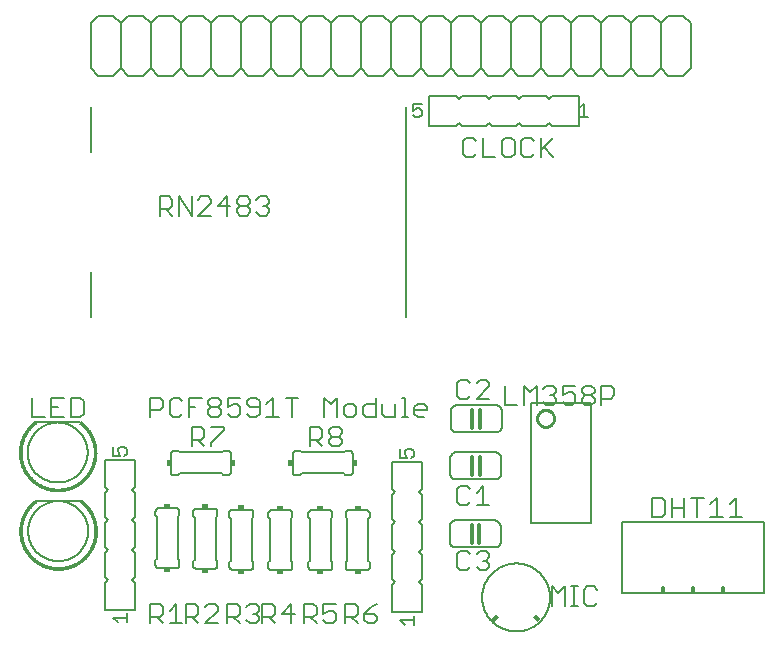
<source format=gto>
G75*
%MOIN*%
%OFA0B0*%
%FSLAX25Y25*%
%IPPOS*%
%LPD*%
%AMOC8*
5,1,8,0,0,1.08239X$1,22.5*
%
%ADD10C,0.00600*%
%ADD11C,0.00800*%
%ADD12C,0.00100*%
%ADD13R,0.01500X0.02000*%
%ADD14C,0.00500*%
%ADD15C,0.01000*%
%ADD16R,0.02000X0.01500*%
%ADD17R,0.01575X0.02165*%
%ADD18C,0.01200*%
D10*
X0034202Y0020501D02*
X0034202Y0029501D01*
X0035202Y0030501D01*
X0034202Y0031501D01*
X0034202Y0039501D01*
X0035202Y0040501D01*
X0034202Y0041501D01*
X0034202Y0049501D01*
X0035202Y0050501D01*
X0034202Y0051501D01*
X0034202Y0059501D01*
X0035202Y0060501D01*
X0034202Y0061501D01*
X0034202Y0070501D01*
X0044202Y0070501D01*
X0044202Y0061501D01*
X0043202Y0060501D01*
X0044202Y0059501D01*
X0044202Y0051501D01*
X0043202Y0050501D01*
X0044202Y0049501D01*
X0044202Y0041501D01*
X0043202Y0040501D01*
X0044202Y0039501D01*
X0044202Y0031501D01*
X0043202Y0030501D01*
X0044202Y0029501D01*
X0044202Y0020501D01*
X0034202Y0020501D01*
X0049344Y0022285D02*
X0049344Y0015880D01*
X0049344Y0018015D02*
X0052547Y0018015D01*
X0053614Y0019082D01*
X0053614Y0021217D01*
X0052547Y0022285D01*
X0049344Y0022285D01*
X0051479Y0018015D02*
X0053614Y0015880D01*
X0055790Y0015880D02*
X0060060Y0015880D01*
X0061155Y0015880D02*
X0061155Y0022285D01*
X0064358Y0022285D01*
X0065425Y0021217D01*
X0065425Y0019082D01*
X0064358Y0018015D01*
X0061155Y0018015D01*
X0063290Y0018015D02*
X0065425Y0015880D01*
X0067601Y0015880D02*
X0071871Y0020150D01*
X0071871Y0021217D01*
X0070803Y0022285D01*
X0068668Y0022285D01*
X0067601Y0021217D01*
X0067601Y0015880D02*
X0071871Y0015880D01*
X0074935Y0015880D02*
X0074935Y0022285D01*
X0078137Y0022285D01*
X0079205Y0021217D01*
X0079205Y0019082D01*
X0078137Y0018015D01*
X0074935Y0018015D01*
X0077070Y0018015D02*
X0079205Y0015880D01*
X0081380Y0016947D02*
X0082448Y0015880D01*
X0084583Y0015880D01*
X0085650Y0016947D01*
X0085650Y0018015D01*
X0084583Y0019082D01*
X0083515Y0019082D01*
X0084583Y0019082D02*
X0085650Y0020150D01*
X0085650Y0021217D01*
X0084583Y0022285D01*
X0082448Y0022285D01*
X0081380Y0021217D01*
X0086746Y0022285D02*
X0089948Y0022285D01*
X0091016Y0021217D01*
X0091016Y0019082D01*
X0089948Y0018015D01*
X0086746Y0018015D01*
X0088881Y0018015D02*
X0091016Y0015880D01*
X0093191Y0019082D02*
X0097461Y0019082D01*
X0100525Y0018015D02*
X0103728Y0018015D01*
X0104796Y0019082D01*
X0104796Y0021217D01*
X0103728Y0022285D01*
X0100525Y0022285D01*
X0100525Y0015880D01*
X0102660Y0018015D02*
X0104796Y0015880D01*
X0106971Y0016947D02*
X0108038Y0015880D01*
X0110173Y0015880D01*
X0111241Y0016947D01*
X0111241Y0019082D01*
X0110173Y0020150D01*
X0109106Y0020150D01*
X0106971Y0019082D01*
X0106971Y0022285D01*
X0111241Y0022285D01*
X0114305Y0022285D02*
X0117507Y0022285D01*
X0118575Y0021217D01*
X0118575Y0019082D01*
X0117507Y0018015D01*
X0114305Y0018015D01*
X0116440Y0018015D02*
X0118575Y0015880D01*
X0120750Y0016947D02*
X0121818Y0015880D01*
X0123953Y0015880D01*
X0125021Y0016947D01*
X0125021Y0018015D01*
X0123953Y0019082D01*
X0120750Y0019082D01*
X0120750Y0016947D01*
X0120750Y0019082D02*
X0122885Y0021217D01*
X0125021Y0022285D01*
X0129871Y0019713D02*
X0129871Y0028713D01*
X0130871Y0029713D01*
X0129871Y0030713D01*
X0129871Y0038713D01*
X0130871Y0039713D01*
X0129871Y0040713D01*
X0129871Y0048713D01*
X0130871Y0049713D01*
X0129871Y0050713D01*
X0129871Y0058713D01*
X0130871Y0059713D01*
X0129871Y0060713D01*
X0129871Y0069713D01*
X0139871Y0069713D01*
X0139871Y0060713D01*
X0138871Y0059713D01*
X0139871Y0058713D01*
X0139871Y0050713D01*
X0138871Y0049713D01*
X0139871Y0048713D01*
X0139871Y0040713D01*
X0138871Y0039713D01*
X0139871Y0038713D01*
X0139871Y0030713D01*
X0138871Y0029713D01*
X0139871Y0028713D01*
X0139871Y0019713D01*
X0129871Y0019713D01*
X0114305Y0022285D02*
X0114305Y0015880D01*
X0096394Y0015880D02*
X0096394Y0022285D01*
X0093191Y0019082D01*
X0086746Y0015880D02*
X0086746Y0022285D01*
X0089745Y0033729D02*
X0095745Y0033729D01*
X0095805Y0033731D01*
X0095866Y0033736D01*
X0095925Y0033745D01*
X0095984Y0033758D01*
X0096043Y0033774D01*
X0096100Y0033794D01*
X0096155Y0033817D01*
X0096210Y0033844D01*
X0096262Y0033873D01*
X0096313Y0033906D01*
X0096362Y0033942D01*
X0096408Y0033980D01*
X0096452Y0034022D01*
X0096494Y0034066D01*
X0096532Y0034112D01*
X0096568Y0034161D01*
X0096601Y0034212D01*
X0096630Y0034264D01*
X0096657Y0034319D01*
X0096680Y0034374D01*
X0096700Y0034431D01*
X0096716Y0034490D01*
X0096729Y0034549D01*
X0096738Y0034608D01*
X0096743Y0034669D01*
X0096745Y0034729D01*
X0096745Y0036229D01*
X0096245Y0036729D01*
X0096245Y0050729D01*
X0096745Y0051229D01*
X0096745Y0052729D01*
X0096743Y0052789D01*
X0096738Y0052850D01*
X0096729Y0052909D01*
X0096716Y0052968D01*
X0096700Y0053027D01*
X0096680Y0053084D01*
X0096657Y0053139D01*
X0096630Y0053194D01*
X0096601Y0053246D01*
X0096568Y0053297D01*
X0096532Y0053346D01*
X0096494Y0053392D01*
X0096452Y0053436D01*
X0096408Y0053478D01*
X0096362Y0053516D01*
X0096313Y0053552D01*
X0096262Y0053585D01*
X0096210Y0053614D01*
X0096155Y0053641D01*
X0096100Y0053664D01*
X0096043Y0053684D01*
X0095984Y0053700D01*
X0095925Y0053713D01*
X0095866Y0053722D01*
X0095805Y0053727D01*
X0095745Y0053729D01*
X0089745Y0053729D01*
X0089685Y0053727D01*
X0089624Y0053722D01*
X0089565Y0053713D01*
X0089506Y0053700D01*
X0089447Y0053684D01*
X0089390Y0053664D01*
X0089335Y0053641D01*
X0089280Y0053614D01*
X0089228Y0053585D01*
X0089177Y0053552D01*
X0089128Y0053516D01*
X0089082Y0053478D01*
X0089038Y0053436D01*
X0088996Y0053392D01*
X0088958Y0053346D01*
X0088922Y0053297D01*
X0088889Y0053246D01*
X0088860Y0053194D01*
X0088833Y0053139D01*
X0088810Y0053084D01*
X0088790Y0053027D01*
X0088774Y0052968D01*
X0088761Y0052909D01*
X0088752Y0052850D01*
X0088747Y0052789D01*
X0088745Y0052729D01*
X0088745Y0051229D01*
X0089245Y0050729D01*
X0089245Y0036729D01*
X0088745Y0036229D01*
X0088745Y0034729D01*
X0088747Y0034669D01*
X0088752Y0034608D01*
X0088761Y0034549D01*
X0088774Y0034490D01*
X0088790Y0034431D01*
X0088810Y0034374D01*
X0088833Y0034319D01*
X0088860Y0034264D01*
X0088889Y0034212D01*
X0088922Y0034161D01*
X0088958Y0034112D01*
X0088996Y0034066D01*
X0089038Y0034022D01*
X0089082Y0033980D01*
X0089128Y0033942D01*
X0089177Y0033906D01*
X0089228Y0033873D01*
X0089280Y0033844D01*
X0089335Y0033817D01*
X0089390Y0033794D01*
X0089447Y0033774D01*
X0089506Y0033758D01*
X0089565Y0033745D01*
X0089624Y0033736D01*
X0089685Y0033731D01*
X0089745Y0033729D01*
X0083713Y0034847D02*
X0083713Y0036347D01*
X0083213Y0036847D01*
X0083213Y0050847D01*
X0083713Y0051347D01*
X0083713Y0052847D01*
X0083711Y0052907D01*
X0083706Y0052968D01*
X0083697Y0053027D01*
X0083684Y0053086D01*
X0083668Y0053145D01*
X0083648Y0053202D01*
X0083625Y0053257D01*
X0083598Y0053312D01*
X0083569Y0053364D01*
X0083536Y0053415D01*
X0083500Y0053464D01*
X0083462Y0053510D01*
X0083420Y0053554D01*
X0083376Y0053596D01*
X0083330Y0053634D01*
X0083281Y0053670D01*
X0083230Y0053703D01*
X0083178Y0053732D01*
X0083123Y0053759D01*
X0083068Y0053782D01*
X0083011Y0053802D01*
X0082952Y0053818D01*
X0082893Y0053831D01*
X0082834Y0053840D01*
X0082773Y0053845D01*
X0082713Y0053847D01*
X0076713Y0053847D01*
X0076653Y0053845D01*
X0076592Y0053840D01*
X0076533Y0053831D01*
X0076474Y0053818D01*
X0076415Y0053802D01*
X0076358Y0053782D01*
X0076303Y0053759D01*
X0076248Y0053732D01*
X0076196Y0053703D01*
X0076145Y0053670D01*
X0076096Y0053634D01*
X0076050Y0053596D01*
X0076006Y0053554D01*
X0075964Y0053510D01*
X0075926Y0053464D01*
X0075890Y0053415D01*
X0075857Y0053364D01*
X0075828Y0053312D01*
X0075801Y0053257D01*
X0075778Y0053202D01*
X0075758Y0053145D01*
X0075742Y0053086D01*
X0075729Y0053027D01*
X0075720Y0052968D01*
X0075715Y0052907D01*
X0075713Y0052847D01*
X0075713Y0051347D01*
X0076213Y0050847D01*
X0076213Y0036847D01*
X0075713Y0036347D01*
X0075713Y0034847D01*
X0075715Y0034787D01*
X0075720Y0034726D01*
X0075729Y0034667D01*
X0075742Y0034608D01*
X0075758Y0034549D01*
X0075778Y0034492D01*
X0075801Y0034437D01*
X0075828Y0034382D01*
X0075857Y0034330D01*
X0075890Y0034279D01*
X0075926Y0034230D01*
X0075964Y0034184D01*
X0076006Y0034140D01*
X0076050Y0034098D01*
X0076096Y0034060D01*
X0076145Y0034024D01*
X0076196Y0033991D01*
X0076248Y0033962D01*
X0076303Y0033935D01*
X0076358Y0033912D01*
X0076415Y0033892D01*
X0076474Y0033876D01*
X0076533Y0033863D01*
X0076592Y0033854D01*
X0076653Y0033849D01*
X0076713Y0033847D01*
X0082713Y0033847D01*
X0082773Y0033849D01*
X0082834Y0033854D01*
X0082893Y0033863D01*
X0082952Y0033876D01*
X0083011Y0033892D01*
X0083068Y0033912D01*
X0083123Y0033935D01*
X0083178Y0033962D01*
X0083230Y0033991D01*
X0083281Y0034024D01*
X0083330Y0034060D01*
X0083376Y0034098D01*
X0083420Y0034140D01*
X0083462Y0034184D01*
X0083500Y0034230D01*
X0083536Y0034279D01*
X0083569Y0034330D01*
X0083598Y0034382D01*
X0083625Y0034437D01*
X0083648Y0034492D01*
X0083668Y0034549D01*
X0083684Y0034608D01*
X0083697Y0034667D01*
X0083706Y0034726D01*
X0083711Y0034787D01*
X0083713Y0034847D01*
X0071706Y0035162D02*
X0071706Y0036662D01*
X0071206Y0037162D01*
X0071206Y0051162D01*
X0071706Y0051662D01*
X0071706Y0053162D01*
X0071704Y0053222D01*
X0071699Y0053283D01*
X0071690Y0053342D01*
X0071677Y0053401D01*
X0071661Y0053460D01*
X0071641Y0053517D01*
X0071618Y0053572D01*
X0071591Y0053627D01*
X0071562Y0053679D01*
X0071529Y0053730D01*
X0071493Y0053779D01*
X0071455Y0053825D01*
X0071413Y0053869D01*
X0071369Y0053911D01*
X0071323Y0053949D01*
X0071274Y0053985D01*
X0071223Y0054018D01*
X0071171Y0054047D01*
X0071116Y0054074D01*
X0071061Y0054097D01*
X0071004Y0054117D01*
X0070945Y0054133D01*
X0070886Y0054146D01*
X0070827Y0054155D01*
X0070766Y0054160D01*
X0070706Y0054162D01*
X0064706Y0054162D01*
X0064646Y0054160D01*
X0064585Y0054155D01*
X0064526Y0054146D01*
X0064467Y0054133D01*
X0064408Y0054117D01*
X0064351Y0054097D01*
X0064296Y0054074D01*
X0064241Y0054047D01*
X0064189Y0054018D01*
X0064138Y0053985D01*
X0064089Y0053949D01*
X0064043Y0053911D01*
X0063999Y0053869D01*
X0063957Y0053825D01*
X0063919Y0053779D01*
X0063883Y0053730D01*
X0063850Y0053679D01*
X0063821Y0053627D01*
X0063794Y0053572D01*
X0063771Y0053517D01*
X0063751Y0053460D01*
X0063735Y0053401D01*
X0063722Y0053342D01*
X0063713Y0053283D01*
X0063708Y0053222D01*
X0063706Y0053162D01*
X0063706Y0051662D01*
X0064206Y0051162D01*
X0064206Y0037162D01*
X0063706Y0036662D01*
X0063706Y0035162D01*
X0063708Y0035102D01*
X0063713Y0035041D01*
X0063722Y0034982D01*
X0063735Y0034923D01*
X0063751Y0034864D01*
X0063771Y0034807D01*
X0063794Y0034752D01*
X0063821Y0034697D01*
X0063850Y0034645D01*
X0063883Y0034594D01*
X0063919Y0034545D01*
X0063957Y0034499D01*
X0063999Y0034455D01*
X0064043Y0034413D01*
X0064089Y0034375D01*
X0064138Y0034339D01*
X0064189Y0034306D01*
X0064241Y0034277D01*
X0064296Y0034250D01*
X0064351Y0034227D01*
X0064408Y0034207D01*
X0064467Y0034191D01*
X0064526Y0034178D01*
X0064585Y0034169D01*
X0064646Y0034164D01*
X0064706Y0034162D01*
X0070706Y0034162D01*
X0070766Y0034164D01*
X0070827Y0034169D01*
X0070886Y0034178D01*
X0070945Y0034191D01*
X0071004Y0034207D01*
X0071061Y0034227D01*
X0071116Y0034250D01*
X0071171Y0034277D01*
X0071223Y0034306D01*
X0071274Y0034339D01*
X0071323Y0034375D01*
X0071369Y0034413D01*
X0071413Y0034455D01*
X0071455Y0034499D01*
X0071493Y0034545D01*
X0071529Y0034594D01*
X0071562Y0034645D01*
X0071591Y0034697D01*
X0071618Y0034752D01*
X0071641Y0034807D01*
X0071661Y0034864D01*
X0071677Y0034923D01*
X0071690Y0034982D01*
X0071699Y0035041D01*
X0071704Y0035102D01*
X0071706Y0035162D01*
X0059107Y0035359D02*
X0059107Y0036859D01*
X0058607Y0037359D01*
X0058607Y0051359D01*
X0059107Y0051859D01*
X0059107Y0053359D01*
X0059105Y0053419D01*
X0059100Y0053480D01*
X0059091Y0053539D01*
X0059078Y0053598D01*
X0059062Y0053657D01*
X0059042Y0053714D01*
X0059019Y0053769D01*
X0058992Y0053824D01*
X0058963Y0053876D01*
X0058930Y0053927D01*
X0058894Y0053976D01*
X0058856Y0054022D01*
X0058814Y0054066D01*
X0058770Y0054108D01*
X0058724Y0054146D01*
X0058675Y0054182D01*
X0058624Y0054215D01*
X0058572Y0054244D01*
X0058517Y0054271D01*
X0058462Y0054294D01*
X0058405Y0054314D01*
X0058346Y0054330D01*
X0058287Y0054343D01*
X0058228Y0054352D01*
X0058167Y0054357D01*
X0058107Y0054359D01*
X0052107Y0054359D01*
X0052047Y0054357D01*
X0051986Y0054352D01*
X0051927Y0054343D01*
X0051868Y0054330D01*
X0051809Y0054314D01*
X0051752Y0054294D01*
X0051697Y0054271D01*
X0051642Y0054244D01*
X0051590Y0054215D01*
X0051539Y0054182D01*
X0051490Y0054146D01*
X0051444Y0054108D01*
X0051400Y0054066D01*
X0051358Y0054022D01*
X0051320Y0053976D01*
X0051284Y0053927D01*
X0051251Y0053876D01*
X0051222Y0053824D01*
X0051195Y0053769D01*
X0051172Y0053714D01*
X0051152Y0053657D01*
X0051136Y0053598D01*
X0051123Y0053539D01*
X0051114Y0053480D01*
X0051109Y0053419D01*
X0051107Y0053359D01*
X0051107Y0051859D01*
X0051607Y0051359D01*
X0051607Y0037359D01*
X0051107Y0036859D01*
X0051107Y0035359D01*
X0051109Y0035299D01*
X0051114Y0035238D01*
X0051123Y0035179D01*
X0051136Y0035120D01*
X0051152Y0035061D01*
X0051172Y0035004D01*
X0051195Y0034949D01*
X0051222Y0034894D01*
X0051251Y0034842D01*
X0051284Y0034791D01*
X0051320Y0034742D01*
X0051358Y0034696D01*
X0051400Y0034652D01*
X0051444Y0034610D01*
X0051490Y0034572D01*
X0051539Y0034536D01*
X0051590Y0034503D01*
X0051642Y0034474D01*
X0051697Y0034447D01*
X0051752Y0034424D01*
X0051809Y0034404D01*
X0051868Y0034388D01*
X0051927Y0034375D01*
X0051986Y0034366D01*
X0052047Y0034361D01*
X0052107Y0034359D01*
X0058107Y0034359D01*
X0058167Y0034361D01*
X0058228Y0034366D01*
X0058287Y0034375D01*
X0058346Y0034388D01*
X0058405Y0034404D01*
X0058462Y0034424D01*
X0058517Y0034447D01*
X0058572Y0034474D01*
X0058624Y0034503D01*
X0058675Y0034536D01*
X0058724Y0034572D01*
X0058770Y0034610D01*
X0058814Y0034652D01*
X0058856Y0034696D01*
X0058894Y0034742D01*
X0058930Y0034791D01*
X0058963Y0034842D01*
X0058992Y0034894D01*
X0059019Y0034949D01*
X0059042Y0035004D01*
X0059062Y0035061D01*
X0059078Y0035120D01*
X0059091Y0035179D01*
X0059100Y0035238D01*
X0059105Y0035299D01*
X0059107Y0035359D01*
X0057925Y0022285D02*
X0057925Y0015880D01*
X0055790Y0020150D02*
X0057925Y0022285D01*
X0008650Y0046682D02*
X0008653Y0046927D01*
X0008662Y0047173D01*
X0008677Y0047418D01*
X0008698Y0047662D01*
X0008725Y0047906D01*
X0008758Y0048149D01*
X0008797Y0048392D01*
X0008842Y0048633D01*
X0008893Y0048873D01*
X0008950Y0049112D01*
X0009012Y0049349D01*
X0009081Y0049585D01*
X0009155Y0049819D01*
X0009235Y0050051D01*
X0009320Y0050281D01*
X0009411Y0050509D01*
X0009508Y0050734D01*
X0009610Y0050958D01*
X0009718Y0051178D01*
X0009831Y0051396D01*
X0009949Y0051611D01*
X0010073Y0051823D01*
X0010201Y0052032D01*
X0010335Y0052238D01*
X0010474Y0052440D01*
X0010618Y0052639D01*
X0010767Y0052834D01*
X0010920Y0053026D01*
X0011078Y0053214D01*
X0011240Y0053398D01*
X0011408Y0053577D01*
X0011579Y0053753D01*
X0011755Y0053924D01*
X0011934Y0054092D01*
X0012118Y0054254D01*
X0012306Y0054412D01*
X0012498Y0054565D01*
X0012693Y0054714D01*
X0012892Y0054858D01*
X0013094Y0054997D01*
X0013300Y0055131D01*
X0013509Y0055259D01*
X0013721Y0055383D01*
X0013936Y0055501D01*
X0014154Y0055614D01*
X0014374Y0055722D01*
X0014598Y0055824D01*
X0014823Y0055921D01*
X0015051Y0056012D01*
X0015281Y0056097D01*
X0015513Y0056177D01*
X0015747Y0056251D01*
X0015983Y0056320D01*
X0016220Y0056382D01*
X0016459Y0056439D01*
X0016699Y0056490D01*
X0016940Y0056535D01*
X0017183Y0056574D01*
X0017426Y0056607D01*
X0017670Y0056634D01*
X0017914Y0056655D01*
X0018159Y0056670D01*
X0018405Y0056679D01*
X0018650Y0056682D01*
X0018895Y0056679D01*
X0019141Y0056670D01*
X0019386Y0056655D01*
X0019630Y0056634D01*
X0019874Y0056607D01*
X0020117Y0056574D01*
X0020360Y0056535D01*
X0020601Y0056490D01*
X0020841Y0056439D01*
X0021080Y0056382D01*
X0021317Y0056320D01*
X0021553Y0056251D01*
X0021787Y0056177D01*
X0022019Y0056097D01*
X0022249Y0056012D01*
X0022477Y0055921D01*
X0022702Y0055824D01*
X0022926Y0055722D01*
X0023146Y0055614D01*
X0023364Y0055501D01*
X0023579Y0055383D01*
X0023791Y0055259D01*
X0024000Y0055131D01*
X0024206Y0054997D01*
X0024408Y0054858D01*
X0024607Y0054714D01*
X0024802Y0054565D01*
X0024994Y0054412D01*
X0025182Y0054254D01*
X0025366Y0054092D01*
X0025545Y0053924D01*
X0025721Y0053753D01*
X0025892Y0053577D01*
X0026060Y0053398D01*
X0026222Y0053214D01*
X0026380Y0053026D01*
X0026533Y0052834D01*
X0026682Y0052639D01*
X0026826Y0052440D01*
X0026965Y0052238D01*
X0027099Y0052032D01*
X0027227Y0051823D01*
X0027351Y0051611D01*
X0027469Y0051396D01*
X0027582Y0051178D01*
X0027690Y0050958D01*
X0027792Y0050734D01*
X0027889Y0050509D01*
X0027980Y0050281D01*
X0028065Y0050051D01*
X0028145Y0049819D01*
X0028219Y0049585D01*
X0028288Y0049349D01*
X0028350Y0049112D01*
X0028407Y0048873D01*
X0028458Y0048633D01*
X0028503Y0048392D01*
X0028542Y0048149D01*
X0028575Y0047906D01*
X0028602Y0047662D01*
X0028623Y0047418D01*
X0028638Y0047173D01*
X0028647Y0046927D01*
X0028650Y0046682D01*
X0028647Y0046437D01*
X0028638Y0046191D01*
X0028623Y0045946D01*
X0028602Y0045702D01*
X0028575Y0045458D01*
X0028542Y0045215D01*
X0028503Y0044972D01*
X0028458Y0044731D01*
X0028407Y0044491D01*
X0028350Y0044252D01*
X0028288Y0044015D01*
X0028219Y0043779D01*
X0028145Y0043545D01*
X0028065Y0043313D01*
X0027980Y0043083D01*
X0027889Y0042855D01*
X0027792Y0042630D01*
X0027690Y0042406D01*
X0027582Y0042186D01*
X0027469Y0041968D01*
X0027351Y0041753D01*
X0027227Y0041541D01*
X0027099Y0041332D01*
X0026965Y0041126D01*
X0026826Y0040924D01*
X0026682Y0040725D01*
X0026533Y0040530D01*
X0026380Y0040338D01*
X0026222Y0040150D01*
X0026060Y0039966D01*
X0025892Y0039787D01*
X0025721Y0039611D01*
X0025545Y0039440D01*
X0025366Y0039272D01*
X0025182Y0039110D01*
X0024994Y0038952D01*
X0024802Y0038799D01*
X0024607Y0038650D01*
X0024408Y0038506D01*
X0024206Y0038367D01*
X0024000Y0038233D01*
X0023791Y0038105D01*
X0023579Y0037981D01*
X0023364Y0037863D01*
X0023146Y0037750D01*
X0022926Y0037642D01*
X0022702Y0037540D01*
X0022477Y0037443D01*
X0022249Y0037352D01*
X0022019Y0037267D01*
X0021787Y0037187D01*
X0021553Y0037113D01*
X0021317Y0037044D01*
X0021080Y0036982D01*
X0020841Y0036925D01*
X0020601Y0036874D01*
X0020360Y0036829D01*
X0020117Y0036790D01*
X0019874Y0036757D01*
X0019630Y0036730D01*
X0019386Y0036709D01*
X0019141Y0036694D01*
X0018895Y0036685D01*
X0018650Y0036682D01*
X0018405Y0036685D01*
X0018159Y0036694D01*
X0017914Y0036709D01*
X0017670Y0036730D01*
X0017426Y0036757D01*
X0017183Y0036790D01*
X0016940Y0036829D01*
X0016699Y0036874D01*
X0016459Y0036925D01*
X0016220Y0036982D01*
X0015983Y0037044D01*
X0015747Y0037113D01*
X0015513Y0037187D01*
X0015281Y0037267D01*
X0015051Y0037352D01*
X0014823Y0037443D01*
X0014598Y0037540D01*
X0014374Y0037642D01*
X0014154Y0037750D01*
X0013936Y0037863D01*
X0013721Y0037981D01*
X0013509Y0038105D01*
X0013300Y0038233D01*
X0013094Y0038367D01*
X0012892Y0038506D01*
X0012693Y0038650D01*
X0012498Y0038799D01*
X0012306Y0038952D01*
X0012118Y0039110D01*
X0011934Y0039272D01*
X0011755Y0039440D01*
X0011579Y0039611D01*
X0011408Y0039787D01*
X0011240Y0039966D01*
X0011078Y0040150D01*
X0010920Y0040338D01*
X0010767Y0040530D01*
X0010618Y0040725D01*
X0010474Y0040924D01*
X0010335Y0041126D01*
X0010201Y0041332D01*
X0010073Y0041541D01*
X0009949Y0041753D01*
X0009831Y0041968D01*
X0009718Y0042186D01*
X0009610Y0042406D01*
X0009508Y0042630D01*
X0009411Y0042855D01*
X0009320Y0043083D01*
X0009235Y0043313D01*
X0009155Y0043545D01*
X0009081Y0043779D01*
X0009012Y0044015D01*
X0008950Y0044252D01*
X0008893Y0044491D01*
X0008842Y0044731D01*
X0008797Y0044972D01*
X0008758Y0045215D01*
X0008725Y0045458D01*
X0008698Y0045702D01*
X0008677Y0045946D01*
X0008662Y0046191D01*
X0008653Y0046437D01*
X0008650Y0046682D01*
X0008493Y0072863D02*
X0008496Y0073108D01*
X0008505Y0073354D01*
X0008520Y0073599D01*
X0008541Y0073843D01*
X0008568Y0074087D01*
X0008601Y0074330D01*
X0008640Y0074573D01*
X0008685Y0074814D01*
X0008736Y0075054D01*
X0008793Y0075293D01*
X0008855Y0075530D01*
X0008924Y0075766D01*
X0008998Y0076000D01*
X0009078Y0076232D01*
X0009163Y0076462D01*
X0009254Y0076690D01*
X0009351Y0076915D01*
X0009453Y0077139D01*
X0009561Y0077359D01*
X0009674Y0077577D01*
X0009792Y0077792D01*
X0009916Y0078004D01*
X0010044Y0078213D01*
X0010178Y0078419D01*
X0010317Y0078621D01*
X0010461Y0078820D01*
X0010610Y0079015D01*
X0010763Y0079207D01*
X0010921Y0079395D01*
X0011083Y0079579D01*
X0011251Y0079758D01*
X0011422Y0079934D01*
X0011598Y0080105D01*
X0011777Y0080273D01*
X0011961Y0080435D01*
X0012149Y0080593D01*
X0012341Y0080746D01*
X0012536Y0080895D01*
X0012735Y0081039D01*
X0012937Y0081178D01*
X0013143Y0081312D01*
X0013352Y0081440D01*
X0013564Y0081564D01*
X0013779Y0081682D01*
X0013997Y0081795D01*
X0014217Y0081903D01*
X0014441Y0082005D01*
X0014666Y0082102D01*
X0014894Y0082193D01*
X0015124Y0082278D01*
X0015356Y0082358D01*
X0015590Y0082432D01*
X0015826Y0082501D01*
X0016063Y0082563D01*
X0016302Y0082620D01*
X0016542Y0082671D01*
X0016783Y0082716D01*
X0017026Y0082755D01*
X0017269Y0082788D01*
X0017513Y0082815D01*
X0017757Y0082836D01*
X0018002Y0082851D01*
X0018248Y0082860D01*
X0018493Y0082863D01*
X0018738Y0082860D01*
X0018984Y0082851D01*
X0019229Y0082836D01*
X0019473Y0082815D01*
X0019717Y0082788D01*
X0019960Y0082755D01*
X0020203Y0082716D01*
X0020444Y0082671D01*
X0020684Y0082620D01*
X0020923Y0082563D01*
X0021160Y0082501D01*
X0021396Y0082432D01*
X0021630Y0082358D01*
X0021862Y0082278D01*
X0022092Y0082193D01*
X0022320Y0082102D01*
X0022545Y0082005D01*
X0022769Y0081903D01*
X0022989Y0081795D01*
X0023207Y0081682D01*
X0023422Y0081564D01*
X0023634Y0081440D01*
X0023843Y0081312D01*
X0024049Y0081178D01*
X0024251Y0081039D01*
X0024450Y0080895D01*
X0024645Y0080746D01*
X0024837Y0080593D01*
X0025025Y0080435D01*
X0025209Y0080273D01*
X0025388Y0080105D01*
X0025564Y0079934D01*
X0025735Y0079758D01*
X0025903Y0079579D01*
X0026065Y0079395D01*
X0026223Y0079207D01*
X0026376Y0079015D01*
X0026525Y0078820D01*
X0026669Y0078621D01*
X0026808Y0078419D01*
X0026942Y0078213D01*
X0027070Y0078004D01*
X0027194Y0077792D01*
X0027312Y0077577D01*
X0027425Y0077359D01*
X0027533Y0077139D01*
X0027635Y0076915D01*
X0027732Y0076690D01*
X0027823Y0076462D01*
X0027908Y0076232D01*
X0027988Y0076000D01*
X0028062Y0075766D01*
X0028131Y0075530D01*
X0028193Y0075293D01*
X0028250Y0075054D01*
X0028301Y0074814D01*
X0028346Y0074573D01*
X0028385Y0074330D01*
X0028418Y0074087D01*
X0028445Y0073843D01*
X0028466Y0073599D01*
X0028481Y0073354D01*
X0028490Y0073108D01*
X0028493Y0072863D01*
X0028490Y0072618D01*
X0028481Y0072372D01*
X0028466Y0072127D01*
X0028445Y0071883D01*
X0028418Y0071639D01*
X0028385Y0071396D01*
X0028346Y0071153D01*
X0028301Y0070912D01*
X0028250Y0070672D01*
X0028193Y0070433D01*
X0028131Y0070196D01*
X0028062Y0069960D01*
X0027988Y0069726D01*
X0027908Y0069494D01*
X0027823Y0069264D01*
X0027732Y0069036D01*
X0027635Y0068811D01*
X0027533Y0068587D01*
X0027425Y0068367D01*
X0027312Y0068149D01*
X0027194Y0067934D01*
X0027070Y0067722D01*
X0026942Y0067513D01*
X0026808Y0067307D01*
X0026669Y0067105D01*
X0026525Y0066906D01*
X0026376Y0066711D01*
X0026223Y0066519D01*
X0026065Y0066331D01*
X0025903Y0066147D01*
X0025735Y0065968D01*
X0025564Y0065792D01*
X0025388Y0065621D01*
X0025209Y0065453D01*
X0025025Y0065291D01*
X0024837Y0065133D01*
X0024645Y0064980D01*
X0024450Y0064831D01*
X0024251Y0064687D01*
X0024049Y0064548D01*
X0023843Y0064414D01*
X0023634Y0064286D01*
X0023422Y0064162D01*
X0023207Y0064044D01*
X0022989Y0063931D01*
X0022769Y0063823D01*
X0022545Y0063721D01*
X0022320Y0063624D01*
X0022092Y0063533D01*
X0021862Y0063448D01*
X0021630Y0063368D01*
X0021396Y0063294D01*
X0021160Y0063225D01*
X0020923Y0063163D01*
X0020684Y0063106D01*
X0020444Y0063055D01*
X0020203Y0063010D01*
X0019960Y0062971D01*
X0019717Y0062938D01*
X0019473Y0062911D01*
X0019229Y0062890D01*
X0018984Y0062875D01*
X0018738Y0062866D01*
X0018493Y0062863D01*
X0018248Y0062866D01*
X0018002Y0062875D01*
X0017757Y0062890D01*
X0017513Y0062911D01*
X0017269Y0062938D01*
X0017026Y0062971D01*
X0016783Y0063010D01*
X0016542Y0063055D01*
X0016302Y0063106D01*
X0016063Y0063163D01*
X0015826Y0063225D01*
X0015590Y0063294D01*
X0015356Y0063368D01*
X0015124Y0063448D01*
X0014894Y0063533D01*
X0014666Y0063624D01*
X0014441Y0063721D01*
X0014217Y0063823D01*
X0013997Y0063931D01*
X0013779Y0064044D01*
X0013564Y0064162D01*
X0013352Y0064286D01*
X0013143Y0064414D01*
X0012937Y0064548D01*
X0012735Y0064687D01*
X0012536Y0064831D01*
X0012341Y0064980D01*
X0012149Y0065133D01*
X0011961Y0065291D01*
X0011777Y0065453D01*
X0011598Y0065621D01*
X0011422Y0065792D01*
X0011251Y0065968D01*
X0011083Y0066147D01*
X0010921Y0066331D01*
X0010763Y0066519D01*
X0010610Y0066711D01*
X0010461Y0066906D01*
X0010317Y0067105D01*
X0010178Y0067307D01*
X0010044Y0067513D01*
X0009916Y0067722D01*
X0009792Y0067934D01*
X0009674Y0068149D01*
X0009561Y0068367D01*
X0009453Y0068587D01*
X0009351Y0068811D01*
X0009254Y0069036D01*
X0009163Y0069264D01*
X0009078Y0069494D01*
X0008998Y0069726D01*
X0008924Y0069960D01*
X0008855Y0070196D01*
X0008793Y0070433D01*
X0008736Y0070672D01*
X0008685Y0070912D01*
X0008640Y0071153D01*
X0008601Y0071396D01*
X0008568Y0071639D01*
X0008541Y0071883D01*
X0008520Y0072127D01*
X0008505Y0072372D01*
X0008496Y0072618D01*
X0008493Y0072863D01*
X0009974Y0084777D02*
X0014244Y0084777D01*
X0016420Y0084777D02*
X0020690Y0084777D01*
X0022865Y0084777D02*
X0026068Y0084777D01*
X0027135Y0085845D01*
X0027135Y0090115D01*
X0026068Y0091183D01*
X0022865Y0091183D01*
X0022865Y0084777D01*
X0018555Y0087980D02*
X0016420Y0087980D01*
X0016420Y0091183D02*
X0016420Y0084777D01*
X0016420Y0091183D02*
X0020690Y0091183D01*
X0009974Y0091183D02*
X0009974Y0084777D01*
X0049344Y0084777D02*
X0049344Y0091183D01*
X0052547Y0091183D01*
X0053614Y0090115D01*
X0053614Y0087980D01*
X0052547Y0086912D01*
X0049344Y0086912D01*
X0055790Y0085845D02*
X0056857Y0084777D01*
X0058992Y0084777D01*
X0060060Y0085845D01*
X0062235Y0084777D02*
X0062235Y0091183D01*
X0066505Y0091183D01*
X0068681Y0090115D02*
X0068681Y0089047D01*
X0069748Y0087980D01*
X0071883Y0087980D01*
X0072951Y0086912D01*
X0072951Y0085845D01*
X0071883Y0084777D01*
X0069748Y0084777D01*
X0068681Y0085845D01*
X0068681Y0086912D01*
X0069748Y0087980D01*
X0071883Y0087980D02*
X0072951Y0089047D01*
X0072951Y0090115D01*
X0071883Y0091183D01*
X0069748Y0091183D01*
X0068681Y0090115D01*
X0064370Y0087980D02*
X0062235Y0087980D01*
X0060060Y0090115D02*
X0058992Y0091183D01*
X0056857Y0091183D01*
X0055790Y0090115D01*
X0055790Y0085845D01*
X0063124Y0081340D02*
X0066326Y0081340D01*
X0067394Y0080273D01*
X0067394Y0078137D01*
X0066326Y0077070D01*
X0063124Y0077070D01*
X0065259Y0077070D02*
X0067394Y0074935D01*
X0069569Y0074935D02*
X0069569Y0076002D01*
X0073839Y0080273D01*
X0073839Y0081340D01*
X0069569Y0081340D01*
X0063124Y0081340D02*
X0063124Y0074935D01*
X0059209Y0072898D02*
X0073209Y0072898D01*
X0073709Y0073398D01*
X0075209Y0073398D01*
X0075269Y0073396D01*
X0075330Y0073391D01*
X0075389Y0073382D01*
X0075448Y0073369D01*
X0075507Y0073353D01*
X0075564Y0073333D01*
X0075619Y0073310D01*
X0075674Y0073283D01*
X0075726Y0073254D01*
X0075777Y0073221D01*
X0075826Y0073185D01*
X0075872Y0073147D01*
X0075916Y0073105D01*
X0075958Y0073061D01*
X0075996Y0073015D01*
X0076032Y0072966D01*
X0076065Y0072915D01*
X0076094Y0072863D01*
X0076121Y0072808D01*
X0076144Y0072753D01*
X0076164Y0072696D01*
X0076180Y0072637D01*
X0076193Y0072578D01*
X0076202Y0072519D01*
X0076207Y0072458D01*
X0076209Y0072398D01*
X0076209Y0066398D01*
X0076207Y0066338D01*
X0076202Y0066277D01*
X0076193Y0066218D01*
X0076180Y0066159D01*
X0076164Y0066100D01*
X0076144Y0066043D01*
X0076121Y0065988D01*
X0076094Y0065933D01*
X0076065Y0065881D01*
X0076032Y0065830D01*
X0075996Y0065781D01*
X0075958Y0065735D01*
X0075916Y0065691D01*
X0075872Y0065649D01*
X0075826Y0065611D01*
X0075777Y0065575D01*
X0075726Y0065542D01*
X0075674Y0065513D01*
X0075619Y0065486D01*
X0075564Y0065463D01*
X0075507Y0065443D01*
X0075448Y0065427D01*
X0075389Y0065414D01*
X0075330Y0065405D01*
X0075269Y0065400D01*
X0075209Y0065398D01*
X0073709Y0065398D01*
X0073209Y0065898D01*
X0059209Y0065898D01*
X0058709Y0065398D01*
X0057209Y0065398D01*
X0057149Y0065400D01*
X0057088Y0065405D01*
X0057029Y0065414D01*
X0056970Y0065427D01*
X0056911Y0065443D01*
X0056854Y0065463D01*
X0056799Y0065486D01*
X0056744Y0065513D01*
X0056692Y0065542D01*
X0056641Y0065575D01*
X0056592Y0065611D01*
X0056546Y0065649D01*
X0056502Y0065691D01*
X0056460Y0065735D01*
X0056422Y0065781D01*
X0056386Y0065830D01*
X0056353Y0065881D01*
X0056324Y0065933D01*
X0056297Y0065988D01*
X0056274Y0066043D01*
X0056254Y0066100D01*
X0056238Y0066159D01*
X0056225Y0066218D01*
X0056216Y0066277D01*
X0056211Y0066338D01*
X0056209Y0066398D01*
X0056209Y0072398D01*
X0056211Y0072458D01*
X0056216Y0072519D01*
X0056225Y0072578D01*
X0056238Y0072637D01*
X0056254Y0072696D01*
X0056274Y0072753D01*
X0056297Y0072808D01*
X0056324Y0072863D01*
X0056353Y0072915D01*
X0056386Y0072966D01*
X0056422Y0073015D01*
X0056460Y0073061D01*
X0056502Y0073105D01*
X0056546Y0073147D01*
X0056592Y0073185D01*
X0056641Y0073221D01*
X0056692Y0073254D01*
X0056744Y0073283D01*
X0056799Y0073310D01*
X0056854Y0073333D01*
X0056911Y0073353D01*
X0056970Y0073369D01*
X0057029Y0073382D01*
X0057088Y0073391D01*
X0057149Y0073396D01*
X0057209Y0073398D01*
X0058709Y0073398D01*
X0059209Y0072898D01*
X0075126Y0085845D02*
X0076194Y0084777D01*
X0078329Y0084777D01*
X0079396Y0085845D01*
X0079396Y0087980D01*
X0078329Y0089047D01*
X0077261Y0089047D01*
X0075126Y0087980D01*
X0075126Y0091183D01*
X0079396Y0091183D01*
X0081572Y0090115D02*
X0081572Y0089047D01*
X0082639Y0087980D01*
X0085842Y0087980D01*
X0085842Y0090115D02*
X0084774Y0091183D01*
X0082639Y0091183D01*
X0081572Y0090115D01*
X0085842Y0090115D02*
X0085842Y0085845D01*
X0084774Y0084777D01*
X0082639Y0084777D01*
X0081572Y0085845D01*
X0088017Y0084777D02*
X0092287Y0084777D01*
X0090152Y0084777D02*
X0090152Y0091183D01*
X0088017Y0089047D01*
X0094463Y0091183D02*
X0098733Y0091183D01*
X0096598Y0091183D02*
X0096598Y0084777D01*
X0102494Y0081340D02*
X0105696Y0081340D01*
X0106764Y0080273D01*
X0106764Y0078137D01*
X0105696Y0077070D01*
X0102494Y0077070D01*
X0104629Y0077070D02*
X0106764Y0074935D01*
X0108939Y0076002D02*
X0108939Y0077070D01*
X0110007Y0078137D01*
X0112142Y0078137D01*
X0113210Y0077070D01*
X0113210Y0076002D01*
X0112142Y0074935D01*
X0110007Y0074935D01*
X0108939Y0076002D01*
X0110007Y0078137D02*
X0108939Y0079205D01*
X0108939Y0080273D01*
X0110007Y0081340D01*
X0112142Y0081340D01*
X0113210Y0080273D01*
X0113210Y0079205D01*
X0112142Y0078137D01*
X0114339Y0073398D02*
X0113839Y0072898D01*
X0099839Y0072898D01*
X0099339Y0073398D01*
X0097839Y0073398D01*
X0097779Y0073396D01*
X0097718Y0073391D01*
X0097659Y0073382D01*
X0097600Y0073369D01*
X0097541Y0073353D01*
X0097484Y0073333D01*
X0097429Y0073310D01*
X0097374Y0073283D01*
X0097322Y0073254D01*
X0097271Y0073221D01*
X0097222Y0073185D01*
X0097176Y0073147D01*
X0097132Y0073105D01*
X0097090Y0073061D01*
X0097052Y0073015D01*
X0097016Y0072966D01*
X0096983Y0072915D01*
X0096954Y0072863D01*
X0096927Y0072808D01*
X0096904Y0072753D01*
X0096884Y0072696D01*
X0096868Y0072637D01*
X0096855Y0072578D01*
X0096846Y0072519D01*
X0096841Y0072458D01*
X0096839Y0072398D01*
X0096839Y0066398D01*
X0096841Y0066338D01*
X0096846Y0066277D01*
X0096855Y0066218D01*
X0096868Y0066159D01*
X0096884Y0066100D01*
X0096904Y0066043D01*
X0096927Y0065988D01*
X0096954Y0065933D01*
X0096983Y0065881D01*
X0097016Y0065830D01*
X0097052Y0065781D01*
X0097090Y0065735D01*
X0097132Y0065691D01*
X0097176Y0065649D01*
X0097222Y0065611D01*
X0097271Y0065575D01*
X0097322Y0065542D01*
X0097374Y0065513D01*
X0097429Y0065486D01*
X0097484Y0065463D01*
X0097541Y0065443D01*
X0097600Y0065427D01*
X0097659Y0065414D01*
X0097718Y0065405D01*
X0097779Y0065400D01*
X0097839Y0065398D01*
X0099339Y0065398D01*
X0099839Y0065898D01*
X0113839Y0065898D01*
X0114339Y0065398D01*
X0115839Y0065398D01*
X0115899Y0065400D01*
X0115960Y0065405D01*
X0116019Y0065414D01*
X0116078Y0065427D01*
X0116137Y0065443D01*
X0116194Y0065463D01*
X0116249Y0065486D01*
X0116304Y0065513D01*
X0116356Y0065542D01*
X0116407Y0065575D01*
X0116456Y0065611D01*
X0116502Y0065649D01*
X0116546Y0065691D01*
X0116588Y0065735D01*
X0116626Y0065781D01*
X0116662Y0065830D01*
X0116695Y0065881D01*
X0116724Y0065933D01*
X0116751Y0065988D01*
X0116774Y0066043D01*
X0116794Y0066100D01*
X0116810Y0066159D01*
X0116823Y0066218D01*
X0116832Y0066277D01*
X0116837Y0066338D01*
X0116839Y0066398D01*
X0116839Y0072398D01*
X0116837Y0072458D01*
X0116832Y0072519D01*
X0116823Y0072578D01*
X0116810Y0072637D01*
X0116794Y0072696D01*
X0116774Y0072753D01*
X0116751Y0072808D01*
X0116724Y0072863D01*
X0116695Y0072915D01*
X0116662Y0072966D01*
X0116626Y0073015D01*
X0116588Y0073061D01*
X0116546Y0073105D01*
X0116502Y0073147D01*
X0116456Y0073185D01*
X0116407Y0073221D01*
X0116356Y0073254D01*
X0116304Y0073283D01*
X0116249Y0073310D01*
X0116194Y0073333D01*
X0116137Y0073353D01*
X0116078Y0073369D01*
X0116019Y0073382D01*
X0115960Y0073391D01*
X0115899Y0073396D01*
X0115839Y0073398D01*
X0114339Y0073398D01*
X0102494Y0074935D02*
X0102494Y0081340D01*
X0107354Y0084777D02*
X0107354Y0091183D01*
X0109489Y0089047D01*
X0111624Y0091183D01*
X0111624Y0084777D01*
X0113799Y0085845D02*
X0113799Y0087980D01*
X0114867Y0089047D01*
X0117002Y0089047D01*
X0118069Y0087980D01*
X0118069Y0085845D01*
X0117002Y0084777D01*
X0114867Y0084777D01*
X0113799Y0085845D01*
X0120245Y0085845D02*
X0120245Y0087980D01*
X0121312Y0089047D01*
X0124515Y0089047D01*
X0124515Y0091183D02*
X0124515Y0084777D01*
X0121312Y0084777D01*
X0120245Y0085845D01*
X0126690Y0085845D02*
X0127758Y0084777D01*
X0130960Y0084777D01*
X0130960Y0089047D01*
X0133136Y0091183D02*
X0134203Y0091183D01*
X0134203Y0084777D01*
X0133136Y0084777D02*
X0135271Y0084777D01*
X0137433Y0085845D02*
X0137433Y0087980D01*
X0138500Y0089047D01*
X0140635Y0089047D01*
X0141703Y0087980D01*
X0141703Y0086912D01*
X0137433Y0086912D01*
X0137433Y0085845D02*
X0138500Y0084777D01*
X0140635Y0084777D01*
X0149560Y0086662D02*
X0149560Y0081662D01*
X0149562Y0081575D01*
X0149568Y0081488D01*
X0149577Y0081401D01*
X0149590Y0081315D01*
X0149607Y0081229D01*
X0149628Y0081144D01*
X0149653Y0081061D01*
X0149681Y0080978D01*
X0149712Y0080897D01*
X0149747Y0080817D01*
X0149786Y0080739D01*
X0149828Y0080662D01*
X0149873Y0080587D01*
X0149922Y0080515D01*
X0149973Y0080444D01*
X0150028Y0080376D01*
X0150085Y0080311D01*
X0150146Y0080248D01*
X0150209Y0080187D01*
X0150274Y0080130D01*
X0150342Y0080075D01*
X0150413Y0080024D01*
X0150485Y0079975D01*
X0150560Y0079930D01*
X0150637Y0079888D01*
X0150715Y0079849D01*
X0150795Y0079814D01*
X0150876Y0079783D01*
X0150959Y0079755D01*
X0151042Y0079730D01*
X0151127Y0079709D01*
X0151213Y0079692D01*
X0151299Y0079679D01*
X0151386Y0079670D01*
X0151473Y0079664D01*
X0151560Y0079662D01*
X0164560Y0079662D01*
X0164647Y0079664D01*
X0164734Y0079670D01*
X0164821Y0079679D01*
X0164907Y0079692D01*
X0164993Y0079709D01*
X0165078Y0079730D01*
X0165161Y0079755D01*
X0165244Y0079783D01*
X0165325Y0079814D01*
X0165405Y0079849D01*
X0165483Y0079888D01*
X0165560Y0079930D01*
X0165635Y0079975D01*
X0165707Y0080024D01*
X0165778Y0080075D01*
X0165846Y0080130D01*
X0165911Y0080187D01*
X0165974Y0080248D01*
X0166035Y0080311D01*
X0166092Y0080376D01*
X0166147Y0080444D01*
X0166198Y0080515D01*
X0166247Y0080587D01*
X0166292Y0080662D01*
X0166334Y0080739D01*
X0166373Y0080817D01*
X0166408Y0080897D01*
X0166439Y0080978D01*
X0166467Y0081061D01*
X0166492Y0081144D01*
X0166513Y0081229D01*
X0166530Y0081315D01*
X0166543Y0081401D01*
X0166552Y0081488D01*
X0166558Y0081575D01*
X0166560Y0081662D01*
X0166560Y0086662D01*
X0166558Y0086749D01*
X0166552Y0086836D01*
X0166543Y0086923D01*
X0166530Y0087009D01*
X0166513Y0087095D01*
X0166492Y0087180D01*
X0166467Y0087263D01*
X0166439Y0087346D01*
X0166408Y0087427D01*
X0166373Y0087507D01*
X0166334Y0087585D01*
X0166292Y0087662D01*
X0166247Y0087737D01*
X0166198Y0087809D01*
X0166147Y0087880D01*
X0166092Y0087948D01*
X0166035Y0088013D01*
X0165974Y0088076D01*
X0165911Y0088137D01*
X0165846Y0088194D01*
X0165778Y0088249D01*
X0165707Y0088300D01*
X0165635Y0088349D01*
X0165560Y0088394D01*
X0165483Y0088436D01*
X0165405Y0088475D01*
X0165325Y0088510D01*
X0165244Y0088541D01*
X0165161Y0088569D01*
X0165078Y0088594D01*
X0164993Y0088615D01*
X0164907Y0088632D01*
X0164821Y0088645D01*
X0164734Y0088654D01*
X0164647Y0088660D01*
X0164560Y0088662D01*
X0151560Y0088662D01*
X0151473Y0088660D01*
X0151386Y0088654D01*
X0151299Y0088645D01*
X0151213Y0088632D01*
X0151127Y0088615D01*
X0151042Y0088594D01*
X0150959Y0088569D01*
X0150876Y0088541D01*
X0150795Y0088510D01*
X0150715Y0088475D01*
X0150637Y0088436D01*
X0150560Y0088394D01*
X0150485Y0088349D01*
X0150413Y0088300D01*
X0150342Y0088249D01*
X0150274Y0088194D01*
X0150209Y0088137D01*
X0150146Y0088076D01*
X0150085Y0088013D01*
X0150028Y0087948D01*
X0149973Y0087880D01*
X0149922Y0087809D01*
X0149873Y0087737D01*
X0149828Y0087662D01*
X0149786Y0087585D01*
X0149747Y0087507D01*
X0149712Y0087427D01*
X0149681Y0087346D01*
X0149653Y0087263D01*
X0149628Y0087180D01*
X0149607Y0087095D01*
X0149590Y0087009D01*
X0149577Y0086923D01*
X0149568Y0086836D01*
X0149562Y0086749D01*
X0149560Y0086662D01*
X0152774Y0090683D02*
X0154909Y0090683D01*
X0155977Y0091750D01*
X0158152Y0090683D02*
X0162422Y0094953D01*
X0162422Y0096021D01*
X0161355Y0097088D01*
X0159219Y0097088D01*
X0158152Y0096021D01*
X0155977Y0096021D02*
X0154909Y0097088D01*
X0152774Y0097088D01*
X0151706Y0096021D01*
X0151706Y0091750D01*
X0152774Y0090683D01*
X0158152Y0090683D02*
X0162422Y0090683D01*
X0167454Y0088714D02*
X0167454Y0095120D01*
X0173900Y0095120D02*
X0176035Y0092984D01*
X0178170Y0095120D01*
X0178170Y0088714D01*
X0180345Y0089782D02*
X0181413Y0088714D01*
X0183548Y0088714D01*
X0184616Y0089782D01*
X0184616Y0090849D01*
X0183548Y0091917D01*
X0182480Y0091917D01*
X0183548Y0091917D02*
X0184616Y0092984D01*
X0184616Y0094052D01*
X0183548Y0095120D01*
X0181413Y0095120D01*
X0180345Y0094052D01*
X0173900Y0095120D02*
X0173900Y0088714D01*
X0171725Y0088714D02*
X0167454Y0088714D01*
X0164363Y0072954D02*
X0151363Y0072954D01*
X0151276Y0072952D01*
X0151189Y0072946D01*
X0151102Y0072937D01*
X0151016Y0072924D01*
X0150930Y0072907D01*
X0150845Y0072886D01*
X0150762Y0072861D01*
X0150679Y0072833D01*
X0150598Y0072802D01*
X0150518Y0072767D01*
X0150440Y0072728D01*
X0150363Y0072686D01*
X0150288Y0072641D01*
X0150216Y0072592D01*
X0150145Y0072541D01*
X0150077Y0072486D01*
X0150012Y0072429D01*
X0149949Y0072368D01*
X0149888Y0072305D01*
X0149831Y0072240D01*
X0149776Y0072172D01*
X0149725Y0072101D01*
X0149676Y0072029D01*
X0149631Y0071954D01*
X0149589Y0071877D01*
X0149550Y0071799D01*
X0149515Y0071719D01*
X0149484Y0071638D01*
X0149456Y0071555D01*
X0149431Y0071472D01*
X0149410Y0071387D01*
X0149393Y0071301D01*
X0149380Y0071215D01*
X0149371Y0071128D01*
X0149365Y0071041D01*
X0149363Y0070954D01*
X0149363Y0065954D01*
X0149365Y0065867D01*
X0149371Y0065780D01*
X0149380Y0065693D01*
X0149393Y0065607D01*
X0149410Y0065521D01*
X0149431Y0065436D01*
X0149456Y0065353D01*
X0149484Y0065270D01*
X0149515Y0065189D01*
X0149550Y0065109D01*
X0149589Y0065031D01*
X0149631Y0064954D01*
X0149676Y0064879D01*
X0149725Y0064807D01*
X0149776Y0064736D01*
X0149831Y0064668D01*
X0149888Y0064603D01*
X0149949Y0064540D01*
X0150012Y0064479D01*
X0150077Y0064422D01*
X0150145Y0064367D01*
X0150216Y0064316D01*
X0150288Y0064267D01*
X0150363Y0064222D01*
X0150440Y0064180D01*
X0150518Y0064141D01*
X0150598Y0064106D01*
X0150679Y0064075D01*
X0150762Y0064047D01*
X0150845Y0064022D01*
X0150930Y0064001D01*
X0151016Y0063984D01*
X0151102Y0063971D01*
X0151189Y0063962D01*
X0151276Y0063956D01*
X0151363Y0063954D01*
X0164363Y0063954D01*
X0164450Y0063956D01*
X0164537Y0063962D01*
X0164624Y0063971D01*
X0164710Y0063984D01*
X0164796Y0064001D01*
X0164881Y0064022D01*
X0164964Y0064047D01*
X0165047Y0064075D01*
X0165128Y0064106D01*
X0165208Y0064141D01*
X0165286Y0064180D01*
X0165363Y0064222D01*
X0165438Y0064267D01*
X0165510Y0064316D01*
X0165581Y0064367D01*
X0165649Y0064422D01*
X0165714Y0064479D01*
X0165777Y0064540D01*
X0165838Y0064603D01*
X0165895Y0064668D01*
X0165950Y0064736D01*
X0166001Y0064807D01*
X0166050Y0064879D01*
X0166095Y0064954D01*
X0166137Y0065031D01*
X0166176Y0065109D01*
X0166211Y0065189D01*
X0166242Y0065270D01*
X0166270Y0065353D01*
X0166295Y0065436D01*
X0166316Y0065521D01*
X0166333Y0065607D01*
X0166346Y0065693D01*
X0166355Y0065780D01*
X0166361Y0065867D01*
X0166363Y0065954D01*
X0166363Y0070954D01*
X0166361Y0071041D01*
X0166355Y0071128D01*
X0166346Y0071215D01*
X0166333Y0071301D01*
X0166316Y0071387D01*
X0166295Y0071472D01*
X0166270Y0071555D01*
X0166242Y0071638D01*
X0166211Y0071719D01*
X0166176Y0071799D01*
X0166137Y0071877D01*
X0166095Y0071954D01*
X0166050Y0072029D01*
X0166001Y0072101D01*
X0165950Y0072172D01*
X0165895Y0072240D01*
X0165838Y0072305D01*
X0165777Y0072368D01*
X0165714Y0072429D01*
X0165649Y0072486D01*
X0165581Y0072541D01*
X0165510Y0072592D01*
X0165438Y0072641D01*
X0165363Y0072686D01*
X0165286Y0072728D01*
X0165208Y0072767D01*
X0165128Y0072802D01*
X0165047Y0072833D01*
X0164964Y0072861D01*
X0164881Y0072886D01*
X0164796Y0072907D01*
X0164710Y0072924D01*
X0164624Y0072937D01*
X0164537Y0072946D01*
X0164450Y0072952D01*
X0164363Y0072954D01*
X0160287Y0061655D02*
X0158152Y0059520D01*
X0155977Y0060587D02*
X0154909Y0061655D01*
X0152774Y0061655D01*
X0151706Y0060587D01*
X0151706Y0056317D01*
X0152774Y0055250D01*
X0154909Y0055250D01*
X0155977Y0056317D01*
X0158152Y0055250D02*
X0162422Y0055250D01*
X0160287Y0055250D02*
X0160287Y0061655D01*
X0164166Y0050237D02*
X0151166Y0050237D01*
X0151079Y0050235D01*
X0150992Y0050229D01*
X0150905Y0050220D01*
X0150819Y0050207D01*
X0150733Y0050190D01*
X0150648Y0050169D01*
X0150565Y0050144D01*
X0150482Y0050116D01*
X0150401Y0050085D01*
X0150321Y0050050D01*
X0150243Y0050011D01*
X0150166Y0049969D01*
X0150091Y0049924D01*
X0150019Y0049875D01*
X0149948Y0049824D01*
X0149880Y0049769D01*
X0149815Y0049712D01*
X0149752Y0049651D01*
X0149691Y0049588D01*
X0149634Y0049523D01*
X0149579Y0049455D01*
X0149528Y0049384D01*
X0149479Y0049312D01*
X0149434Y0049237D01*
X0149392Y0049160D01*
X0149353Y0049082D01*
X0149318Y0049002D01*
X0149287Y0048921D01*
X0149259Y0048838D01*
X0149234Y0048755D01*
X0149213Y0048670D01*
X0149196Y0048584D01*
X0149183Y0048498D01*
X0149174Y0048411D01*
X0149168Y0048324D01*
X0149166Y0048237D01*
X0149166Y0043237D01*
X0149168Y0043150D01*
X0149174Y0043063D01*
X0149183Y0042976D01*
X0149196Y0042890D01*
X0149213Y0042804D01*
X0149234Y0042719D01*
X0149259Y0042636D01*
X0149287Y0042553D01*
X0149318Y0042472D01*
X0149353Y0042392D01*
X0149392Y0042314D01*
X0149434Y0042237D01*
X0149479Y0042162D01*
X0149528Y0042090D01*
X0149579Y0042019D01*
X0149634Y0041951D01*
X0149691Y0041886D01*
X0149752Y0041823D01*
X0149815Y0041762D01*
X0149880Y0041705D01*
X0149948Y0041650D01*
X0150019Y0041599D01*
X0150091Y0041550D01*
X0150166Y0041505D01*
X0150243Y0041463D01*
X0150321Y0041424D01*
X0150401Y0041389D01*
X0150482Y0041358D01*
X0150565Y0041330D01*
X0150648Y0041305D01*
X0150733Y0041284D01*
X0150819Y0041267D01*
X0150905Y0041254D01*
X0150992Y0041245D01*
X0151079Y0041239D01*
X0151166Y0041237D01*
X0164166Y0041237D01*
X0164253Y0041239D01*
X0164340Y0041245D01*
X0164427Y0041254D01*
X0164513Y0041267D01*
X0164599Y0041284D01*
X0164684Y0041305D01*
X0164767Y0041330D01*
X0164850Y0041358D01*
X0164931Y0041389D01*
X0165011Y0041424D01*
X0165089Y0041463D01*
X0165166Y0041505D01*
X0165241Y0041550D01*
X0165313Y0041599D01*
X0165384Y0041650D01*
X0165452Y0041705D01*
X0165517Y0041762D01*
X0165580Y0041823D01*
X0165641Y0041886D01*
X0165698Y0041951D01*
X0165753Y0042019D01*
X0165804Y0042090D01*
X0165853Y0042162D01*
X0165898Y0042237D01*
X0165940Y0042314D01*
X0165979Y0042392D01*
X0166014Y0042472D01*
X0166045Y0042553D01*
X0166073Y0042636D01*
X0166098Y0042719D01*
X0166119Y0042804D01*
X0166136Y0042890D01*
X0166149Y0042976D01*
X0166158Y0043063D01*
X0166164Y0043150D01*
X0166166Y0043237D01*
X0166166Y0048237D01*
X0166164Y0048324D01*
X0166158Y0048411D01*
X0166149Y0048498D01*
X0166136Y0048584D01*
X0166119Y0048670D01*
X0166098Y0048755D01*
X0166073Y0048838D01*
X0166045Y0048921D01*
X0166014Y0049002D01*
X0165979Y0049082D01*
X0165940Y0049160D01*
X0165898Y0049237D01*
X0165853Y0049312D01*
X0165804Y0049384D01*
X0165753Y0049455D01*
X0165698Y0049523D01*
X0165641Y0049588D01*
X0165580Y0049651D01*
X0165517Y0049712D01*
X0165452Y0049769D01*
X0165384Y0049824D01*
X0165313Y0049875D01*
X0165241Y0049924D01*
X0165166Y0049969D01*
X0165089Y0050011D01*
X0165011Y0050050D01*
X0164931Y0050085D01*
X0164850Y0050116D01*
X0164767Y0050144D01*
X0164684Y0050169D01*
X0164599Y0050190D01*
X0164513Y0050207D01*
X0164427Y0050220D01*
X0164340Y0050229D01*
X0164253Y0050235D01*
X0164166Y0050237D01*
X0161355Y0040002D02*
X0159219Y0040002D01*
X0158152Y0038934D01*
X0155977Y0038934D02*
X0154909Y0040002D01*
X0152774Y0040002D01*
X0151706Y0038934D01*
X0151706Y0034664D01*
X0152774Y0033596D01*
X0154909Y0033596D01*
X0155977Y0034664D01*
X0158152Y0034664D02*
X0159219Y0033596D01*
X0161355Y0033596D01*
X0162422Y0034664D01*
X0162422Y0035731D01*
X0161355Y0036799D01*
X0160287Y0036799D01*
X0161355Y0036799D02*
X0162422Y0037866D01*
X0162422Y0038934D01*
X0161355Y0040002D01*
X0183202Y0028191D02*
X0185338Y0026055D01*
X0187473Y0028191D01*
X0187473Y0021785D01*
X0189648Y0021785D02*
X0191783Y0021785D01*
X0190715Y0021785D02*
X0190715Y0028191D01*
X0189648Y0028191D02*
X0191783Y0028191D01*
X0193945Y0027123D02*
X0193945Y0022853D01*
X0195012Y0021785D01*
X0197148Y0021785D01*
X0198215Y0022853D01*
X0198215Y0027123D02*
X0197148Y0028191D01*
X0195012Y0028191D01*
X0193945Y0027123D01*
X0183202Y0028191D02*
X0183202Y0021785D01*
X0216667Y0051313D02*
X0219870Y0051313D01*
X0220937Y0052380D01*
X0220937Y0056650D01*
X0219870Y0057718D01*
X0216667Y0057718D01*
X0216667Y0051313D01*
X0223112Y0051313D02*
X0223112Y0057718D01*
X0223112Y0054515D02*
X0227383Y0054515D01*
X0227383Y0051313D02*
X0227383Y0057718D01*
X0229558Y0057718D02*
X0233828Y0057718D01*
X0231693Y0057718D02*
X0231693Y0051313D01*
X0236003Y0051313D02*
X0240274Y0051313D01*
X0238139Y0051313D02*
X0238139Y0057718D01*
X0236003Y0055583D01*
X0242449Y0055583D02*
X0244584Y0057718D01*
X0244584Y0051313D01*
X0242449Y0051313D02*
X0246719Y0051313D01*
X0203952Y0091917D02*
X0202885Y0090849D01*
X0199682Y0090849D01*
X0199682Y0088714D02*
X0199682Y0095120D01*
X0202885Y0095120D01*
X0203952Y0094052D01*
X0203952Y0091917D01*
X0197507Y0092984D02*
X0196439Y0091917D01*
X0194304Y0091917D01*
X0193236Y0092984D01*
X0193236Y0094052D01*
X0194304Y0095120D01*
X0196439Y0095120D01*
X0197507Y0094052D01*
X0197507Y0092984D01*
X0196439Y0091917D02*
X0197507Y0090849D01*
X0197507Y0089782D01*
X0196439Y0088714D01*
X0194304Y0088714D01*
X0193236Y0089782D01*
X0193236Y0090849D01*
X0194304Y0091917D01*
X0191061Y0091917D02*
X0191061Y0089782D01*
X0189994Y0088714D01*
X0187858Y0088714D01*
X0186791Y0089782D01*
X0186791Y0091917D02*
X0188926Y0092984D01*
X0189994Y0092984D01*
X0191061Y0091917D01*
X0191061Y0095120D02*
X0186791Y0095120D01*
X0186791Y0091917D01*
X0126690Y0089047D02*
X0126690Y0085845D01*
X0121493Y0053690D02*
X0115493Y0053690D01*
X0115433Y0053688D01*
X0115372Y0053683D01*
X0115313Y0053674D01*
X0115254Y0053661D01*
X0115195Y0053645D01*
X0115138Y0053625D01*
X0115083Y0053602D01*
X0115028Y0053575D01*
X0114976Y0053546D01*
X0114925Y0053513D01*
X0114876Y0053477D01*
X0114830Y0053439D01*
X0114786Y0053397D01*
X0114744Y0053353D01*
X0114706Y0053307D01*
X0114670Y0053258D01*
X0114637Y0053207D01*
X0114608Y0053155D01*
X0114581Y0053100D01*
X0114558Y0053045D01*
X0114538Y0052988D01*
X0114522Y0052929D01*
X0114509Y0052870D01*
X0114500Y0052811D01*
X0114495Y0052750D01*
X0114493Y0052690D01*
X0114493Y0051190D01*
X0114993Y0050690D01*
X0114993Y0036690D01*
X0114493Y0036190D01*
X0114493Y0034690D01*
X0114495Y0034630D01*
X0114500Y0034569D01*
X0114509Y0034510D01*
X0114522Y0034451D01*
X0114538Y0034392D01*
X0114558Y0034335D01*
X0114581Y0034280D01*
X0114608Y0034225D01*
X0114637Y0034173D01*
X0114670Y0034122D01*
X0114706Y0034073D01*
X0114744Y0034027D01*
X0114786Y0033983D01*
X0114830Y0033941D01*
X0114876Y0033903D01*
X0114925Y0033867D01*
X0114976Y0033834D01*
X0115028Y0033805D01*
X0115083Y0033778D01*
X0115138Y0033755D01*
X0115195Y0033735D01*
X0115254Y0033719D01*
X0115313Y0033706D01*
X0115372Y0033697D01*
X0115433Y0033692D01*
X0115493Y0033690D01*
X0121493Y0033690D01*
X0121553Y0033692D01*
X0121614Y0033697D01*
X0121673Y0033706D01*
X0121732Y0033719D01*
X0121791Y0033735D01*
X0121848Y0033755D01*
X0121903Y0033778D01*
X0121958Y0033805D01*
X0122010Y0033834D01*
X0122061Y0033867D01*
X0122110Y0033903D01*
X0122156Y0033941D01*
X0122200Y0033983D01*
X0122242Y0034027D01*
X0122280Y0034073D01*
X0122316Y0034122D01*
X0122349Y0034173D01*
X0122378Y0034225D01*
X0122405Y0034280D01*
X0122428Y0034335D01*
X0122448Y0034392D01*
X0122464Y0034451D01*
X0122477Y0034510D01*
X0122486Y0034569D01*
X0122491Y0034630D01*
X0122493Y0034690D01*
X0122493Y0036190D01*
X0121993Y0036690D01*
X0121993Y0050690D01*
X0122493Y0051190D01*
X0122493Y0052690D01*
X0122491Y0052750D01*
X0122486Y0052811D01*
X0122477Y0052870D01*
X0122464Y0052929D01*
X0122448Y0052988D01*
X0122428Y0053045D01*
X0122405Y0053100D01*
X0122378Y0053155D01*
X0122349Y0053207D01*
X0122316Y0053258D01*
X0122280Y0053307D01*
X0122242Y0053353D01*
X0122200Y0053397D01*
X0122156Y0053439D01*
X0122110Y0053477D01*
X0122061Y0053513D01*
X0122010Y0053546D01*
X0121958Y0053575D01*
X0121903Y0053602D01*
X0121848Y0053625D01*
X0121791Y0053645D01*
X0121732Y0053661D01*
X0121673Y0053674D01*
X0121614Y0053683D01*
X0121553Y0053688D01*
X0121493Y0053690D01*
X0110091Y0052729D02*
X0110091Y0051229D01*
X0109591Y0050729D01*
X0109591Y0036729D01*
X0110091Y0036229D01*
X0110091Y0034729D01*
X0110089Y0034669D01*
X0110084Y0034608D01*
X0110075Y0034549D01*
X0110062Y0034490D01*
X0110046Y0034431D01*
X0110026Y0034374D01*
X0110003Y0034319D01*
X0109976Y0034264D01*
X0109947Y0034212D01*
X0109914Y0034161D01*
X0109878Y0034112D01*
X0109840Y0034066D01*
X0109798Y0034022D01*
X0109754Y0033980D01*
X0109708Y0033942D01*
X0109659Y0033906D01*
X0109608Y0033873D01*
X0109556Y0033844D01*
X0109501Y0033817D01*
X0109446Y0033794D01*
X0109389Y0033774D01*
X0109330Y0033758D01*
X0109271Y0033745D01*
X0109212Y0033736D01*
X0109151Y0033731D01*
X0109091Y0033729D01*
X0103091Y0033729D01*
X0103031Y0033731D01*
X0102970Y0033736D01*
X0102911Y0033745D01*
X0102852Y0033758D01*
X0102793Y0033774D01*
X0102736Y0033794D01*
X0102681Y0033817D01*
X0102626Y0033844D01*
X0102574Y0033873D01*
X0102523Y0033906D01*
X0102474Y0033942D01*
X0102428Y0033980D01*
X0102384Y0034022D01*
X0102342Y0034066D01*
X0102304Y0034112D01*
X0102268Y0034161D01*
X0102235Y0034212D01*
X0102206Y0034264D01*
X0102179Y0034319D01*
X0102156Y0034374D01*
X0102136Y0034431D01*
X0102120Y0034490D01*
X0102107Y0034549D01*
X0102098Y0034608D01*
X0102093Y0034669D01*
X0102091Y0034729D01*
X0102091Y0036229D01*
X0102591Y0036729D01*
X0102591Y0050729D01*
X0102091Y0051229D01*
X0102091Y0052729D01*
X0102093Y0052789D01*
X0102098Y0052850D01*
X0102107Y0052909D01*
X0102120Y0052968D01*
X0102136Y0053027D01*
X0102156Y0053084D01*
X0102179Y0053139D01*
X0102206Y0053194D01*
X0102235Y0053246D01*
X0102268Y0053297D01*
X0102304Y0053346D01*
X0102342Y0053392D01*
X0102384Y0053436D01*
X0102428Y0053478D01*
X0102474Y0053516D01*
X0102523Y0053552D01*
X0102574Y0053585D01*
X0102626Y0053614D01*
X0102681Y0053641D01*
X0102736Y0053664D01*
X0102793Y0053684D01*
X0102852Y0053700D01*
X0102911Y0053713D01*
X0102970Y0053722D01*
X0103031Y0053727D01*
X0103091Y0053729D01*
X0109091Y0053729D01*
X0109151Y0053727D01*
X0109212Y0053722D01*
X0109271Y0053713D01*
X0109330Y0053700D01*
X0109389Y0053684D01*
X0109446Y0053664D01*
X0109501Y0053641D01*
X0109556Y0053614D01*
X0109608Y0053585D01*
X0109659Y0053552D01*
X0109708Y0053516D01*
X0109754Y0053478D01*
X0109798Y0053436D01*
X0109840Y0053392D01*
X0109878Y0053346D01*
X0109914Y0053297D01*
X0109947Y0053246D01*
X0109976Y0053194D01*
X0110003Y0053139D01*
X0110026Y0053084D01*
X0110046Y0053027D01*
X0110062Y0052968D01*
X0110075Y0052909D01*
X0110084Y0052850D01*
X0110089Y0052789D01*
X0110091Y0052729D01*
X0087912Y0151793D02*
X0085777Y0151793D01*
X0084710Y0152860D01*
X0082534Y0152860D02*
X0081467Y0151793D01*
X0079332Y0151793D01*
X0078264Y0152860D01*
X0078264Y0153928D01*
X0079332Y0154996D01*
X0081467Y0154996D01*
X0082534Y0153928D01*
X0082534Y0152860D01*
X0081467Y0154996D02*
X0082534Y0156063D01*
X0082534Y0157131D01*
X0081467Y0158198D01*
X0079332Y0158198D01*
X0078264Y0157131D01*
X0078264Y0156063D01*
X0079332Y0154996D01*
X0084710Y0157131D02*
X0085777Y0158198D01*
X0087912Y0158198D01*
X0088980Y0157131D01*
X0088980Y0156063D01*
X0087912Y0154996D01*
X0088980Y0153928D01*
X0088980Y0152860D01*
X0087912Y0151793D01*
X0087912Y0154996D02*
X0086845Y0154996D01*
X0076089Y0154996D02*
X0071819Y0154996D01*
X0075021Y0158198D01*
X0075021Y0151793D01*
X0069643Y0151793D02*
X0065373Y0151793D01*
X0069643Y0156063D01*
X0069643Y0157131D01*
X0068576Y0158198D01*
X0066441Y0158198D01*
X0065373Y0157131D01*
X0063198Y0158198D02*
X0063198Y0151793D01*
X0058928Y0158198D01*
X0058928Y0151793D01*
X0056752Y0151793D02*
X0054617Y0153928D01*
X0055685Y0153928D02*
X0052482Y0153928D01*
X0052482Y0151793D02*
X0052482Y0158198D01*
X0055685Y0158198D01*
X0056752Y0157131D01*
X0056752Y0154996D01*
X0055685Y0153928D01*
X0057056Y0198375D02*
X0052056Y0198375D01*
X0049556Y0200875D01*
X0049556Y0215875D01*
X0052056Y0218375D01*
X0057056Y0218375D01*
X0059556Y0215875D01*
X0059556Y0200875D01*
X0062056Y0198375D01*
X0067056Y0198375D01*
X0069556Y0200875D01*
X0069556Y0215875D01*
X0072056Y0218375D01*
X0077056Y0218375D01*
X0079556Y0215875D01*
X0079556Y0200875D01*
X0082056Y0198375D01*
X0087056Y0198375D01*
X0089556Y0200875D01*
X0089556Y0215875D01*
X0092056Y0218375D01*
X0097056Y0218375D01*
X0099556Y0215875D01*
X0099556Y0200875D01*
X0097056Y0198375D01*
X0092056Y0198375D01*
X0089556Y0200875D01*
X0079556Y0200875D02*
X0077056Y0198375D01*
X0072056Y0198375D01*
X0069556Y0200875D01*
X0059556Y0200875D02*
X0057056Y0198375D01*
X0049556Y0200875D02*
X0047056Y0198375D01*
X0042056Y0198375D01*
X0039556Y0200875D01*
X0039556Y0215875D01*
X0042056Y0218375D01*
X0047056Y0218375D01*
X0049556Y0215875D01*
X0059556Y0215875D02*
X0062056Y0218375D01*
X0067056Y0218375D01*
X0069556Y0215875D01*
X0079556Y0215875D02*
X0082056Y0218375D01*
X0087056Y0218375D01*
X0089556Y0215875D01*
X0099556Y0215875D02*
X0102056Y0218375D01*
X0107056Y0218375D01*
X0109556Y0215875D01*
X0109556Y0200875D01*
X0107056Y0198375D01*
X0102056Y0198375D01*
X0099556Y0200875D01*
X0109556Y0200875D02*
X0112056Y0198375D01*
X0117056Y0198375D01*
X0119556Y0200875D01*
X0119556Y0215875D01*
X0122056Y0218375D01*
X0127056Y0218375D01*
X0129556Y0215875D01*
X0129556Y0200875D01*
X0127056Y0198375D01*
X0122056Y0198375D01*
X0119556Y0200875D01*
X0129556Y0200875D02*
X0132056Y0198375D01*
X0137056Y0198375D01*
X0139556Y0200875D01*
X0139556Y0215875D01*
X0142056Y0218375D01*
X0147056Y0218375D01*
X0149556Y0215875D01*
X0149556Y0200875D01*
X0147056Y0198375D01*
X0142056Y0198375D01*
X0139556Y0200875D01*
X0149556Y0200875D02*
X0152056Y0198375D01*
X0157056Y0198375D01*
X0159556Y0200875D01*
X0159556Y0215875D01*
X0162056Y0218375D01*
X0167056Y0218375D01*
X0169556Y0215875D01*
X0169556Y0200875D01*
X0167056Y0198375D01*
X0162056Y0198375D01*
X0159556Y0200875D01*
X0169556Y0200875D02*
X0172056Y0198375D01*
X0177056Y0198375D01*
X0179556Y0200875D01*
X0179556Y0215875D01*
X0182056Y0218375D01*
X0187056Y0218375D01*
X0189556Y0215875D01*
X0189556Y0200875D01*
X0187056Y0198375D01*
X0182056Y0198375D01*
X0179556Y0200875D01*
X0181154Y0191839D02*
X0173154Y0191839D01*
X0172154Y0190839D01*
X0171154Y0191839D01*
X0163154Y0191839D01*
X0162154Y0190839D01*
X0161154Y0191839D01*
X0153154Y0191839D01*
X0152154Y0190839D01*
X0151154Y0191839D01*
X0142154Y0191839D01*
X0142154Y0181839D01*
X0151154Y0181839D01*
X0152154Y0182839D01*
X0153154Y0181839D01*
X0161154Y0181839D01*
X0162154Y0182839D01*
X0163154Y0181839D01*
X0171154Y0181839D01*
X0172154Y0182839D01*
X0173154Y0181839D01*
X0181154Y0181839D01*
X0182154Y0182839D01*
X0183154Y0181839D01*
X0192154Y0181839D01*
X0192154Y0191839D01*
X0183154Y0191839D01*
X0182154Y0190839D01*
X0181154Y0191839D01*
X0189556Y0200875D02*
X0192056Y0198375D01*
X0197056Y0198375D01*
X0199556Y0200875D01*
X0199556Y0215875D01*
X0202056Y0218375D01*
X0207056Y0218375D01*
X0209556Y0215875D01*
X0209556Y0200875D01*
X0207056Y0198375D01*
X0202056Y0198375D01*
X0199556Y0200875D01*
X0209556Y0200875D02*
X0212056Y0198375D01*
X0217056Y0198375D01*
X0219556Y0200875D01*
X0222056Y0198375D01*
X0227056Y0198375D01*
X0229556Y0200875D01*
X0229556Y0215875D01*
X0227056Y0218375D01*
X0222056Y0218375D01*
X0219556Y0215875D01*
X0219556Y0200875D01*
X0219556Y0215875D02*
X0217056Y0218375D01*
X0212056Y0218375D01*
X0209556Y0215875D01*
X0199556Y0215875D02*
X0197056Y0218375D01*
X0192056Y0218375D01*
X0189556Y0215875D01*
X0179556Y0215875D02*
X0177056Y0218375D01*
X0172056Y0218375D01*
X0169556Y0215875D01*
X0159556Y0215875D02*
X0157056Y0218375D01*
X0152056Y0218375D01*
X0149556Y0215875D01*
X0139556Y0215875D02*
X0137056Y0218375D01*
X0132056Y0218375D01*
X0129556Y0215875D01*
X0119556Y0215875D02*
X0117056Y0218375D01*
X0112056Y0218375D01*
X0109556Y0215875D01*
X0153675Y0176729D02*
X0153675Y0172459D01*
X0154742Y0171391D01*
X0156878Y0171391D01*
X0157945Y0172459D01*
X0160120Y0171391D02*
X0164391Y0171391D01*
X0166566Y0172459D02*
X0167633Y0171391D01*
X0169769Y0171391D01*
X0170836Y0172459D01*
X0170836Y0176729D01*
X0169769Y0177797D01*
X0167633Y0177797D01*
X0166566Y0176729D01*
X0166566Y0172459D01*
X0160120Y0171391D02*
X0160120Y0177797D01*
X0157945Y0176729D02*
X0156878Y0177797D01*
X0154742Y0177797D01*
X0153675Y0176729D01*
X0173011Y0176729D02*
X0173011Y0172459D01*
X0174079Y0171391D01*
X0176214Y0171391D01*
X0177282Y0172459D01*
X0179457Y0173526D02*
X0183727Y0177797D01*
X0179457Y0177797D02*
X0179457Y0171391D01*
X0180524Y0174594D02*
X0183727Y0171391D01*
X0177282Y0176729D02*
X0176214Y0177797D01*
X0174079Y0177797D01*
X0173011Y0176729D01*
X0039556Y0200875D02*
X0037056Y0198375D01*
X0032056Y0198375D01*
X0029556Y0200875D01*
X0029556Y0215875D01*
X0032056Y0218375D01*
X0037056Y0218375D01*
X0039556Y0215875D01*
D11*
X0029556Y0188099D02*
X0029556Y0173099D01*
X0029556Y0133099D02*
X0029556Y0118099D01*
X0025993Y0082863D02*
X0010993Y0082863D01*
X0011150Y0056682D02*
X0026150Y0056682D01*
X0134556Y0118099D02*
X0134556Y0188099D01*
X0176131Y0089202D02*
X0180131Y0089202D01*
X0182131Y0089202D01*
X0180131Y0089202D02*
X0196131Y0089202D01*
X0196131Y0049202D01*
X0176131Y0049202D01*
X0176131Y0089202D01*
X0160008Y0024556D02*
X0160011Y0024834D01*
X0160022Y0025111D01*
X0160039Y0025389D01*
X0160063Y0025666D01*
X0160093Y0025942D01*
X0160131Y0026217D01*
X0160175Y0026491D01*
X0160226Y0026764D01*
X0160283Y0027036D01*
X0160347Y0027307D01*
X0160418Y0027575D01*
X0160495Y0027842D01*
X0160579Y0028107D01*
X0160670Y0028370D01*
X0160767Y0028630D01*
X0160870Y0028888D01*
X0160979Y0029143D01*
X0161095Y0029396D01*
X0161217Y0029646D01*
X0161345Y0029892D01*
X0161479Y0030136D01*
X0161619Y0030376D01*
X0161764Y0030612D01*
X0161916Y0030845D01*
X0162073Y0031074D01*
X0162236Y0031299D01*
X0162404Y0031520D01*
X0162578Y0031737D01*
X0162756Y0031950D01*
X0162940Y0032158D01*
X0163130Y0032362D01*
X0163324Y0032560D01*
X0163522Y0032754D01*
X0163726Y0032944D01*
X0163934Y0033128D01*
X0164147Y0033306D01*
X0164364Y0033480D01*
X0164585Y0033648D01*
X0164810Y0033811D01*
X0165039Y0033968D01*
X0165272Y0034120D01*
X0165508Y0034265D01*
X0165748Y0034405D01*
X0165992Y0034539D01*
X0166238Y0034667D01*
X0166488Y0034789D01*
X0166741Y0034905D01*
X0166996Y0035014D01*
X0167254Y0035117D01*
X0167514Y0035214D01*
X0167777Y0035305D01*
X0168042Y0035389D01*
X0168309Y0035466D01*
X0168577Y0035537D01*
X0168848Y0035601D01*
X0169120Y0035658D01*
X0169393Y0035709D01*
X0169667Y0035753D01*
X0169942Y0035791D01*
X0170218Y0035821D01*
X0170495Y0035845D01*
X0170773Y0035862D01*
X0171050Y0035873D01*
X0171328Y0035876D01*
X0171606Y0035873D01*
X0171883Y0035862D01*
X0172161Y0035845D01*
X0172438Y0035821D01*
X0172714Y0035791D01*
X0172989Y0035753D01*
X0173263Y0035709D01*
X0173536Y0035658D01*
X0173808Y0035601D01*
X0174079Y0035537D01*
X0174347Y0035466D01*
X0174614Y0035389D01*
X0174879Y0035305D01*
X0175142Y0035214D01*
X0175402Y0035117D01*
X0175660Y0035014D01*
X0175915Y0034905D01*
X0176168Y0034789D01*
X0176418Y0034667D01*
X0176664Y0034539D01*
X0176908Y0034405D01*
X0177148Y0034265D01*
X0177384Y0034120D01*
X0177617Y0033968D01*
X0177846Y0033811D01*
X0178071Y0033648D01*
X0178292Y0033480D01*
X0178509Y0033306D01*
X0178722Y0033128D01*
X0178930Y0032944D01*
X0179134Y0032754D01*
X0179332Y0032560D01*
X0179526Y0032362D01*
X0179716Y0032158D01*
X0179900Y0031950D01*
X0180078Y0031737D01*
X0180252Y0031520D01*
X0180420Y0031299D01*
X0180583Y0031074D01*
X0180740Y0030845D01*
X0180892Y0030612D01*
X0181037Y0030376D01*
X0181177Y0030136D01*
X0181311Y0029892D01*
X0181439Y0029646D01*
X0181561Y0029396D01*
X0181677Y0029143D01*
X0181786Y0028888D01*
X0181889Y0028630D01*
X0181986Y0028370D01*
X0182077Y0028107D01*
X0182161Y0027842D01*
X0182238Y0027575D01*
X0182309Y0027307D01*
X0182373Y0027036D01*
X0182430Y0026764D01*
X0182481Y0026491D01*
X0182525Y0026217D01*
X0182563Y0025942D01*
X0182593Y0025666D01*
X0182617Y0025389D01*
X0182634Y0025111D01*
X0182645Y0024834D01*
X0182648Y0024556D01*
X0182645Y0024278D01*
X0182634Y0024001D01*
X0182617Y0023723D01*
X0182593Y0023446D01*
X0182563Y0023170D01*
X0182525Y0022895D01*
X0182481Y0022621D01*
X0182430Y0022348D01*
X0182373Y0022076D01*
X0182309Y0021805D01*
X0182238Y0021537D01*
X0182161Y0021270D01*
X0182077Y0021005D01*
X0181986Y0020742D01*
X0181889Y0020482D01*
X0181786Y0020224D01*
X0181677Y0019969D01*
X0181561Y0019716D01*
X0181439Y0019466D01*
X0181311Y0019220D01*
X0181177Y0018976D01*
X0181037Y0018736D01*
X0180892Y0018500D01*
X0180740Y0018267D01*
X0180583Y0018038D01*
X0180420Y0017813D01*
X0180252Y0017592D01*
X0180078Y0017375D01*
X0179900Y0017162D01*
X0179716Y0016954D01*
X0179526Y0016750D01*
X0179332Y0016552D01*
X0179134Y0016358D01*
X0178930Y0016168D01*
X0178722Y0015984D01*
X0178509Y0015806D01*
X0178292Y0015632D01*
X0178071Y0015464D01*
X0177846Y0015301D01*
X0177617Y0015144D01*
X0177384Y0014992D01*
X0177148Y0014847D01*
X0176908Y0014707D01*
X0176664Y0014573D01*
X0176418Y0014445D01*
X0176168Y0014323D01*
X0175915Y0014207D01*
X0175660Y0014098D01*
X0175402Y0013995D01*
X0175142Y0013898D01*
X0174879Y0013807D01*
X0174614Y0013723D01*
X0174347Y0013646D01*
X0174079Y0013575D01*
X0173808Y0013511D01*
X0173536Y0013454D01*
X0173263Y0013403D01*
X0172989Y0013359D01*
X0172714Y0013321D01*
X0172438Y0013291D01*
X0172161Y0013267D01*
X0171883Y0013250D01*
X0171606Y0013239D01*
X0171328Y0013236D01*
X0171050Y0013239D01*
X0170773Y0013250D01*
X0170495Y0013267D01*
X0170218Y0013291D01*
X0169942Y0013321D01*
X0169667Y0013359D01*
X0169393Y0013403D01*
X0169120Y0013454D01*
X0168848Y0013511D01*
X0168577Y0013575D01*
X0168309Y0013646D01*
X0168042Y0013723D01*
X0167777Y0013807D01*
X0167514Y0013898D01*
X0167254Y0013995D01*
X0166996Y0014098D01*
X0166741Y0014207D01*
X0166488Y0014323D01*
X0166238Y0014445D01*
X0165992Y0014573D01*
X0165748Y0014707D01*
X0165508Y0014847D01*
X0165272Y0014992D01*
X0165039Y0015144D01*
X0164810Y0015301D01*
X0164585Y0015464D01*
X0164364Y0015632D01*
X0164147Y0015806D01*
X0163934Y0015984D01*
X0163726Y0016168D01*
X0163522Y0016358D01*
X0163324Y0016552D01*
X0163130Y0016750D01*
X0162940Y0016954D01*
X0162756Y0017162D01*
X0162578Y0017375D01*
X0162404Y0017592D01*
X0162236Y0017813D01*
X0162073Y0018038D01*
X0161916Y0018267D01*
X0161764Y0018500D01*
X0161619Y0018736D01*
X0161479Y0018976D01*
X0161345Y0019220D01*
X0161217Y0019466D01*
X0161095Y0019716D01*
X0160979Y0019969D01*
X0160870Y0020224D01*
X0160767Y0020482D01*
X0160670Y0020742D01*
X0160579Y0021005D01*
X0160495Y0021270D01*
X0160418Y0021537D01*
X0160347Y0021805D01*
X0160283Y0022076D01*
X0160226Y0022348D01*
X0160175Y0022621D01*
X0160131Y0022895D01*
X0160093Y0023170D01*
X0160063Y0023446D01*
X0160039Y0023723D01*
X0160022Y0024001D01*
X0160011Y0024278D01*
X0160008Y0024556D01*
D12*
X0010841Y0057011D02*
X0011381Y0056291D01*
X0011380Y0056292D02*
X0011147Y0056111D01*
X0010919Y0055925D01*
X0010695Y0055733D01*
X0010476Y0055536D01*
X0010262Y0055334D01*
X0010053Y0055126D01*
X0009850Y0054913D01*
X0009651Y0054696D01*
X0009458Y0054473D01*
X0009270Y0054246D01*
X0009088Y0054015D01*
X0008911Y0053779D01*
X0008741Y0053538D01*
X0008576Y0053294D01*
X0008418Y0053046D01*
X0008265Y0052794D01*
X0008119Y0052538D01*
X0007979Y0052279D01*
X0007845Y0052016D01*
X0007718Y0051751D01*
X0007597Y0051482D01*
X0007483Y0051210D01*
X0007376Y0050936D01*
X0007275Y0050659D01*
X0007181Y0050380D01*
X0007094Y0050098D01*
X0007014Y0049815D01*
X0006941Y0049529D01*
X0006875Y0049242D01*
X0006816Y0048953D01*
X0006764Y0048663D01*
X0006719Y0048372D01*
X0006681Y0048080D01*
X0006651Y0047787D01*
X0006627Y0047493D01*
X0006611Y0047199D01*
X0006602Y0046905D01*
X0006600Y0046610D01*
X0006606Y0046315D01*
X0006618Y0046021D01*
X0006638Y0045727D01*
X0006665Y0045434D01*
X0006699Y0045141D01*
X0006740Y0044849D01*
X0006789Y0044559D01*
X0006844Y0044269D01*
X0006906Y0043982D01*
X0006976Y0043695D01*
X0007053Y0043411D01*
X0007136Y0043128D01*
X0007226Y0042848D01*
X0007323Y0042570D01*
X0007427Y0042294D01*
X0007538Y0042021D01*
X0007655Y0041751D01*
X0007779Y0041483D01*
X0007909Y0041219D01*
X0008046Y0040958D01*
X0008189Y0040701D01*
X0008339Y0040447D01*
X0008494Y0040196D01*
X0008656Y0039950D01*
X0008823Y0039708D01*
X0008997Y0039470D01*
X0009176Y0039236D01*
X0009361Y0039006D01*
X0009551Y0038782D01*
X0009747Y0038561D01*
X0009948Y0038346D01*
X0010155Y0038136D01*
X0010366Y0037931D01*
X0010583Y0037731D01*
X0010804Y0037536D01*
X0011030Y0037347D01*
X0011260Y0037164D01*
X0011495Y0036986D01*
X0011735Y0036814D01*
X0011978Y0036648D01*
X0012225Y0036488D01*
X0012476Y0036334D01*
X0012731Y0036186D01*
X0012990Y0036044D01*
X0013251Y0035909D01*
X0013516Y0035780D01*
X0013784Y0035658D01*
X0014055Y0035542D01*
X0014329Y0035433D01*
X0014605Y0035331D01*
X0014884Y0035236D01*
X0015165Y0035147D01*
X0015448Y0035065D01*
X0015733Y0034990D01*
X0016020Y0034923D01*
X0016308Y0034862D01*
X0016598Y0034808D01*
X0016889Y0034761D01*
X0017181Y0034722D01*
X0017473Y0034690D01*
X0017767Y0034664D01*
X0018061Y0034646D01*
X0018355Y0034636D01*
X0018650Y0034632D01*
X0018945Y0034636D01*
X0019239Y0034646D01*
X0019533Y0034664D01*
X0019827Y0034690D01*
X0020119Y0034722D01*
X0020411Y0034761D01*
X0020702Y0034808D01*
X0020992Y0034862D01*
X0021280Y0034923D01*
X0021567Y0034990D01*
X0021852Y0035065D01*
X0022135Y0035147D01*
X0022416Y0035236D01*
X0022695Y0035331D01*
X0022971Y0035433D01*
X0023245Y0035542D01*
X0023516Y0035658D01*
X0023784Y0035780D01*
X0024049Y0035909D01*
X0024310Y0036044D01*
X0024569Y0036186D01*
X0024824Y0036334D01*
X0025075Y0036488D01*
X0025322Y0036648D01*
X0025565Y0036814D01*
X0025805Y0036986D01*
X0026040Y0037164D01*
X0026270Y0037347D01*
X0026496Y0037536D01*
X0026717Y0037731D01*
X0026934Y0037931D01*
X0027145Y0038136D01*
X0027352Y0038346D01*
X0027553Y0038561D01*
X0027749Y0038782D01*
X0027939Y0039006D01*
X0028124Y0039236D01*
X0028303Y0039470D01*
X0028477Y0039708D01*
X0028644Y0039950D01*
X0028806Y0040196D01*
X0028961Y0040447D01*
X0029111Y0040701D01*
X0029254Y0040958D01*
X0029391Y0041219D01*
X0029521Y0041483D01*
X0029645Y0041751D01*
X0029762Y0042021D01*
X0029873Y0042294D01*
X0029977Y0042570D01*
X0030074Y0042848D01*
X0030164Y0043128D01*
X0030247Y0043411D01*
X0030324Y0043695D01*
X0030394Y0043982D01*
X0030456Y0044269D01*
X0030511Y0044559D01*
X0030560Y0044849D01*
X0030601Y0045141D01*
X0030635Y0045434D01*
X0030662Y0045727D01*
X0030682Y0046021D01*
X0030694Y0046315D01*
X0030700Y0046610D01*
X0030698Y0046905D01*
X0030689Y0047199D01*
X0030673Y0047493D01*
X0030649Y0047787D01*
X0030619Y0048080D01*
X0030581Y0048372D01*
X0030536Y0048663D01*
X0030484Y0048953D01*
X0030425Y0049242D01*
X0030359Y0049529D01*
X0030286Y0049815D01*
X0030206Y0050098D01*
X0030119Y0050380D01*
X0030025Y0050659D01*
X0029924Y0050936D01*
X0029817Y0051210D01*
X0029703Y0051482D01*
X0029582Y0051751D01*
X0029455Y0052016D01*
X0029321Y0052279D01*
X0029181Y0052538D01*
X0029035Y0052794D01*
X0028882Y0053046D01*
X0028724Y0053294D01*
X0028559Y0053538D01*
X0028389Y0053779D01*
X0028212Y0054015D01*
X0028030Y0054246D01*
X0027842Y0054473D01*
X0027649Y0054696D01*
X0027450Y0054913D01*
X0027247Y0055126D01*
X0027038Y0055334D01*
X0026824Y0055536D01*
X0026605Y0055733D01*
X0026381Y0055925D01*
X0026153Y0056111D01*
X0025920Y0056292D01*
X0026459Y0057011D01*
X0026460Y0057012D01*
X0026710Y0056818D01*
X0026956Y0056618D01*
X0027196Y0056412D01*
X0027431Y0056200D01*
X0027661Y0055982D01*
X0027886Y0055759D01*
X0028105Y0055531D01*
X0028319Y0055297D01*
X0028527Y0055058D01*
X0028729Y0054814D01*
X0028924Y0054565D01*
X0029114Y0054311D01*
X0029297Y0054053D01*
X0029474Y0053791D01*
X0029645Y0053524D01*
X0029809Y0053253D01*
X0029966Y0052978D01*
X0030117Y0052700D01*
X0030261Y0052417D01*
X0030397Y0052132D01*
X0030527Y0051843D01*
X0030650Y0051551D01*
X0030765Y0051256D01*
X0030873Y0050959D01*
X0030974Y0050658D01*
X0031068Y0050356D01*
X0031154Y0050051D01*
X0031233Y0049744D01*
X0031304Y0049436D01*
X0031367Y0049126D01*
X0031423Y0048814D01*
X0031472Y0048501D01*
X0031512Y0048187D01*
X0031545Y0047872D01*
X0031570Y0047556D01*
X0031588Y0047240D01*
X0031598Y0046924D01*
X0031600Y0046607D01*
X0031594Y0046290D01*
X0031581Y0045974D01*
X0031559Y0045658D01*
X0031531Y0045343D01*
X0031494Y0045028D01*
X0031450Y0044715D01*
X0031398Y0044402D01*
X0031338Y0044091D01*
X0031271Y0043782D01*
X0031196Y0043474D01*
X0031114Y0043168D01*
X0031025Y0042865D01*
X0030928Y0042563D01*
X0030823Y0042264D01*
X0030711Y0041968D01*
X0030593Y0041674D01*
X0030467Y0041384D01*
X0030334Y0041097D01*
X0030193Y0040812D01*
X0030046Y0040532D01*
X0029893Y0040255D01*
X0029732Y0039982D01*
X0029565Y0039713D01*
X0029391Y0039448D01*
X0029211Y0039188D01*
X0029025Y0038932D01*
X0028832Y0038681D01*
X0028634Y0038434D01*
X0028429Y0038192D01*
X0028219Y0037956D01*
X0028002Y0037724D01*
X0027780Y0037499D01*
X0027553Y0037278D01*
X0027321Y0037063D01*
X0027083Y0036854D01*
X0026840Y0036651D01*
X0026592Y0036453D01*
X0026340Y0036262D01*
X0026083Y0036077D01*
X0025821Y0035899D01*
X0025555Y0035727D01*
X0025286Y0035561D01*
X0025012Y0035402D01*
X0024734Y0035250D01*
X0024453Y0035105D01*
X0024168Y0034966D01*
X0023880Y0034835D01*
X0023588Y0034711D01*
X0023294Y0034593D01*
X0022997Y0034483D01*
X0022698Y0034381D01*
X0022396Y0034286D01*
X0022092Y0034198D01*
X0021785Y0034117D01*
X0021477Y0034044D01*
X0021167Y0033979D01*
X0020856Y0033921D01*
X0020543Y0033871D01*
X0020229Y0033829D01*
X0019915Y0033794D01*
X0019599Y0033767D01*
X0019283Y0033747D01*
X0018967Y0033736D01*
X0018650Y0033732D01*
X0018333Y0033736D01*
X0018017Y0033747D01*
X0017701Y0033767D01*
X0017385Y0033794D01*
X0017071Y0033829D01*
X0016757Y0033871D01*
X0016444Y0033921D01*
X0016133Y0033979D01*
X0015823Y0034044D01*
X0015515Y0034117D01*
X0015208Y0034198D01*
X0014904Y0034286D01*
X0014602Y0034381D01*
X0014303Y0034483D01*
X0014006Y0034593D01*
X0013712Y0034711D01*
X0013420Y0034835D01*
X0013132Y0034966D01*
X0012847Y0035105D01*
X0012566Y0035250D01*
X0012288Y0035402D01*
X0012014Y0035561D01*
X0011745Y0035727D01*
X0011479Y0035899D01*
X0011217Y0036077D01*
X0010960Y0036262D01*
X0010708Y0036453D01*
X0010460Y0036651D01*
X0010217Y0036854D01*
X0009979Y0037063D01*
X0009747Y0037278D01*
X0009520Y0037499D01*
X0009298Y0037724D01*
X0009081Y0037956D01*
X0008871Y0038192D01*
X0008666Y0038434D01*
X0008468Y0038681D01*
X0008275Y0038932D01*
X0008089Y0039188D01*
X0007909Y0039448D01*
X0007735Y0039713D01*
X0007568Y0039982D01*
X0007407Y0040255D01*
X0007254Y0040532D01*
X0007107Y0040812D01*
X0006966Y0041097D01*
X0006833Y0041384D01*
X0006707Y0041674D01*
X0006589Y0041968D01*
X0006477Y0042264D01*
X0006372Y0042563D01*
X0006275Y0042865D01*
X0006186Y0043168D01*
X0006104Y0043474D01*
X0006029Y0043782D01*
X0005962Y0044091D01*
X0005902Y0044402D01*
X0005850Y0044715D01*
X0005806Y0045028D01*
X0005769Y0045343D01*
X0005741Y0045658D01*
X0005719Y0045974D01*
X0005706Y0046290D01*
X0005700Y0046607D01*
X0005702Y0046924D01*
X0005712Y0047240D01*
X0005730Y0047556D01*
X0005755Y0047872D01*
X0005788Y0048187D01*
X0005828Y0048501D01*
X0005877Y0048814D01*
X0005933Y0049126D01*
X0005996Y0049436D01*
X0006067Y0049744D01*
X0006146Y0050051D01*
X0006232Y0050356D01*
X0006326Y0050658D01*
X0006427Y0050959D01*
X0006535Y0051256D01*
X0006650Y0051551D01*
X0006773Y0051843D01*
X0006903Y0052132D01*
X0007039Y0052417D01*
X0007183Y0052700D01*
X0007334Y0052978D01*
X0007491Y0053253D01*
X0007655Y0053524D01*
X0007826Y0053791D01*
X0008003Y0054053D01*
X0008186Y0054311D01*
X0008376Y0054565D01*
X0008571Y0054814D01*
X0008773Y0055058D01*
X0008981Y0055297D01*
X0009195Y0055531D01*
X0009414Y0055759D01*
X0009639Y0055982D01*
X0009869Y0056200D01*
X0010104Y0056412D01*
X0010344Y0056618D01*
X0010590Y0056818D01*
X0010840Y0057012D01*
X0010896Y0056937D01*
X0010648Y0056744D01*
X0010404Y0056545D01*
X0010166Y0056341D01*
X0009932Y0056131D01*
X0009704Y0055915D01*
X0009481Y0055693D01*
X0009263Y0055466D01*
X0009051Y0055234D01*
X0008845Y0054997D01*
X0008644Y0054755D01*
X0008450Y0054507D01*
X0008262Y0054256D01*
X0008080Y0053999D01*
X0007904Y0053739D01*
X0007735Y0053474D01*
X0007572Y0053205D01*
X0007416Y0052932D01*
X0007266Y0052656D01*
X0007124Y0052376D01*
X0006988Y0052092D01*
X0006859Y0051805D01*
X0006737Y0051515D01*
X0006623Y0051223D01*
X0006515Y0050927D01*
X0006415Y0050629D01*
X0006322Y0050329D01*
X0006237Y0050026D01*
X0006159Y0049722D01*
X0006088Y0049416D01*
X0006025Y0049108D01*
X0005969Y0048798D01*
X0005921Y0048488D01*
X0005881Y0048176D01*
X0005848Y0047863D01*
X0005823Y0047550D01*
X0005806Y0047236D01*
X0005796Y0046922D01*
X0005794Y0046607D01*
X0005800Y0046293D01*
X0005813Y0045979D01*
X0005834Y0045665D01*
X0005863Y0045352D01*
X0005899Y0045040D01*
X0005943Y0044729D01*
X0005995Y0044419D01*
X0006054Y0044110D01*
X0006121Y0043803D01*
X0006195Y0043497D01*
X0006276Y0043194D01*
X0006365Y0042892D01*
X0006462Y0042593D01*
X0006565Y0042296D01*
X0006676Y0042002D01*
X0006794Y0041711D01*
X0006919Y0041422D01*
X0007051Y0041137D01*
X0007190Y0040855D01*
X0007336Y0040577D01*
X0007489Y0040302D01*
X0007648Y0040031D01*
X0007814Y0039764D01*
X0007987Y0039501D01*
X0008165Y0039242D01*
X0008350Y0038988D01*
X0008542Y0038739D01*
X0008739Y0038494D01*
X0008942Y0038254D01*
X0009151Y0038019D01*
X0009366Y0037789D01*
X0009586Y0037565D01*
X0009811Y0037346D01*
X0010042Y0037133D01*
X0010278Y0036925D01*
X0010520Y0036723D01*
X0010765Y0036528D01*
X0011016Y0036338D01*
X0011271Y0036154D01*
X0011531Y0035977D01*
X0011795Y0035806D01*
X0012063Y0035642D01*
X0012335Y0035484D01*
X0012610Y0035333D01*
X0012890Y0035189D01*
X0013172Y0035051D01*
X0013458Y0034921D01*
X0013747Y0034797D01*
X0014040Y0034681D01*
X0014334Y0034572D01*
X0014632Y0034470D01*
X0014931Y0034376D01*
X0015234Y0034288D01*
X0015538Y0034208D01*
X0015843Y0034136D01*
X0016151Y0034071D01*
X0016460Y0034014D01*
X0016771Y0033964D01*
X0017082Y0033922D01*
X0017395Y0033887D01*
X0017708Y0033861D01*
X0018022Y0033841D01*
X0018336Y0033830D01*
X0018650Y0033826D01*
X0018964Y0033830D01*
X0019278Y0033841D01*
X0019592Y0033861D01*
X0019905Y0033887D01*
X0020218Y0033922D01*
X0020529Y0033964D01*
X0020840Y0034014D01*
X0021149Y0034071D01*
X0021457Y0034136D01*
X0021762Y0034208D01*
X0022066Y0034288D01*
X0022369Y0034376D01*
X0022668Y0034470D01*
X0022966Y0034572D01*
X0023260Y0034681D01*
X0023553Y0034797D01*
X0023842Y0034921D01*
X0024128Y0035051D01*
X0024410Y0035189D01*
X0024690Y0035333D01*
X0024965Y0035484D01*
X0025237Y0035642D01*
X0025505Y0035806D01*
X0025769Y0035977D01*
X0026029Y0036154D01*
X0026284Y0036338D01*
X0026535Y0036528D01*
X0026780Y0036723D01*
X0027022Y0036925D01*
X0027258Y0037133D01*
X0027489Y0037346D01*
X0027714Y0037565D01*
X0027934Y0037789D01*
X0028149Y0038019D01*
X0028358Y0038254D01*
X0028561Y0038494D01*
X0028758Y0038739D01*
X0028950Y0038988D01*
X0029135Y0039242D01*
X0029313Y0039501D01*
X0029486Y0039764D01*
X0029652Y0040031D01*
X0029811Y0040302D01*
X0029964Y0040577D01*
X0030110Y0040855D01*
X0030249Y0041137D01*
X0030381Y0041422D01*
X0030506Y0041711D01*
X0030624Y0042002D01*
X0030735Y0042296D01*
X0030838Y0042593D01*
X0030935Y0042892D01*
X0031024Y0043194D01*
X0031105Y0043497D01*
X0031179Y0043803D01*
X0031246Y0044110D01*
X0031305Y0044419D01*
X0031357Y0044729D01*
X0031401Y0045040D01*
X0031437Y0045352D01*
X0031466Y0045665D01*
X0031487Y0045979D01*
X0031500Y0046293D01*
X0031506Y0046607D01*
X0031504Y0046922D01*
X0031494Y0047236D01*
X0031477Y0047550D01*
X0031452Y0047863D01*
X0031419Y0048176D01*
X0031379Y0048488D01*
X0031331Y0048798D01*
X0031275Y0049108D01*
X0031212Y0049416D01*
X0031141Y0049722D01*
X0031063Y0050026D01*
X0030978Y0050329D01*
X0030885Y0050629D01*
X0030785Y0050927D01*
X0030677Y0051223D01*
X0030563Y0051515D01*
X0030441Y0051805D01*
X0030312Y0052092D01*
X0030176Y0052376D01*
X0030034Y0052656D01*
X0029884Y0052932D01*
X0029728Y0053205D01*
X0029565Y0053474D01*
X0029396Y0053739D01*
X0029220Y0053999D01*
X0029038Y0054256D01*
X0028850Y0054507D01*
X0028656Y0054755D01*
X0028455Y0054997D01*
X0028249Y0055234D01*
X0028037Y0055466D01*
X0027819Y0055693D01*
X0027596Y0055915D01*
X0027368Y0056131D01*
X0027134Y0056341D01*
X0026896Y0056545D01*
X0026652Y0056744D01*
X0026404Y0056937D01*
X0026347Y0056862D01*
X0026594Y0056670D01*
X0026836Y0056473D01*
X0027073Y0056270D01*
X0027304Y0056061D01*
X0027531Y0055847D01*
X0027753Y0055627D01*
X0027969Y0055402D01*
X0028179Y0055171D01*
X0028384Y0054936D01*
X0028583Y0054695D01*
X0028776Y0054450D01*
X0028962Y0054200D01*
X0029143Y0053946D01*
X0029318Y0053687D01*
X0029486Y0053424D01*
X0029647Y0053157D01*
X0029802Y0052886D01*
X0029951Y0052612D01*
X0030092Y0052334D01*
X0030227Y0052052D01*
X0030355Y0051768D01*
X0030476Y0051480D01*
X0030590Y0051189D01*
X0030696Y0050896D01*
X0030796Y0050600D01*
X0030888Y0050302D01*
X0030973Y0050002D01*
X0031050Y0049699D01*
X0031120Y0049395D01*
X0031183Y0049090D01*
X0031238Y0048783D01*
X0031286Y0048474D01*
X0031326Y0048165D01*
X0031358Y0047854D01*
X0031383Y0047543D01*
X0031400Y0047232D01*
X0031410Y0046920D01*
X0031412Y0046608D01*
X0031406Y0046296D01*
X0031393Y0045984D01*
X0031372Y0045673D01*
X0031344Y0045362D01*
X0031307Y0045052D01*
X0031264Y0044743D01*
X0031213Y0044435D01*
X0031154Y0044128D01*
X0031088Y0043824D01*
X0031014Y0043520D01*
X0030933Y0043219D01*
X0030845Y0042920D01*
X0030749Y0042623D01*
X0030646Y0042328D01*
X0030536Y0042036D01*
X0030419Y0041747D01*
X0030295Y0041460D01*
X0030164Y0041177D01*
X0030026Y0040897D01*
X0029881Y0040621D01*
X0029729Y0040348D01*
X0029571Y0040079D01*
X0029406Y0039814D01*
X0029235Y0039553D01*
X0029058Y0039297D01*
X0028874Y0039044D01*
X0028684Y0038797D01*
X0028489Y0038554D01*
X0028287Y0038315D01*
X0028079Y0038082D01*
X0027866Y0037854D01*
X0027648Y0037632D01*
X0027424Y0037414D01*
X0027195Y0037203D01*
X0026960Y0036997D01*
X0026721Y0036796D01*
X0026477Y0036602D01*
X0026228Y0036414D01*
X0025975Y0036231D01*
X0025717Y0036055D01*
X0025455Y0035886D01*
X0025189Y0035723D01*
X0024919Y0035566D01*
X0024645Y0035416D01*
X0024368Y0035273D01*
X0024088Y0035136D01*
X0023804Y0035007D01*
X0023517Y0034884D01*
X0023227Y0034769D01*
X0022934Y0034661D01*
X0022639Y0034559D01*
X0022341Y0034465D01*
X0022041Y0034379D01*
X0021740Y0034300D01*
X0021436Y0034228D01*
X0021131Y0034163D01*
X0020824Y0034106D01*
X0020516Y0034057D01*
X0020206Y0034015D01*
X0019896Y0033981D01*
X0019585Y0033954D01*
X0019274Y0033935D01*
X0018962Y0033924D01*
X0018650Y0033920D01*
X0018338Y0033924D01*
X0018026Y0033935D01*
X0017715Y0033954D01*
X0017404Y0033981D01*
X0017094Y0034015D01*
X0016784Y0034057D01*
X0016476Y0034106D01*
X0016169Y0034163D01*
X0015864Y0034228D01*
X0015560Y0034300D01*
X0015259Y0034379D01*
X0014959Y0034465D01*
X0014661Y0034559D01*
X0014366Y0034661D01*
X0014073Y0034769D01*
X0013783Y0034884D01*
X0013496Y0035007D01*
X0013212Y0035136D01*
X0012932Y0035273D01*
X0012655Y0035416D01*
X0012381Y0035566D01*
X0012111Y0035723D01*
X0011845Y0035886D01*
X0011583Y0036055D01*
X0011325Y0036231D01*
X0011072Y0036414D01*
X0010823Y0036602D01*
X0010579Y0036796D01*
X0010340Y0036997D01*
X0010105Y0037203D01*
X0009876Y0037414D01*
X0009652Y0037632D01*
X0009434Y0037854D01*
X0009221Y0038082D01*
X0009013Y0038315D01*
X0008811Y0038554D01*
X0008616Y0038797D01*
X0008426Y0039044D01*
X0008242Y0039297D01*
X0008065Y0039553D01*
X0007894Y0039814D01*
X0007729Y0040079D01*
X0007571Y0040348D01*
X0007419Y0040621D01*
X0007274Y0040897D01*
X0007136Y0041177D01*
X0007005Y0041460D01*
X0006881Y0041747D01*
X0006764Y0042036D01*
X0006654Y0042328D01*
X0006551Y0042623D01*
X0006455Y0042920D01*
X0006367Y0043219D01*
X0006286Y0043520D01*
X0006212Y0043824D01*
X0006146Y0044128D01*
X0006087Y0044435D01*
X0006036Y0044743D01*
X0005993Y0045052D01*
X0005956Y0045362D01*
X0005928Y0045673D01*
X0005907Y0045984D01*
X0005894Y0046296D01*
X0005888Y0046608D01*
X0005890Y0046920D01*
X0005900Y0047232D01*
X0005917Y0047543D01*
X0005942Y0047854D01*
X0005974Y0048165D01*
X0006014Y0048474D01*
X0006062Y0048783D01*
X0006117Y0049090D01*
X0006180Y0049395D01*
X0006250Y0049699D01*
X0006327Y0050002D01*
X0006412Y0050302D01*
X0006504Y0050600D01*
X0006604Y0050896D01*
X0006710Y0051189D01*
X0006824Y0051480D01*
X0006945Y0051768D01*
X0007073Y0052052D01*
X0007208Y0052334D01*
X0007349Y0052612D01*
X0007498Y0052886D01*
X0007653Y0053157D01*
X0007814Y0053424D01*
X0007982Y0053687D01*
X0008157Y0053946D01*
X0008338Y0054200D01*
X0008524Y0054450D01*
X0008717Y0054695D01*
X0008916Y0054936D01*
X0009121Y0055171D01*
X0009331Y0055402D01*
X0009547Y0055627D01*
X0009769Y0055847D01*
X0009996Y0056061D01*
X0010227Y0056270D01*
X0010464Y0056473D01*
X0010706Y0056670D01*
X0010953Y0056862D01*
X0011009Y0056786D01*
X0010764Y0056596D01*
X0010524Y0056401D01*
X0010289Y0056199D01*
X0010059Y0055992D01*
X0009834Y0055779D01*
X0009614Y0055561D01*
X0009400Y0055337D01*
X0009191Y0055108D01*
X0008988Y0054875D01*
X0008790Y0054636D01*
X0008599Y0054393D01*
X0008413Y0054144D01*
X0008234Y0053892D01*
X0008061Y0053635D01*
X0007894Y0053374D01*
X0007733Y0053109D01*
X0007580Y0052840D01*
X0007432Y0052568D01*
X0007292Y0052292D01*
X0007158Y0052012D01*
X0007031Y0051730D01*
X0006911Y0051444D01*
X0006798Y0051156D01*
X0006692Y0050865D01*
X0006594Y0050571D01*
X0006502Y0050275D01*
X0006418Y0049977D01*
X0006341Y0049677D01*
X0006272Y0049375D01*
X0006209Y0049072D01*
X0006155Y0048767D01*
X0006107Y0048461D01*
X0006068Y0048153D01*
X0006036Y0047845D01*
X0006011Y0047537D01*
X0005994Y0047227D01*
X0005984Y0046918D01*
X0005982Y0046608D01*
X0005988Y0046298D01*
X0006001Y0045989D01*
X0006022Y0045680D01*
X0006050Y0045371D01*
X0006086Y0045064D01*
X0006129Y0044757D01*
X0006180Y0044451D01*
X0006238Y0044147D01*
X0006304Y0043844D01*
X0006377Y0043543D01*
X0006457Y0043244D01*
X0006545Y0042947D01*
X0006640Y0042652D01*
X0006742Y0042360D01*
X0006851Y0042070D01*
X0006968Y0041783D01*
X0007091Y0041499D01*
X0007221Y0041218D01*
X0007358Y0040940D01*
X0007502Y0040666D01*
X0007652Y0040395D01*
X0007809Y0040128D01*
X0007973Y0039865D01*
X0008143Y0039606D01*
X0008319Y0039351D01*
X0008501Y0039100D01*
X0008690Y0038855D01*
X0008884Y0038613D01*
X0009084Y0038377D01*
X0009290Y0038146D01*
X0009502Y0037919D01*
X0009719Y0037698D01*
X0009941Y0037483D01*
X0010168Y0037272D01*
X0010401Y0037068D01*
X0010639Y0036869D01*
X0010881Y0036676D01*
X0011128Y0036489D01*
X0011379Y0036308D01*
X0011635Y0036134D01*
X0011895Y0035965D01*
X0012159Y0035803D01*
X0012427Y0035648D01*
X0012699Y0035499D01*
X0012974Y0035357D01*
X0013253Y0035221D01*
X0013534Y0035093D01*
X0013819Y0034971D01*
X0014107Y0034857D01*
X0014398Y0034749D01*
X0014691Y0034649D01*
X0014986Y0034555D01*
X0015284Y0034469D01*
X0015583Y0034391D01*
X0015885Y0034320D01*
X0016188Y0034256D01*
X0016492Y0034199D01*
X0016798Y0034150D01*
X0017105Y0034109D01*
X0017413Y0034075D01*
X0017722Y0034048D01*
X0018031Y0034029D01*
X0018340Y0034018D01*
X0018650Y0034014D01*
X0018960Y0034018D01*
X0019269Y0034029D01*
X0019578Y0034048D01*
X0019887Y0034075D01*
X0020195Y0034109D01*
X0020502Y0034150D01*
X0020808Y0034199D01*
X0021112Y0034256D01*
X0021415Y0034320D01*
X0021717Y0034391D01*
X0022016Y0034469D01*
X0022314Y0034555D01*
X0022609Y0034649D01*
X0022902Y0034749D01*
X0023193Y0034857D01*
X0023481Y0034971D01*
X0023766Y0035093D01*
X0024047Y0035221D01*
X0024326Y0035357D01*
X0024601Y0035499D01*
X0024873Y0035648D01*
X0025141Y0035803D01*
X0025405Y0035965D01*
X0025665Y0036134D01*
X0025921Y0036308D01*
X0026172Y0036489D01*
X0026419Y0036676D01*
X0026661Y0036869D01*
X0026899Y0037068D01*
X0027132Y0037272D01*
X0027359Y0037483D01*
X0027581Y0037698D01*
X0027798Y0037919D01*
X0028010Y0038146D01*
X0028216Y0038377D01*
X0028416Y0038613D01*
X0028610Y0038855D01*
X0028799Y0039100D01*
X0028981Y0039351D01*
X0029157Y0039606D01*
X0029327Y0039865D01*
X0029491Y0040128D01*
X0029648Y0040395D01*
X0029798Y0040666D01*
X0029942Y0040940D01*
X0030079Y0041218D01*
X0030209Y0041499D01*
X0030332Y0041783D01*
X0030449Y0042070D01*
X0030558Y0042360D01*
X0030660Y0042652D01*
X0030755Y0042947D01*
X0030843Y0043244D01*
X0030923Y0043543D01*
X0030996Y0043844D01*
X0031062Y0044147D01*
X0031120Y0044451D01*
X0031171Y0044757D01*
X0031214Y0045064D01*
X0031250Y0045371D01*
X0031278Y0045680D01*
X0031299Y0045989D01*
X0031312Y0046298D01*
X0031318Y0046608D01*
X0031316Y0046918D01*
X0031306Y0047227D01*
X0031289Y0047537D01*
X0031264Y0047845D01*
X0031232Y0048153D01*
X0031193Y0048461D01*
X0031145Y0048767D01*
X0031091Y0049072D01*
X0031028Y0049375D01*
X0030959Y0049677D01*
X0030882Y0049977D01*
X0030798Y0050275D01*
X0030706Y0050571D01*
X0030608Y0050865D01*
X0030502Y0051156D01*
X0030389Y0051444D01*
X0030269Y0051730D01*
X0030142Y0052012D01*
X0030008Y0052292D01*
X0029868Y0052568D01*
X0029720Y0052840D01*
X0029567Y0053109D01*
X0029406Y0053374D01*
X0029239Y0053635D01*
X0029066Y0053892D01*
X0028887Y0054144D01*
X0028701Y0054393D01*
X0028510Y0054636D01*
X0028312Y0054875D01*
X0028109Y0055108D01*
X0027900Y0055337D01*
X0027686Y0055561D01*
X0027466Y0055779D01*
X0027241Y0055992D01*
X0027011Y0056199D01*
X0026776Y0056401D01*
X0026536Y0056596D01*
X0026291Y0056786D01*
X0026234Y0056711D01*
X0026477Y0056523D01*
X0026716Y0056328D01*
X0026949Y0056128D01*
X0027177Y0055923D01*
X0027401Y0055711D01*
X0027619Y0055495D01*
X0027832Y0055273D01*
X0028039Y0055046D01*
X0028241Y0054814D01*
X0028437Y0054577D01*
X0028627Y0054335D01*
X0028811Y0054089D01*
X0028989Y0053838D01*
X0029161Y0053583D01*
X0029326Y0053324D01*
X0029486Y0053061D01*
X0029638Y0052794D01*
X0029785Y0052524D01*
X0029924Y0052250D01*
X0030057Y0051973D01*
X0030183Y0051692D01*
X0030302Y0051409D01*
X0030414Y0051122D01*
X0030519Y0050833D01*
X0030617Y0050542D01*
X0030708Y0050248D01*
X0030791Y0049952D01*
X0030868Y0049655D01*
X0030937Y0049355D01*
X0030998Y0049054D01*
X0031053Y0048751D01*
X0031099Y0048447D01*
X0031139Y0048142D01*
X0031171Y0047837D01*
X0031195Y0047530D01*
X0031212Y0047223D01*
X0031222Y0046916D01*
X0031224Y0046608D01*
X0031218Y0046301D01*
X0031205Y0045994D01*
X0031185Y0045687D01*
X0031156Y0045381D01*
X0031121Y0045075D01*
X0031078Y0044771D01*
X0031027Y0044468D01*
X0030970Y0044166D01*
X0030904Y0043865D01*
X0030832Y0043566D01*
X0030752Y0043270D01*
X0030665Y0042975D01*
X0030571Y0042682D01*
X0030469Y0042392D01*
X0030361Y0042104D01*
X0030246Y0041819D01*
X0030123Y0041537D01*
X0029994Y0041258D01*
X0029858Y0040982D01*
X0029715Y0040710D01*
X0029566Y0040441D01*
X0029410Y0040176D01*
X0029248Y0039915D01*
X0029079Y0039658D01*
X0028904Y0039405D01*
X0028723Y0039157D01*
X0028536Y0038913D01*
X0028343Y0038673D01*
X0028145Y0038439D01*
X0027940Y0038209D01*
X0027730Y0037984D01*
X0027515Y0037765D01*
X0027294Y0037551D01*
X0027069Y0037342D01*
X0026838Y0037139D01*
X0026602Y0036942D01*
X0026361Y0036750D01*
X0026116Y0036565D01*
X0025867Y0036385D01*
X0025613Y0036212D01*
X0025355Y0036045D01*
X0025093Y0035884D01*
X0024827Y0035730D01*
X0024557Y0035582D01*
X0024284Y0035441D01*
X0024007Y0035306D01*
X0023728Y0035179D01*
X0023445Y0035058D01*
X0023159Y0034944D01*
X0022871Y0034838D01*
X0022580Y0034738D01*
X0022287Y0034645D01*
X0021991Y0034560D01*
X0021694Y0034482D01*
X0021395Y0034411D01*
X0021094Y0034348D01*
X0020792Y0034292D01*
X0020488Y0034243D01*
X0020183Y0034202D01*
X0019878Y0034168D01*
X0019572Y0034142D01*
X0019265Y0034123D01*
X0018957Y0034112D01*
X0018650Y0034108D01*
X0018343Y0034112D01*
X0018035Y0034123D01*
X0017728Y0034142D01*
X0017422Y0034168D01*
X0017117Y0034202D01*
X0016812Y0034243D01*
X0016508Y0034292D01*
X0016206Y0034348D01*
X0015905Y0034411D01*
X0015606Y0034482D01*
X0015309Y0034560D01*
X0015013Y0034645D01*
X0014720Y0034738D01*
X0014429Y0034838D01*
X0014141Y0034944D01*
X0013855Y0035058D01*
X0013572Y0035179D01*
X0013293Y0035306D01*
X0013016Y0035441D01*
X0012743Y0035582D01*
X0012473Y0035730D01*
X0012207Y0035884D01*
X0011945Y0036045D01*
X0011687Y0036212D01*
X0011433Y0036385D01*
X0011184Y0036565D01*
X0010939Y0036750D01*
X0010698Y0036942D01*
X0010462Y0037139D01*
X0010231Y0037342D01*
X0010006Y0037551D01*
X0009785Y0037765D01*
X0009570Y0037984D01*
X0009360Y0038209D01*
X0009155Y0038439D01*
X0008957Y0038673D01*
X0008764Y0038913D01*
X0008577Y0039157D01*
X0008396Y0039405D01*
X0008221Y0039658D01*
X0008052Y0039915D01*
X0007890Y0040176D01*
X0007734Y0040441D01*
X0007585Y0040710D01*
X0007442Y0040982D01*
X0007306Y0041258D01*
X0007177Y0041537D01*
X0007054Y0041819D01*
X0006939Y0042104D01*
X0006831Y0042392D01*
X0006729Y0042682D01*
X0006635Y0042975D01*
X0006548Y0043270D01*
X0006468Y0043566D01*
X0006396Y0043865D01*
X0006330Y0044166D01*
X0006273Y0044468D01*
X0006222Y0044771D01*
X0006179Y0045075D01*
X0006144Y0045381D01*
X0006115Y0045687D01*
X0006095Y0045994D01*
X0006082Y0046301D01*
X0006076Y0046608D01*
X0006078Y0046916D01*
X0006088Y0047223D01*
X0006105Y0047530D01*
X0006129Y0047837D01*
X0006161Y0048142D01*
X0006201Y0048447D01*
X0006247Y0048751D01*
X0006302Y0049054D01*
X0006363Y0049355D01*
X0006432Y0049655D01*
X0006509Y0049952D01*
X0006592Y0050248D01*
X0006683Y0050542D01*
X0006781Y0050833D01*
X0006886Y0051122D01*
X0006998Y0051409D01*
X0007117Y0051692D01*
X0007243Y0051973D01*
X0007376Y0052250D01*
X0007515Y0052524D01*
X0007662Y0052794D01*
X0007814Y0053061D01*
X0007974Y0053324D01*
X0008139Y0053583D01*
X0008311Y0053838D01*
X0008489Y0054089D01*
X0008673Y0054335D01*
X0008863Y0054577D01*
X0009059Y0054814D01*
X0009261Y0055046D01*
X0009468Y0055273D01*
X0009681Y0055495D01*
X0009899Y0055711D01*
X0010123Y0055923D01*
X0010351Y0056128D01*
X0010584Y0056328D01*
X0010823Y0056523D01*
X0011066Y0056711D01*
X0011122Y0056636D01*
X0010881Y0056449D01*
X0010644Y0056256D01*
X0010413Y0056057D01*
X0010186Y0055853D01*
X0009964Y0055644D01*
X0009748Y0055429D01*
X0009537Y0055208D01*
X0009331Y0054983D01*
X0009131Y0054753D01*
X0008936Y0054517D01*
X0008748Y0054278D01*
X0008565Y0054033D01*
X0008388Y0053784D01*
X0008218Y0053531D01*
X0008053Y0053274D01*
X0007895Y0053013D01*
X0007744Y0052748D01*
X0007599Y0052480D01*
X0007460Y0052208D01*
X0007328Y0051933D01*
X0007203Y0051654D01*
X0007085Y0051373D01*
X0006974Y0051089D01*
X0006870Y0050802D01*
X0006772Y0050513D01*
X0006682Y0050221D01*
X0006599Y0049928D01*
X0006524Y0049632D01*
X0006455Y0049335D01*
X0006394Y0049036D01*
X0006340Y0048735D01*
X0006294Y0048434D01*
X0006254Y0048131D01*
X0006223Y0047828D01*
X0006198Y0047523D01*
X0006182Y0047219D01*
X0006172Y0046914D01*
X0006170Y0046609D01*
X0006176Y0046304D01*
X0006189Y0045999D01*
X0006209Y0045694D01*
X0006237Y0045390D01*
X0006272Y0045087D01*
X0006315Y0044785D01*
X0006365Y0044484D01*
X0006422Y0044184D01*
X0006487Y0043886D01*
X0006559Y0043590D01*
X0006638Y0043295D01*
X0006725Y0043002D01*
X0006818Y0042712D01*
X0006919Y0042424D01*
X0007027Y0042138D01*
X0007141Y0041855D01*
X0007263Y0041575D01*
X0007391Y0041298D01*
X0007526Y0041025D01*
X0007667Y0040755D01*
X0007816Y0040488D01*
X0007970Y0040225D01*
X0008131Y0039966D01*
X0008299Y0039710D01*
X0008472Y0039459D01*
X0008652Y0039213D01*
X0008838Y0038971D01*
X0009029Y0038733D01*
X0009226Y0038500D01*
X0009429Y0038272D01*
X0009638Y0038049D01*
X0009851Y0037831D01*
X0010070Y0037619D01*
X0010294Y0037412D01*
X0010524Y0037210D01*
X0010758Y0037014D01*
X0010996Y0036824D01*
X0011240Y0036640D01*
X0011487Y0036462D01*
X0011739Y0036290D01*
X0011996Y0036124D01*
X0012256Y0035965D01*
X0012520Y0035811D01*
X0012787Y0035665D01*
X0013058Y0035525D01*
X0013333Y0035391D01*
X0013610Y0035265D01*
X0013891Y0035145D01*
X0014175Y0035032D01*
X0014461Y0034926D01*
X0014749Y0034827D01*
X0015040Y0034735D01*
X0015334Y0034651D01*
X0015629Y0034573D01*
X0015926Y0034503D01*
X0016224Y0034440D01*
X0016524Y0034384D01*
X0016826Y0034336D01*
X0017128Y0034295D01*
X0017431Y0034262D01*
X0017735Y0034236D01*
X0018040Y0034217D01*
X0018345Y0034206D01*
X0018650Y0034202D01*
X0018955Y0034206D01*
X0019260Y0034217D01*
X0019565Y0034236D01*
X0019869Y0034262D01*
X0020172Y0034295D01*
X0020474Y0034336D01*
X0020776Y0034384D01*
X0021076Y0034440D01*
X0021374Y0034503D01*
X0021671Y0034573D01*
X0021966Y0034651D01*
X0022260Y0034735D01*
X0022551Y0034827D01*
X0022839Y0034926D01*
X0023125Y0035032D01*
X0023409Y0035145D01*
X0023690Y0035265D01*
X0023967Y0035391D01*
X0024242Y0035525D01*
X0024513Y0035665D01*
X0024780Y0035811D01*
X0025044Y0035965D01*
X0025304Y0036124D01*
X0025561Y0036290D01*
X0025813Y0036462D01*
X0026060Y0036640D01*
X0026304Y0036824D01*
X0026542Y0037014D01*
X0026776Y0037210D01*
X0027006Y0037412D01*
X0027230Y0037619D01*
X0027449Y0037831D01*
X0027662Y0038049D01*
X0027871Y0038272D01*
X0028074Y0038500D01*
X0028271Y0038733D01*
X0028462Y0038971D01*
X0028648Y0039213D01*
X0028828Y0039459D01*
X0029001Y0039710D01*
X0029169Y0039966D01*
X0029330Y0040225D01*
X0029484Y0040488D01*
X0029633Y0040755D01*
X0029774Y0041025D01*
X0029909Y0041298D01*
X0030037Y0041575D01*
X0030159Y0041855D01*
X0030273Y0042138D01*
X0030381Y0042424D01*
X0030482Y0042712D01*
X0030575Y0043002D01*
X0030662Y0043295D01*
X0030741Y0043590D01*
X0030813Y0043886D01*
X0030878Y0044184D01*
X0030935Y0044484D01*
X0030985Y0044785D01*
X0031028Y0045087D01*
X0031063Y0045390D01*
X0031091Y0045694D01*
X0031111Y0045999D01*
X0031124Y0046304D01*
X0031130Y0046609D01*
X0031128Y0046914D01*
X0031118Y0047219D01*
X0031102Y0047523D01*
X0031077Y0047828D01*
X0031046Y0048131D01*
X0031006Y0048434D01*
X0030960Y0048735D01*
X0030906Y0049036D01*
X0030845Y0049335D01*
X0030776Y0049632D01*
X0030701Y0049928D01*
X0030618Y0050221D01*
X0030528Y0050513D01*
X0030430Y0050802D01*
X0030326Y0051089D01*
X0030215Y0051373D01*
X0030097Y0051654D01*
X0029972Y0051933D01*
X0029840Y0052208D01*
X0029701Y0052480D01*
X0029556Y0052748D01*
X0029405Y0053013D01*
X0029247Y0053274D01*
X0029082Y0053531D01*
X0028912Y0053784D01*
X0028735Y0054033D01*
X0028552Y0054278D01*
X0028364Y0054517D01*
X0028169Y0054753D01*
X0027969Y0054983D01*
X0027763Y0055208D01*
X0027552Y0055429D01*
X0027336Y0055644D01*
X0027114Y0055853D01*
X0026887Y0056057D01*
X0026656Y0056256D01*
X0026419Y0056449D01*
X0026178Y0056636D01*
X0026122Y0056561D01*
X0026361Y0056375D01*
X0026596Y0056184D01*
X0026825Y0055987D01*
X0027050Y0055784D01*
X0027271Y0055576D01*
X0027485Y0055362D01*
X0027695Y0055144D01*
X0027899Y0054920D01*
X0028098Y0054692D01*
X0028291Y0054458D01*
X0028478Y0054220D01*
X0028659Y0053978D01*
X0028835Y0053731D01*
X0029004Y0053480D01*
X0029167Y0053224D01*
X0029324Y0052965D01*
X0029474Y0052702D01*
X0029618Y0052436D01*
X0029756Y0052166D01*
X0029887Y0051893D01*
X0030011Y0051617D01*
X0030128Y0051337D01*
X0030238Y0051055D01*
X0030342Y0050771D01*
X0030438Y0050484D01*
X0030528Y0050194D01*
X0030610Y0049903D01*
X0030685Y0049610D01*
X0030753Y0049314D01*
X0030814Y0049018D01*
X0030867Y0048720D01*
X0030913Y0048420D01*
X0030952Y0048120D01*
X0030984Y0047819D01*
X0031008Y0047517D01*
X0031025Y0047214D01*
X0031034Y0046912D01*
X0031036Y0046609D01*
X0031030Y0046306D01*
X0031017Y0046004D01*
X0030997Y0045701D01*
X0030969Y0045400D01*
X0030934Y0045099D01*
X0030892Y0044799D01*
X0030842Y0044500D01*
X0030785Y0044203D01*
X0030721Y0043907D01*
X0030650Y0043613D01*
X0030571Y0043320D01*
X0030485Y0043030D01*
X0030392Y0042741D01*
X0030293Y0042456D01*
X0030186Y0042172D01*
X0030072Y0041892D01*
X0029952Y0041614D01*
X0029824Y0041339D01*
X0029690Y0041067D01*
X0029550Y0040799D01*
X0029403Y0040534D01*
X0029249Y0040273D01*
X0029089Y0040016D01*
X0028923Y0039763D01*
X0028751Y0039514D01*
X0028573Y0039269D01*
X0028388Y0039028D01*
X0028198Y0038793D01*
X0028003Y0038562D01*
X0027801Y0038335D01*
X0027595Y0038114D01*
X0027382Y0037898D01*
X0027165Y0037687D01*
X0026943Y0037482D01*
X0026715Y0037282D01*
X0026483Y0037087D01*
X0026246Y0036899D01*
X0026004Y0036716D01*
X0025759Y0036539D01*
X0025508Y0036368D01*
X0025254Y0036204D01*
X0024996Y0036045D01*
X0024734Y0035893D01*
X0024469Y0035748D01*
X0024200Y0035609D01*
X0023927Y0035476D01*
X0023652Y0035351D01*
X0023373Y0035232D01*
X0023092Y0035120D01*
X0022808Y0035015D01*
X0022521Y0034916D01*
X0022232Y0034825D01*
X0021941Y0034741D01*
X0021648Y0034664D01*
X0021354Y0034595D01*
X0021057Y0034532D01*
X0020760Y0034477D01*
X0020461Y0034429D01*
X0020161Y0034388D01*
X0019859Y0034355D01*
X0019558Y0034329D01*
X0019255Y0034311D01*
X0018953Y0034300D01*
X0018650Y0034296D01*
X0018347Y0034300D01*
X0018045Y0034311D01*
X0017742Y0034329D01*
X0017441Y0034355D01*
X0017139Y0034388D01*
X0016839Y0034429D01*
X0016540Y0034477D01*
X0016243Y0034532D01*
X0015946Y0034595D01*
X0015652Y0034664D01*
X0015359Y0034741D01*
X0015068Y0034825D01*
X0014779Y0034916D01*
X0014492Y0035015D01*
X0014208Y0035120D01*
X0013927Y0035232D01*
X0013648Y0035351D01*
X0013373Y0035476D01*
X0013100Y0035609D01*
X0012831Y0035748D01*
X0012566Y0035893D01*
X0012304Y0036045D01*
X0012046Y0036204D01*
X0011792Y0036368D01*
X0011541Y0036539D01*
X0011296Y0036716D01*
X0011054Y0036899D01*
X0010817Y0037087D01*
X0010585Y0037282D01*
X0010357Y0037482D01*
X0010135Y0037687D01*
X0009918Y0037898D01*
X0009705Y0038114D01*
X0009499Y0038335D01*
X0009297Y0038562D01*
X0009102Y0038793D01*
X0008912Y0039028D01*
X0008727Y0039269D01*
X0008549Y0039514D01*
X0008377Y0039763D01*
X0008211Y0040016D01*
X0008051Y0040273D01*
X0007897Y0040534D01*
X0007750Y0040799D01*
X0007610Y0041067D01*
X0007476Y0041339D01*
X0007348Y0041614D01*
X0007228Y0041892D01*
X0007114Y0042172D01*
X0007007Y0042456D01*
X0006908Y0042741D01*
X0006815Y0043030D01*
X0006729Y0043320D01*
X0006650Y0043613D01*
X0006579Y0043907D01*
X0006515Y0044203D01*
X0006458Y0044500D01*
X0006408Y0044799D01*
X0006366Y0045099D01*
X0006331Y0045400D01*
X0006303Y0045701D01*
X0006283Y0046004D01*
X0006270Y0046306D01*
X0006264Y0046609D01*
X0006266Y0046912D01*
X0006275Y0047214D01*
X0006292Y0047517D01*
X0006316Y0047819D01*
X0006348Y0048120D01*
X0006387Y0048420D01*
X0006433Y0048720D01*
X0006486Y0049018D01*
X0006547Y0049314D01*
X0006615Y0049610D01*
X0006690Y0049903D01*
X0006772Y0050194D01*
X0006862Y0050484D01*
X0006958Y0050771D01*
X0007062Y0051055D01*
X0007172Y0051337D01*
X0007289Y0051617D01*
X0007413Y0051893D01*
X0007544Y0052166D01*
X0007682Y0052436D01*
X0007826Y0052702D01*
X0007976Y0052965D01*
X0008133Y0053224D01*
X0008296Y0053480D01*
X0008465Y0053731D01*
X0008641Y0053978D01*
X0008822Y0054220D01*
X0009009Y0054458D01*
X0009202Y0054692D01*
X0009401Y0054920D01*
X0009605Y0055144D01*
X0009815Y0055362D01*
X0010029Y0055576D01*
X0010250Y0055784D01*
X0010475Y0055987D01*
X0010704Y0056184D01*
X0010939Y0056375D01*
X0011178Y0056561D01*
X0011235Y0056486D01*
X0010997Y0056301D01*
X0010765Y0056111D01*
X0010536Y0055916D01*
X0010313Y0055715D01*
X0010095Y0055508D01*
X0009881Y0055296D01*
X0009673Y0055079D01*
X0009471Y0054857D01*
X0009274Y0054630D01*
X0009082Y0054399D01*
X0008896Y0054163D01*
X0008716Y0053922D01*
X0008542Y0053677D01*
X0008374Y0053428D01*
X0008212Y0053174D01*
X0008057Y0052917D01*
X0007908Y0052656D01*
X0007765Y0052392D01*
X0007628Y0052124D01*
X0007499Y0051853D01*
X0007376Y0051579D01*
X0007259Y0051302D01*
X0007150Y0051022D01*
X0007047Y0050739D01*
X0006951Y0050455D01*
X0006863Y0050167D01*
X0006781Y0049878D01*
X0006706Y0049587D01*
X0006639Y0049294D01*
X0006578Y0049000D01*
X0006525Y0048704D01*
X0006480Y0048407D01*
X0006441Y0048109D01*
X0006410Y0047810D01*
X0006386Y0047510D01*
X0006369Y0047210D01*
X0006360Y0046910D01*
X0006358Y0046609D01*
X0006364Y0046309D01*
X0006376Y0046008D01*
X0006397Y0045709D01*
X0006424Y0045409D01*
X0006459Y0045111D01*
X0006501Y0044813D01*
X0006550Y0044517D01*
X0006607Y0044222D01*
X0006671Y0043928D01*
X0006741Y0043636D01*
X0006819Y0043346D01*
X0006905Y0043057D01*
X0006997Y0042771D01*
X0007096Y0042487D01*
X0007202Y0042206D01*
X0007315Y0041928D01*
X0007434Y0041652D01*
X0007561Y0041379D01*
X0007694Y0041110D01*
X0007833Y0040844D01*
X0007979Y0040581D01*
X0008131Y0040322D01*
X0008290Y0040066D01*
X0008455Y0039815D01*
X0008626Y0039568D01*
X0008803Y0039325D01*
X0008986Y0039086D01*
X0009174Y0038852D01*
X0009368Y0038623D01*
X0009568Y0038399D01*
X0009773Y0038179D01*
X0009984Y0037965D01*
X0010200Y0037755D01*
X0010420Y0037551D01*
X0010646Y0037353D01*
X0010877Y0037160D01*
X0011112Y0036973D01*
X0011351Y0036791D01*
X0011595Y0036616D01*
X0011844Y0036446D01*
X0012096Y0036283D01*
X0012352Y0036126D01*
X0012612Y0035975D01*
X0012876Y0035831D01*
X0013143Y0035693D01*
X0013413Y0035561D01*
X0013686Y0035437D01*
X0013963Y0035319D01*
X0014242Y0035208D01*
X0014524Y0035103D01*
X0014808Y0035006D01*
X0015095Y0034915D01*
X0015384Y0034832D01*
X0015674Y0034756D01*
X0015967Y0034686D01*
X0016261Y0034624D01*
X0016556Y0034570D01*
X0016853Y0034522D01*
X0017151Y0034482D01*
X0017450Y0034449D01*
X0017749Y0034423D01*
X0018049Y0034405D01*
X0018349Y0034394D01*
X0018650Y0034390D01*
X0018951Y0034394D01*
X0019251Y0034405D01*
X0019551Y0034423D01*
X0019850Y0034449D01*
X0020149Y0034482D01*
X0020447Y0034522D01*
X0020744Y0034570D01*
X0021039Y0034624D01*
X0021333Y0034686D01*
X0021626Y0034756D01*
X0021916Y0034832D01*
X0022205Y0034915D01*
X0022492Y0035006D01*
X0022776Y0035103D01*
X0023058Y0035208D01*
X0023337Y0035319D01*
X0023614Y0035437D01*
X0023887Y0035561D01*
X0024157Y0035693D01*
X0024424Y0035831D01*
X0024688Y0035975D01*
X0024948Y0036126D01*
X0025204Y0036283D01*
X0025456Y0036446D01*
X0025705Y0036616D01*
X0025949Y0036791D01*
X0026188Y0036973D01*
X0026423Y0037160D01*
X0026654Y0037353D01*
X0026880Y0037551D01*
X0027100Y0037755D01*
X0027316Y0037965D01*
X0027527Y0038179D01*
X0027732Y0038399D01*
X0027932Y0038623D01*
X0028126Y0038852D01*
X0028314Y0039086D01*
X0028497Y0039325D01*
X0028674Y0039568D01*
X0028845Y0039815D01*
X0029010Y0040066D01*
X0029169Y0040322D01*
X0029321Y0040581D01*
X0029467Y0040844D01*
X0029606Y0041110D01*
X0029739Y0041379D01*
X0029866Y0041652D01*
X0029985Y0041928D01*
X0030098Y0042206D01*
X0030204Y0042487D01*
X0030303Y0042771D01*
X0030395Y0043057D01*
X0030481Y0043346D01*
X0030559Y0043636D01*
X0030629Y0043928D01*
X0030693Y0044222D01*
X0030750Y0044517D01*
X0030799Y0044813D01*
X0030841Y0045111D01*
X0030876Y0045409D01*
X0030903Y0045709D01*
X0030924Y0046008D01*
X0030936Y0046309D01*
X0030942Y0046609D01*
X0030940Y0046910D01*
X0030931Y0047210D01*
X0030914Y0047510D01*
X0030890Y0047810D01*
X0030859Y0048109D01*
X0030820Y0048407D01*
X0030775Y0048704D01*
X0030722Y0049000D01*
X0030661Y0049294D01*
X0030594Y0049587D01*
X0030519Y0049878D01*
X0030437Y0050167D01*
X0030349Y0050455D01*
X0030253Y0050739D01*
X0030150Y0051022D01*
X0030041Y0051302D01*
X0029924Y0051579D01*
X0029801Y0051853D01*
X0029672Y0052124D01*
X0029535Y0052392D01*
X0029392Y0052656D01*
X0029243Y0052917D01*
X0029088Y0053174D01*
X0028926Y0053428D01*
X0028758Y0053677D01*
X0028584Y0053922D01*
X0028404Y0054163D01*
X0028218Y0054399D01*
X0028026Y0054630D01*
X0027829Y0054857D01*
X0027627Y0055079D01*
X0027419Y0055296D01*
X0027205Y0055508D01*
X0026987Y0055715D01*
X0026764Y0055916D01*
X0026535Y0056111D01*
X0026303Y0056301D01*
X0026065Y0056486D01*
X0026009Y0056410D01*
X0026244Y0056228D01*
X0026475Y0056039D01*
X0026702Y0055845D01*
X0026924Y0055645D01*
X0027140Y0055440D01*
X0027352Y0055230D01*
X0027558Y0055015D01*
X0027759Y0054795D01*
X0027955Y0054569D01*
X0028145Y0054340D01*
X0028329Y0054105D01*
X0028508Y0053866D01*
X0028681Y0053623D01*
X0028847Y0053376D01*
X0029008Y0053124D01*
X0029162Y0052869D01*
X0029310Y0052610D01*
X0029452Y0052348D01*
X0029587Y0052082D01*
X0029716Y0051813D01*
X0029838Y0051541D01*
X0029954Y0051266D01*
X0030063Y0050988D01*
X0030164Y0050708D01*
X0030259Y0050425D01*
X0030347Y0050140D01*
X0030428Y0049853D01*
X0030503Y0049565D01*
X0030569Y0049274D01*
X0030629Y0048982D01*
X0030682Y0048688D01*
X0030727Y0048393D01*
X0030766Y0048098D01*
X0030797Y0047801D01*
X0030820Y0047504D01*
X0030837Y0047206D01*
X0030846Y0046908D01*
X0030848Y0046610D01*
X0030842Y0046311D01*
X0030830Y0046013D01*
X0030810Y0045716D01*
X0030782Y0045419D01*
X0030748Y0045123D01*
X0030706Y0044827D01*
X0030657Y0044533D01*
X0030601Y0044240D01*
X0030538Y0043949D01*
X0030467Y0043659D01*
X0030390Y0043371D01*
X0030306Y0043085D01*
X0030214Y0042801D01*
X0030116Y0042519D01*
X0030011Y0042240D01*
X0029899Y0041964D01*
X0029780Y0041690D01*
X0029655Y0041420D01*
X0029523Y0041152D01*
X0029384Y0040888D01*
X0029239Y0040627D01*
X0029088Y0040370D01*
X0028931Y0040117D01*
X0028767Y0039868D01*
X0028597Y0039622D01*
X0028422Y0039381D01*
X0028240Y0039144D01*
X0028053Y0038912D01*
X0027861Y0038685D01*
X0027662Y0038462D01*
X0027459Y0038244D01*
X0027250Y0038031D01*
X0027036Y0037823D01*
X0026816Y0037621D01*
X0026593Y0037424D01*
X0026364Y0037233D01*
X0026130Y0037047D01*
X0025893Y0036867D01*
X0025651Y0036693D01*
X0025404Y0036525D01*
X0025154Y0036363D01*
X0024900Y0036207D01*
X0024642Y0036057D01*
X0024380Y0035914D01*
X0024115Y0035777D01*
X0023847Y0035646D01*
X0023576Y0035523D01*
X0023301Y0035406D01*
X0023024Y0035295D01*
X0022744Y0035192D01*
X0022462Y0035095D01*
X0022178Y0035005D01*
X0021891Y0034923D01*
X0021603Y0034847D01*
X0021313Y0034778D01*
X0021021Y0034717D01*
X0020728Y0034662D01*
X0020433Y0034615D01*
X0020138Y0034575D01*
X0019841Y0034542D01*
X0019544Y0034517D01*
X0019246Y0034499D01*
X0018948Y0034488D01*
X0018650Y0034484D01*
X0018352Y0034488D01*
X0018054Y0034499D01*
X0017756Y0034517D01*
X0017459Y0034542D01*
X0017162Y0034575D01*
X0016867Y0034615D01*
X0016572Y0034662D01*
X0016279Y0034717D01*
X0015987Y0034778D01*
X0015697Y0034847D01*
X0015409Y0034923D01*
X0015122Y0035005D01*
X0014838Y0035095D01*
X0014556Y0035192D01*
X0014276Y0035295D01*
X0013999Y0035406D01*
X0013724Y0035523D01*
X0013453Y0035646D01*
X0013185Y0035777D01*
X0012920Y0035914D01*
X0012658Y0036057D01*
X0012400Y0036207D01*
X0012146Y0036363D01*
X0011896Y0036525D01*
X0011649Y0036693D01*
X0011407Y0036867D01*
X0011170Y0037047D01*
X0010936Y0037233D01*
X0010707Y0037424D01*
X0010484Y0037621D01*
X0010264Y0037823D01*
X0010050Y0038031D01*
X0009841Y0038244D01*
X0009638Y0038462D01*
X0009439Y0038685D01*
X0009247Y0038912D01*
X0009060Y0039144D01*
X0008878Y0039381D01*
X0008703Y0039622D01*
X0008533Y0039868D01*
X0008369Y0040117D01*
X0008212Y0040370D01*
X0008061Y0040627D01*
X0007916Y0040888D01*
X0007777Y0041152D01*
X0007645Y0041420D01*
X0007520Y0041690D01*
X0007401Y0041964D01*
X0007289Y0042240D01*
X0007184Y0042519D01*
X0007086Y0042801D01*
X0006994Y0043085D01*
X0006910Y0043371D01*
X0006833Y0043659D01*
X0006762Y0043949D01*
X0006699Y0044240D01*
X0006643Y0044533D01*
X0006594Y0044827D01*
X0006552Y0045123D01*
X0006518Y0045419D01*
X0006490Y0045716D01*
X0006470Y0046013D01*
X0006458Y0046311D01*
X0006452Y0046610D01*
X0006454Y0046908D01*
X0006463Y0047206D01*
X0006480Y0047504D01*
X0006503Y0047801D01*
X0006534Y0048098D01*
X0006573Y0048393D01*
X0006618Y0048688D01*
X0006671Y0048982D01*
X0006731Y0049274D01*
X0006797Y0049565D01*
X0006872Y0049853D01*
X0006953Y0050140D01*
X0007041Y0050425D01*
X0007136Y0050708D01*
X0007237Y0050988D01*
X0007346Y0051266D01*
X0007462Y0051541D01*
X0007584Y0051813D01*
X0007713Y0052082D01*
X0007848Y0052348D01*
X0007990Y0052610D01*
X0008138Y0052869D01*
X0008292Y0053124D01*
X0008453Y0053376D01*
X0008619Y0053623D01*
X0008792Y0053866D01*
X0008971Y0054105D01*
X0009155Y0054340D01*
X0009345Y0054569D01*
X0009541Y0054795D01*
X0009742Y0055015D01*
X0009948Y0055230D01*
X0010160Y0055440D01*
X0010376Y0055645D01*
X0010598Y0055845D01*
X0010825Y0056039D01*
X0011056Y0056228D01*
X0011291Y0056410D01*
X0011348Y0056335D01*
X0011114Y0056154D01*
X0010885Y0055967D01*
X0010660Y0055774D01*
X0010440Y0055576D01*
X0010225Y0055373D01*
X0010015Y0055164D01*
X0009810Y0054950D01*
X0009611Y0054732D01*
X0009417Y0054508D01*
X0009228Y0054280D01*
X0009045Y0054048D01*
X0008868Y0053811D01*
X0008697Y0053569D01*
X0008531Y0053324D01*
X0008372Y0053075D01*
X0008219Y0052821D01*
X0008072Y0052565D01*
X0007931Y0052304D01*
X0007797Y0052040D01*
X0007669Y0051773D01*
X0007548Y0051503D01*
X0007433Y0051231D01*
X0007325Y0050955D01*
X0007224Y0050677D01*
X0007130Y0050396D01*
X0007043Y0050114D01*
X0006962Y0049829D01*
X0006889Y0049542D01*
X0006822Y0049254D01*
X0006763Y0048964D01*
X0006711Y0048672D01*
X0006666Y0048380D01*
X0006628Y0048086D01*
X0006597Y0047792D01*
X0006573Y0047497D01*
X0006557Y0047202D01*
X0006548Y0046906D01*
X0006546Y0046610D01*
X0006552Y0046314D01*
X0006564Y0046018D01*
X0006584Y0045723D01*
X0006611Y0045428D01*
X0006645Y0045134D01*
X0006687Y0044841D01*
X0006735Y0044549D01*
X0006791Y0044259D01*
X0006854Y0043970D01*
X0006924Y0043682D01*
X0007001Y0043396D01*
X0007084Y0043112D01*
X0007175Y0042831D01*
X0007273Y0042551D01*
X0007377Y0042274D01*
X0007488Y0042000D01*
X0007606Y0041729D01*
X0007730Y0041460D01*
X0007861Y0041195D01*
X0007999Y0040933D01*
X0008142Y0040674D01*
X0008292Y0040419D01*
X0008449Y0040167D01*
X0008611Y0039920D01*
X0008779Y0039677D01*
X0008954Y0039437D01*
X0009134Y0039202D01*
X0009319Y0038972D01*
X0009511Y0038746D01*
X0009707Y0038525D01*
X0009909Y0038309D01*
X0010117Y0038098D01*
X0010329Y0037892D01*
X0010547Y0037691D01*
X0010769Y0037495D01*
X0010996Y0037305D01*
X0011227Y0037121D01*
X0011463Y0036943D01*
X0011703Y0036770D01*
X0011948Y0036603D01*
X0012196Y0036442D01*
X0012449Y0036287D01*
X0012705Y0036139D01*
X0012964Y0035997D01*
X0013227Y0035861D01*
X0013493Y0035731D01*
X0013762Y0035609D01*
X0014035Y0035492D01*
X0014310Y0035383D01*
X0014587Y0035280D01*
X0014867Y0035184D01*
X0015149Y0035095D01*
X0015434Y0035013D01*
X0015720Y0034938D01*
X0016008Y0034870D01*
X0016297Y0034809D01*
X0016588Y0034755D01*
X0016881Y0034708D01*
X0017174Y0034668D01*
X0017468Y0034636D01*
X0017763Y0034611D01*
X0018058Y0034592D01*
X0018354Y0034582D01*
X0018650Y0034578D01*
X0018946Y0034582D01*
X0019242Y0034592D01*
X0019537Y0034611D01*
X0019832Y0034636D01*
X0020126Y0034668D01*
X0020419Y0034708D01*
X0020712Y0034755D01*
X0021003Y0034809D01*
X0021292Y0034870D01*
X0021580Y0034938D01*
X0021866Y0035013D01*
X0022151Y0035095D01*
X0022433Y0035184D01*
X0022713Y0035280D01*
X0022990Y0035383D01*
X0023265Y0035492D01*
X0023538Y0035609D01*
X0023807Y0035731D01*
X0024073Y0035861D01*
X0024336Y0035997D01*
X0024595Y0036139D01*
X0024851Y0036287D01*
X0025104Y0036442D01*
X0025352Y0036603D01*
X0025597Y0036770D01*
X0025837Y0036943D01*
X0026073Y0037121D01*
X0026304Y0037305D01*
X0026531Y0037495D01*
X0026753Y0037691D01*
X0026971Y0037892D01*
X0027183Y0038098D01*
X0027391Y0038309D01*
X0027593Y0038525D01*
X0027789Y0038746D01*
X0027981Y0038972D01*
X0028166Y0039202D01*
X0028346Y0039437D01*
X0028521Y0039677D01*
X0028689Y0039920D01*
X0028851Y0040167D01*
X0029008Y0040419D01*
X0029158Y0040674D01*
X0029301Y0040933D01*
X0029439Y0041195D01*
X0029570Y0041460D01*
X0029694Y0041729D01*
X0029812Y0042000D01*
X0029923Y0042274D01*
X0030027Y0042551D01*
X0030125Y0042831D01*
X0030216Y0043112D01*
X0030299Y0043396D01*
X0030376Y0043682D01*
X0030446Y0043970D01*
X0030509Y0044259D01*
X0030565Y0044549D01*
X0030613Y0044841D01*
X0030655Y0045134D01*
X0030689Y0045428D01*
X0030716Y0045723D01*
X0030736Y0046018D01*
X0030748Y0046314D01*
X0030754Y0046610D01*
X0030752Y0046906D01*
X0030743Y0047202D01*
X0030727Y0047497D01*
X0030703Y0047792D01*
X0030672Y0048086D01*
X0030634Y0048380D01*
X0030589Y0048672D01*
X0030537Y0048964D01*
X0030478Y0049254D01*
X0030411Y0049542D01*
X0030338Y0049829D01*
X0030257Y0050114D01*
X0030170Y0050396D01*
X0030076Y0050677D01*
X0029975Y0050955D01*
X0029867Y0051231D01*
X0029752Y0051503D01*
X0029631Y0051773D01*
X0029503Y0052040D01*
X0029369Y0052304D01*
X0029228Y0052565D01*
X0029081Y0052821D01*
X0028928Y0053075D01*
X0028769Y0053324D01*
X0028603Y0053569D01*
X0028432Y0053811D01*
X0028255Y0054048D01*
X0028072Y0054280D01*
X0027883Y0054508D01*
X0027689Y0054732D01*
X0027490Y0054950D01*
X0027285Y0055164D01*
X0027075Y0055373D01*
X0026860Y0055576D01*
X0026640Y0055774D01*
X0026415Y0055967D01*
X0026186Y0056154D01*
X0025952Y0056335D01*
X0010684Y0083192D02*
X0011224Y0082472D01*
X0011223Y0082473D02*
X0010990Y0082292D01*
X0010762Y0082106D01*
X0010538Y0081914D01*
X0010319Y0081717D01*
X0010105Y0081515D01*
X0009896Y0081307D01*
X0009693Y0081094D01*
X0009494Y0080877D01*
X0009301Y0080654D01*
X0009113Y0080427D01*
X0008931Y0080196D01*
X0008754Y0079960D01*
X0008584Y0079719D01*
X0008419Y0079475D01*
X0008261Y0079227D01*
X0008108Y0078975D01*
X0007962Y0078719D01*
X0007822Y0078460D01*
X0007688Y0078197D01*
X0007561Y0077932D01*
X0007440Y0077663D01*
X0007326Y0077391D01*
X0007219Y0077117D01*
X0007118Y0076840D01*
X0007024Y0076561D01*
X0006937Y0076279D01*
X0006857Y0075996D01*
X0006784Y0075710D01*
X0006718Y0075423D01*
X0006659Y0075134D01*
X0006607Y0074844D01*
X0006562Y0074553D01*
X0006524Y0074261D01*
X0006494Y0073968D01*
X0006470Y0073674D01*
X0006454Y0073380D01*
X0006445Y0073086D01*
X0006443Y0072791D01*
X0006449Y0072496D01*
X0006461Y0072202D01*
X0006481Y0071908D01*
X0006508Y0071615D01*
X0006542Y0071322D01*
X0006583Y0071030D01*
X0006632Y0070740D01*
X0006687Y0070450D01*
X0006749Y0070163D01*
X0006819Y0069876D01*
X0006896Y0069592D01*
X0006979Y0069309D01*
X0007069Y0069029D01*
X0007166Y0068751D01*
X0007270Y0068475D01*
X0007381Y0068202D01*
X0007498Y0067932D01*
X0007622Y0067664D01*
X0007752Y0067400D01*
X0007889Y0067139D01*
X0008032Y0066882D01*
X0008182Y0066628D01*
X0008337Y0066377D01*
X0008499Y0066131D01*
X0008666Y0065889D01*
X0008840Y0065651D01*
X0009019Y0065417D01*
X0009204Y0065187D01*
X0009394Y0064963D01*
X0009590Y0064742D01*
X0009791Y0064527D01*
X0009998Y0064317D01*
X0010209Y0064112D01*
X0010426Y0063912D01*
X0010647Y0063717D01*
X0010873Y0063528D01*
X0011103Y0063345D01*
X0011338Y0063167D01*
X0011578Y0062995D01*
X0011821Y0062829D01*
X0012068Y0062669D01*
X0012319Y0062515D01*
X0012574Y0062367D01*
X0012833Y0062225D01*
X0013094Y0062090D01*
X0013359Y0061961D01*
X0013627Y0061839D01*
X0013898Y0061723D01*
X0014172Y0061614D01*
X0014448Y0061512D01*
X0014727Y0061417D01*
X0015008Y0061328D01*
X0015291Y0061246D01*
X0015576Y0061171D01*
X0015863Y0061104D01*
X0016151Y0061043D01*
X0016441Y0060989D01*
X0016732Y0060942D01*
X0017024Y0060903D01*
X0017316Y0060871D01*
X0017610Y0060845D01*
X0017904Y0060827D01*
X0018198Y0060817D01*
X0018493Y0060813D01*
X0018788Y0060817D01*
X0019082Y0060827D01*
X0019376Y0060845D01*
X0019670Y0060871D01*
X0019962Y0060903D01*
X0020254Y0060942D01*
X0020545Y0060989D01*
X0020835Y0061043D01*
X0021123Y0061104D01*
X0021410Y0061171D01*
X0021695Y0061246D01*
X0021978Y0061328D01*
X0022259Y0061417D01*
X0022538Y0061512D01*
X0022814Y0061614D01*
X0023088Y0061723D01*
X0023359Y0061839D01*
X0023627Y0061961D01*
X0023892Y0062090D01*
X0024153Y0062225D01*
X0024412Y0062367D01*
X0024667Y0062515D01*
X0024918Y0062669D01*
X0025165Y0062829D01*
X0025408Y0062995D01*
X0025648Y0063167D01*
X0025883Y0063345D01*
X0026113Y0063528D01*
X0026339Y0063717D01*
X0026560Y0063912D01*
X0026777Y0064112D01*
X0026988Y0064317D01*
X0027195Y0064527D01*
X0027396Y0064742D01*
X0027592Y0064963D01*
X0027782Y0065187D01*
X0027967Y0065417D01*
X0028146Y0065651D01*
X0028320Y0065889D01*
X0028487Y0066131D01*
X0028649Y0066377D01*
X0028804Y0066628D01*
X0028954Y0066882D01*
X0029097Y0067139D01*
X0029234Y0067400D01*
X0029364Y0067664D01*
X0029488Y0067932D01*
X0029605Y0068202D01*
X0029716Y0068475D01*
X0029820Y0068751D01*
X0029917Y0069029D01*
X0030007Y0069309D01*
X0030090Y0069592D01*
X0030167Y0069876D01*
X0030237Y0070163D01*
X0030299Y0070450D01*
X0030354Y0070740D01*
X0030403Y0071030D01*
X0030444Y0071322D01*
X0030478Y0071615D01*
X0030505Y0071908D01*
X0030525Y0072202D01*
X0030537Y0072496D01*
X0030543Y0072791D01*
X0030541Y0073086D01*
X0030532Y0073380D01*
X0030516Y0073674D01*
X0030492Y0073968D01*
X0030462Y0074261D01*
X0030424Y0074553D01*
X0030379Y0074844D01*
X0030327Y0075134D01*
X0030268Y0075423D01*
X0030202Y0075710D01*
X0030129Y0075996D01*
X0030049Y0076279D01*
X0029962Y0076561D01*
X0029868Y0076840D01*
X0029767Y0077117D01*
X0029660Y0077391D01*
X0029546Y0077663D01*
X0029425Y0077932D01*
X0029298Y0078197D01*
X0029164Y0078460D01*
X0029024Y0078719D01*
X0028878Y0078975D01*
X0028725Y0079227D01*
X0028567Y0079475D01*
X0028402Y0079719D01*
X0028232Y0079960D01*
X0028055Y0080196D01*
X0027873Y0080427D01*
X0027685Y0080654D01*
X0027492Y0080877D01*
X0027293Y0081094D01*
X0027090Y0081307D01*
X0026881Y0081515D01*
X0026667Y0081717D01*
X0026448Y0081914D01*
X0026224Y0082106D01*
X0025996Y0082292D01*
X0025763Y0082473D01*
X0026302Y0083192D01*
X0026303Y0083193D01*
X0026553Y0082999D01*
X0026799Y0082799D01*
X0027039Y0082593D01*
X0027274Y0082381D01*
X0027504Y0082163D01*
X0027729Y0081940D01*
X0027948Y0081712D01*
X0028162Y0081478D01*
X0028370Y0081239D01*
X0028572Y0080995D01*
X0028767Y0080746D01*
X0028957Y0080492D01*
X0029140Y0080234D01*
X0029317Y0079972D01*
X0029488Y0079705D01*
X0029652Y0079434D01*
X0029809Y0079159D01*
X0029960Y0078881D01*
X0030104Y0078598D01*
X0030240Y0078313D01*
X0030370Y0078024D01*
X0030493Y0077732D01*
X0030608Y0077437D01*
X0030716Y0077140D01*
X0030817Y0076839D01*
X0030911Y0076537D01*
X0030997Y0076232D01*
X0031076Y0075925D01*
X0031147Y0075617D01*
X0031210Y0075307D01*
X0031266Y0074995D01*
X0031315Y0074682D01*
X0031355Y0074368D01*
X0031388Y0074053D01*
X0031413Y0073737D01*
X0031431Y0073421D01*
X0031441Y0073105D01*
X0031443Y0072788D01*
X0031437Y0072471D01*
X0031424Y0072155D01*
X0031402Y0071839D01*
X0031374Y0071524D01*
X0031337Y0071209D01*
X0031293Y0070896D01*
X0031241Y0070583D01*
X0031181Y0070272D01*
X0031114Y0069963D01*
X0031039Y0069655D01*
X0030957Y0069349D01*
X0030868Y0069046D01*
X0030771Y0068744D01*
X0030666Y0068445D01*
X0030554Y0068149D01*
X0030436Y0067855D01*
X0030310Y0067565D01*
X0030177Y0067278D01*
X0030036Y0066993D01*
X0029889Y0066713D01*
X0029736Y0066436D01*
X0029575Y0066163D01*
X0029408Y0065894D01*
X0029234Y0065629D01*
X0029054Y0065369D01*
X0028868Y0065113D01*
X0028675Y0064862D01*
X0028477Y0064615D01*
X0028272Y0064373D01*
X0028062Y0064137D01*
X0027845Y0063905D01*
X0027623Y0063680D01*
X0027396Y0063459D01*
X0027164Y0063244D01*
X0026926Y0063035D01*
X0026683Y0062832D01*
X0026435Y0062634D01*
X0026183Y0062443D01*
X0025926Y0062258D01*
X0025664Y0062080D01*
X0025398Y0061908D01*
X0025129Y0061742D01*
X0024855Y0061583D01*
X0024577Y0061431D01*
X0024296Y0061286D01*
X0024011Y0061147D01*
X0023723Y0061016D01*
X0023431Y0060892D01*
X0023137Y0060774D01*
X0022840Y0060664D01*
X0022541Y0060562D01*
X0022239Y0060467D01*
X0021935Y0060379D01*
X0021628Y0060298D01*
X0021320Y0060225D01*
X0021010Y0060160D01*
X0020699Y0060102D01*
X0020386Y0060052D01*
X0020072Y0060010D01*
X0019758Y0059975D01*
X0019442Y0059948D01*
X0019126Y0059928D01*
X0018810Y0059917D01*
X0018493Y0059913D01*
X0018176Y0059917D01*
X0017860Y0059928D01*
X0017544Y0059948D01*
X0017228Y0059975D01*
X0016914Y0060010D01*
X0016600Y0060052D01*
X0016287Y0060102D01*
X0015976Y0060160D01*
X0015666Y0060225D01*
X0015358Y0060298D01*
X0015051Y0060379D01*
X0014747Y0060467D01*
X0014445Y0060562D01*
X0014146Y0060664D01*
X0013849Y0060774D01*
X0013555Y0060892D01*
X0013263Y0061016D01*
X0012975Y0061147D01*
X0012690Y0061286D01*
X0012409Y0061431D01*
X0012131Y0061583D01*
X0011857Y0061742D01*
X0011588Y0061908D01*
X0011322Y0062080D01*
X0011060Y0062258D01*
X0010803Y0062443D01*
X0010551Y0062634D01*
X0010303Y0062832D01*
X0010060Y0063035D01*
X0009822Y0063244D01*
X0009590Y0063459D01*
X0009363Y0063680D01*
X0009141Y0063905D01*
X0008924Y0064137D01*
X0008714Y0064373D01*
X0008509Y0064615D01*
X0008311Y0064862D01*
X0008118Y0065113D01*
X0007932Y0065369D01*
X0007752Y0065629D01*
X0007578Y0065894D01*
X0007411Y0066163D01*
X0007250Y0066436D01*
X0007097Y0066713D01*
X0006950Y0066993D01*
X0006809Y0067278D01*
X0006676Y0067565D01*
X0006550Y0067855D01*
X0006432Y0068149D01*
X0006320Y0068445D01*
X0006215Y0068744D01*
X0006118Y0069046D01*
X0006029Y0069349D01*
X0005947Y0069655D01*
X0005872Y0069963D01*
X0005805Y0070272D01*
X0005745Y0070583D01*
X0005693Y0070896D01*
X0005649Y0071209D01*
X0005612Y0071524D01*
X0005584Y0071839D01*
X0005562Y0072155D01*
X0005549Y0072471D01*
X0005543Y0072788D01*
X0005545Y0073105D01*
X0005555Y0073421D01*
X0005573Y0073737D01*
X0005598Y0074053D01*
X0005631Y0074368D01*
X0005671Y0074682D01*
X0005720Y0074995D01*
X0005776Y0075307D01*
X0005839Y0075617D01*
X0005910Y0075925D01*
X0005989Y0076232D01*
X0006075Y0076537D01*
X0006169Y0076839D01*
X0006270Y0077140D01*
X0006378Y0077437D01*
X0006493Y0077732D01*
X0006616Y0078024D01*
X0006746Y0078313D01*
X0006882Y0078598D01*
X0007026Y0078881D01*
X0007177Y0079159D01*
X0007334Y0079434D01*
X0007498Y0079705D01*
X0007669Y0079972D01*
X0007846Y0080234D01*
X0008029Y0080492D01*
X0008219Y0080746D01*
X0008414Y0080995D01*
X0008616Y0081239D01*
X0008824Y0081478D01*
X0009038Y0081712D01*
X0009257Y0081940D01*
X0009482Y0082163D01*
X0009712Y0082381D01*
X0009947Y0082593D01*
X0010187Y0082799D01*
X0010433Y0082999D01*
X0010683Y0083193D01*
X0010739Y0083118D01*
X0010491Y0082925D01*
X0010247Y0082726D01*
X0010009Y0082522D01*
X0009775Y0082312D01*
X0009547Y0082096D01*
X0009324Y0081874D01*
X0009106Y0081647D01*
X0008894Y0081415D01*
X0008688Y0081178D01*
X0008487Y0080936D01*
X0008293Y0080688D01*
X0008105Y0080437D01*
X0007923Y0080180D01*
X0007747Y0079920D01*
X0007578Y0079655D01*
X0007415Y0079386D01*
X0007259Y0079113D01*
X0007109Y0078837D01*
X0006967Y0078557D01*
X0006831Y0078273D01*
X0006702Y0077986D01*
X0006580Y0077696D01*
X0006466Y0077404D01*
X0006358Y0077108D01*
X0006258Y0076810D01*
X0006165Y0076510D01*
X0006080Y0076207D01*
X0006002Y0075903D01*
X0005931Y0075597D01*
X0005868Y0075289D01*
X0005812Y0074979D01*
X0005764Y0074669D01*
X0005724Y0074357D01*
X0005691Y0074044D01*
X0005666Y0073731D01*
X0005649Y0073417D01*
X0005639Y0073103D01*
X0005637Y0072788D01*
X0005643Y0072474D01*
X0005656Y0072160D01*
X0005677Y0071846D01*
X0005706Y0071533D01*
X0005742Y0071221D01*
X0005786Y0070910D01*
X0005838Y0070600D01*
X0005897Y0070291D01*
X0005964Y0069984D01*
X0006038Y0069678D01*
X0006119Y0069375D01*
X0006208Y0069073D01*
X0006305Y0068774D01*
X0006408Y0068477D01*
X0006519Y0068183D01*
X0006637Y0067892D01*
X0006762Y0067603D01*
X0006894Y0067318D01*
X0007033Y0067036D01*
X0007179Y0066758D01*
X0007332Y0066483D01*
X0007491Y0066212D01*
X0007657Y0065945D01*
X0007830Y0065682D01*
X0008008Y0065423D01*
X0008193Y0065169D01*
X0008385Y0064920D01*
X0008582Y0064675D01*
X0008785Y0064435D01*
X0008994Y0064200D01*
X0009209Y0063970D01*
X0009429Y0063746D01*
X0009654Y0063527D01*
X0009885Y0063314D01*
X0010121Y0063106D01*
X0010363Y0062904D01*
X0010608Y0062709D01*
X0010859Y0062519D01*
X0011114Y0062335D01*
X0011374Y0062158D01*
X0011638Y0061987D01*
X0011906Y0061823D01*
X0012178Y0061665D01*
X0012453Y0061514D01*
X0012733Y0061370D01*
X0013015Y0061232D01*
X0013301Y0061102D01*
X0013590Y0060978D01*
X0013883Y0060862D01*
X0014177Y0060753D01*
X0014475Y0060651D01*
X0014774Y0060557D01*
X0015077Y0060469D01*
X0015381Y0060389D01*
X0015686Y0060317D01*
X0015994Y0060252D01*
X0016303Y0060195D01*
X0016614Y0060145D01*
X0016925Y0060103D01*
X0017238Y0060068D01*
X0017551Y0060042D01*
X0017865Y0060022D01*
X0018179Y0060011D01*
X0018493Y0060007D01*
X0018807Y0060011D01*
X0019121Y0060022D01*
X0019435Y0060042D01*
X0019748Y0060068D01*
X0020061Y0060103D01*
X0020372Y0060145D01*
X0020683Y0060195D01*
X0020992Y0060252D01*
X0021300Y0060317D01*
X0021605Y0060389D01*
X0021909Y0060469D01*
X0022212Y0060557D01*
X0022511Y0060651D01*
X0022809Y0060753D01*
X0023103Y0060862D01*
X0023396Y0060978D01*
X0023685Y0061102D01*
X0023971Y0061232D01*
X0024253Y0061370D01*
X0024533Y0061514D01*
X0024808Y0061665D01*
X0025080Y0061823D01*
X0025348Y0061987D01*
X0025612Y0062158D01*
X0025872Y0062335D01*
X0026127Y0062519D01*
X0026378Y0062709D01*
X0026623Y0062904D01*
X0026865Y0063106D01*
X0027101Y0063314D01*
X0027332Y0063527D01*
X0027557Y0063746D01*
X0027777Y0063970D01*
X0027992Y0064200D01*
X0028201Y0064435D01*
X0028404Y0064675D01*
X0028601Y0064920D01*
X0028793Y0065169D01*
X0028978Y0065423D01*
X0029156Y0065682D01*
X0029329Y0065945D01*
X0029495Y0066212D01*
X0029654Y0066483D01*
X0029807Y0066758D01*
X0029953Y0067036D01*
X0030092Y0067318D01*
X0030224Y0067603D01*
X0030349Y0067892D01*
X0030467Y0068183D01*
X0030578Y0068477D01*
X0030681Y0068774D01*
X0030778Y0069073D01*
X0030867Y0069375D01*
X0030948Y0069678D01*
X0031022Y0069984D01*
X0031089Y0070291D01*
X0031148Y0070600D01*
X0031200Y0070910D01*
X0031244Y0071221D01*
X0031280Y0071533D01*
X0031309Y0071846D01*
X0031330Y0072160D01*
X0031343Y0072474D01*
X0031349Y0072788D01*
X0031347Y0073103D01*
X0031337Y0073417D01*
X0031320Y0073731D01*
X0031295Y0074044D01*
X0031262Y0074357D01*
X0031222Y0074669D01*
X0031174Y0074979D01*
X0031118Y0075289D01*
X0031055Y0075597D01*
X0030984Y0075903D01*
X0030906Y0076207D01*
X0030821Y0076510D01*
X0030728Y0076810D01*
X0030628Y0077108D01*
X0030520Y0077404D01*
X0030406Y0077696D01*
X0030284Y0077986D01*
X0030155Y0078273D01*
X0030019Y0078557D01*
X0029877Y0078837D01*
X0029727Y0079113D01*
X0029571Y0079386D01*
X0029408Y0079655D01*
X0029239Y0079920D01*
X0029063Y0080180D01*
X0028881Y0080437D01*
X0028693Y0080688D01*
X0028499Y0080936D01*
X0028298Y0081178D01*
X0028092Y0081415D01*
X0027880Y0081647D01*
X0027662Y0081874D01*
X0027439Y0082096D01*
X0027211Y0082312D01*
X0026977Y0082522D01*
X0026739Y0082726D01*
X0026495Y0082925D01*
X0026247Y0083118D01*
X0026190Y0083043D01*
X0026437Y0082851D01*
X0026679Y0082654D01*
X0026916Y0082451D01*
X0027147Y0082242D01*
X0027374Y0082028D01*
X0027596Y0081808D01*
X0027812Y0081583D01*
X0028022Y0081352D01*
X0028227Y0081117D01*
X0028426Y0080876D01*
X0028619Y0080631D01*
X0028805Y0080381D01*
X0028986Y0080127D01*
X0029161Y0079868D01*
X0029329Y0079605D01*
X0029490Y0079338D01*
X0029645Y0079067D01*
X0029794Y0078793D01*
X0029935Y0078515D01*
X0030070Y0078233D01*
X0030198Y0077949D01*
X0030319Y0077661D01*
X0030433Y0077370D01*
X0030539Y0077077D01*
X0030639Y0076781D01*
X0030731Y0076483D01*
X0030816Y0076183D01*
X0030893Y0075880D01*
X0030963Y0075576D01*
X0031026Y0075271D01*
X0031081Y0074964D01*
X0031129Y0074655D01*
X0031169Y0074346D01*
X0031201Y0074035D01*
X0031226Y0073724D01*
X0031243Y0073413D01*
X0031253Y0073101D01*
X0031255Y0072789D01*
X0031249Y0072477D01*
X0031236Y0072165D01*
X0031215Y0071854D01*
X0031187Y0071543D01*
X0031150Y0071233D01*
X0031107Y0070924D01*
X0031056Y0070616D01*
X0030997Y0070309D01*
X0030931Y0070005D01*
X0030857Y0069701D01*
X0030776Y0069400D01*
X0030688Y0069101D01*
X0030592Y0068804D01*
X0030489Y0068509D01*
X0030379Y0068217D01*
X0030262Y0067928D01*
X0030138Y0067641D01*
X0030007Y0067358D01*
X0029869Y0067078D01*
X0029724Y0066802D01*
X0029572Y0066529D01*
X0029414Y0066260D01*
X0029249Y0065995D01*
X0029078Y0065734D01*
X0028901Y0065478D01*
X0028717Y0065225D01*
X0028527Y0064978D01*
X0028332Y0064735D01*
X0028130Y0064496D01*
X0027922Y0064263D01*
X0027709Y0064035D01*
X0027491Y0063813D01*
X0027267Y0063595D01*
X0027038Y0063384D01*
X0026803Y0063178D01*
X0026564Y0062977D01*
X0026320Y0062783D01*
X0026071Y0062595D01*
X0025818Y0062412D01*
X0025560Y0062236D01*
X0025298Y0062067D01*
X0025032Y0061904D01*
X0024762Y0061747D01*
X0024488Y0061597D01*
X0024211Y0061454D01*
X0023931Y0061317D01*
X0023647Y0061188D01*
X0023360Y0061065D01*
X0023070Y0060950D01*
X0022777Y0060842D01*
X0022482Y0060740D01*
X0022184Y0060646D01*
X0021884Y0060560D01*
X0021583Y0060481D01*
X0021279Y0060409D01*
X0020974Y0060344D01*
X0020667Y0060287D01*
X0020359Y0060238D01*
X0020049Y0060196D01*
X0019739Y0060162D01*
X0019428Y0060135D01*
X0019117Y0060116D01*
X0018805Y0060105D01*
X0018493Y0060101D01*
X0018181Y0060105D01*
X0017869Y0060116D01*
X0017558Y0060135D01*
X0017247Y0060162D01*
X0016937Y0060196D01*
X0016627Y0060238D01*
X0016319Y0060287D01*
X0016012Y0060344D01*
X0015707Y0060409D01*
X0015403Y0060481D01*
X0015102Y0060560D01*
X0014802Y0060646D01*
X0014504Y0060740D01*
X0014209Y0060842D01*
X0013916Y0060950D01*
X0013626Y0061065D01*
X0013339Y0061188D01*
X0013055Y0061317D01*
X0012775Y0061454D01*
X0012498Y0061597D01*
X0012224Y0061747D01*
X0011954Y0061904D01*
X0011688Y0062067D01*
X0011426Y0062236D01*
X0011168Y0062412D01*
X0010915Y0062595D01*
X0010666Y0062783D01*
X0010422Y0062977D01*
X0010183Y0063178D01*
X0009948Y0063384D01*
X0009719Y0063595D01*
X0009495Y0063813D01*
X0009277Y0064035D01*
X0009064Y0064263D01*
X0008856Y0064496D01*
X0008654Y0064735D01*
X0008459Y0064978D01*
X0008269Y0065225D01*
X0008085Y0065478D01*
X0007908Y0065734D01*
X0007737Y0065995D01*
X0007572Y0066260D01*
X0007414Y0066529D01*
X0007262Y0066802D01*
X0007117Y0067078D01*
X0006979Y0067358D01*
X0006848Y0067641D01*
X0006724Y0067928D01*
X0006607Y0068217D01*
X0006497Y0068509D01*
X0006394Y0068804D01*
X0006298Y0069101D01*
X0006210Y0069400D01*
X0006129Y0069701D01*
X0006055Y0070005D01*
X0005989Y0070309D01*
X0005930Y0070616D01*
X0005879Y0070924D01*
X0005836Y0071233D01*
X0005799Y0071543D01*
X0005771Y0071854D01*
X0005750Y0072165D01*
X0005737Y0072477D01*
X0005731Y0072789D01*
X0005733Y0073101D01*
X0005743Y0073413D01*
X0005760Y0073724D01*
X0005785Y0074035D01*
X0005817Y0074346D01*
X0005857Y0074655D01*
X0005905Y0074964D01*
X0005960Y0075271D01*
X0006023Y0075576D01*
X0006093Y0075880D01*
X0006170Y0076183D01*
X0006255Y0076483D01*
X0006347Y0076781D01*
X0006447Y0077077D01*
X0006553Y0077370D01*
X0006667Y0077661D01*
X0006788Y0077949D01*
X0006916Y0078233D01*
X0007051Y0078515D01*
X0007192Y0078793D01*
X0007341Y0079067D01*
X0007496Y0079338D01*
X0007657Y0079605D01*
X0007825Y0079868D01*
X0008000Y0080127D01*
X0008181Y0080381D01*
X0008367Y0080631D01*
X0008560Y0080876D01*
X0008759Y0081117D01*
X0008964Y0081352D01*
X0009174Y0081583D01*
X0009390Y0081808D01*
X0009612Y0082028D01*
X0009839Y0082242D01*
X0010070Y0082451D01*
X0010307Y0082654D01*
X0010549Y0082851D01*
X0010796Y0083043D01*
X0010852Y0082967D01*
X0010607Y0082777D01*
X0010367Y0082582D01*
X0010132Y0082380D01*
X0009902Y0082173D01*
X0009677Y0081960D01*
X0009457Y0081742D01*
X0009243Y0081518D01*
X0009034Y0081289D01*
X0008831Y0081056D01*
X0008633Y0080817D01*
X0008442Y0080574D01*
X0008256Y0080325D01*
X0008077Y0080073D01*
X0007904Y0079816D01*
X0007737Y0079555D01*
X0007576Y0079290D01*
X0007423Y0079021D01*
X0007275Y0078749D01*
X0007135Y0078473D01*
X0007001Y0078193D01*
X0006874Y0077911D01*
X0006754Y0077625D01*
X0006641Y0077337D01*
X0006535Y0077046D01*
X0006437Y0076752D01*
X0006345Y0076456D01*
X0006261Y0076158D01*
X0006184Y0075858D01*
X0006115Y0075556D01*
X0006052Y0075253D01*
X0005998Y0074948D01*
X0005950Y0074642D01*
X0005911Y0074334D01*
X0005879Y0074026D01*
X0005854Y0073718D01*
X0005837Y0073408D01*
X0005827Y0073099D01*
X0005825Y0072789D01*
X0005831Y0072479D01*
X0005844Y0072170D01*
X0005865Y0071861D01*
X0005893Y0071552D01*
X0005929Y0071245D01*
X0005972Y0070938D01*
X0006023Y0070632D01*
X0006081Y0070328D01*
X0006147Y0070025D01*
X0006220Y0069724D01*
X0006300Y0069425D01*
X0006388Y0069128D01*
X0006483Y0068833D01*
X0006585Y0068541D01*
X0006694Y0068251D01*
X0006811Y0067964D01*
X0006934Y0067680D01*
X0007064Y0067399D01*
X0007201Y0067121D01*
X0007345Y0066847D01*
X0007495Y0066576D01*
X0007652Y0066309D01*
X0007816Y0066046D01*
X0007986Y0065787D01*
X0008162Y0065532D01*
X0008344Y0065281D01*
X0008533Y0065036D01*
X0008727Y0064794D01*
X0008927Y0064558D01*
X0009133Y0064327D01*
X0009345Y0064100D01*
X0009562Y0063879D01*
X0009784Y0063664D01*
X0010011Y0063453D01*
X0010244Y0063249D01*
X0010482Y0063050D01*
X0010724Y0062857D01*
X0010971Y0062670D01*
X0011222Y0062489D01*
X0011478Y0062315D01*
X0011738Y0062146D01*
X0012002Y0061984D01*
X0012270Y0061829D01*
X0012542Y0061680D01*
X0012817Y0061538D01*
X0013096Y0061402D01*
X0013377Y0061274D01*
X0013662Y0061152D01*
X0013950Y0061038D01*
X0014241Y0060930D01*
X0014534Y0060830D01*
X0014829Y0060736D01*
X0015127Y0060650D01*
X0015426Y0060572D01*
X0015728Y0060501D01*
X0016031Y0060437D01*
X0016335Y0060380D01*
X0016641Y0060331D01*
X0016948Y0060290D01*
X0017256Y0060256D01*
X0017565Y0060229D01*
X0017874Y0060210D01*
X0018183Y0060199D01*
X0018493Y0060195D01*
X0018803Y0060199D01*
X0019112Y0060210D01*
X0019421Y0060229D01*
X0019730Y0060256D01*
X0020038Y0060290D01*
X0020345Y0060331D01*
X0020651Y0060380D01*
X0020955Y0060437D01*
X0021258Y0060501D01*
X0021560Y0060572D01*
X0021859Y0060650D01*
X0022157Y0060736D01*
X0022452Y0060830D01*
X0022745Y0060930D01*
X0023036Y0061038D01*
X0023324Y0061152D01*
X0023609Y0061274D01*
X0023890Y0061402D01*
X0024169Y0061538D01*
X0024444Y0061680D01*
X0024716Y0061829D01*
X0024984Y0061984D01*
X0025248Y0062146D01*
X0025508Y0062315D01*
X0025764Y0062489D01*
X0026015Y0062670D01*
X0026262Y0062857D01*
X0026504Y0063050D01*
X0026742Y0063249D01*
X0026975Y0063453D01*
X0027202Y0063664D01*
X0027424Y0063879D01*
X0027641Y0064100D01*
X0027853Y0064327D01*
X0028059Y0064558D01*
X0028259Y0064794D01*
X0028453Y0065036D01*
X0028642Y0065281D01*
X0028824Y0065532D01*
X0029000Y0065787D01*
X0029170Y0066046D01*
X0029334Y0066309D01*
X0029491Y0066576D01*
X0029641Y0066847D01*
X0029785Y0067121D01*
X0029922Y0067399D01*
X0030052Y0067680D01*
X0030175Y0067964D01*
X0030292Y0068251D01*
X0030401Y0068541D01*
X0030503Y0068833D01*
X0030598Y0069128D01*
X0030686Y0069425D01*
X0030766Y0069724D01*
X0030839Y0070025D01*
X0030905Y0070328D01*
X0030963Y0070632D01*
X0031014Y0070938D01*
X0031057Y0071245D01*
X0031093Y0071552D01*
X0031121Y0071861D01*
X0031142Y0072170D01*
X0031155Y0072479D01*
X0031161Y0072789D01*
X0031159Y0073099D01*
X0031149Y0073408D01*
X0031132Y0073718D01*
X0031107Y0074026D01*
X0031075Y0074334D01*
X0031036Y0074642D01*
X0030988Y0074948D01*
X0030934Y0075253D01*
X0030871Y0075556D01*
X0030802Y0075858D01*
X0030725Y0076158D01*
X0030641Y0076456D01*
X0030549Y0076752D01*
X0030451Y0077046D01*
X0030345Y0077337D01*
X0030232Y0077625D01*
X0030112Y0077911D01*
X0029985Y0078193D01*
X0029851Y0078473D01*
X0029711Y0078749D01*
X0029563Y0079021D01*
X0029410Y0079290D01*
X0029249Y0079555D01*
X0029082Y0079816D01*
X0028909Y0080073D01*
X0028730Y0080325D01*
X0028544Y0080574D01*
X0028353Y0080817D01*
X0028155Y0081056D01*
X0027952Y0081289D01*
X0027743Y0081518D01*
X0027529Y0081742D01*
X0027309Y0081960D01*
X0027084Y0082173D01*
X0026854Y0082380D01*
X0026619Y0082582D01*
X0026379Y0082777D01*
X0026134Y0082967D01*
X0026077Y0082892D01*
X0026320Y0082704D01*
X0026559Y0082509D01*
X0026792Y0082309D01*
X0027020Y0082104D01*
X0027244Y0081892D01*
X0027462Y0081676D01*
X0027675Y0081454D01*
X0027882Y0081227D01*
X0028084Y0080995D01*
X0028280Y0080758D01*
X0028470Y0080516D01*
X0028654Y0080270D01*
X0028832Y0080019D01*
X0029004Y0079764D01*
X0029169Y0079505D01*
X0029329Y0079242D01*
X0029481Y0078975D01*
X0029628Y0078705D01*
X0029767Y0078431D01*
X0029900Y0078154D01*
X0030026Y0077873D01*
X0030145Y0077590D01*
X0030257Y0077303D01*
X0030362Y0077014D01*
X0030460Y0076723D01*
X0030551Y0076429D01*
X0030634Y0076133D01*
X0030711Y0075836D01*
X0030780Y0075536D01*
X0030841Y0075235D01*
X0030896Y0074932D01*
X0030942Y0074628D01*
X0030982Y0074323D01*
X0031014Y0074018D01*
X0031038Y0073711D01*
X0031055Y0073404D01*
X0031065Y0073097D01*
X0031067Y0072789D01*
X0031061Y0072482D01*
X0031048Y0072175D01*
X0031028Y0071868D01*
X0030999Y0071562D01*
X0030964Y0071256D01*
X0030921Y0070952D01*
X0030870Y0070649D01*
X0030813Y0070347D01*
X0030747Y0070046D01*
X0030675Y0069747D01*
X0030595Y0069451D01*
X0030508Y0069156D01*
X0030414Y0068863D01*
X0030312Y0068573D01*
X0030204Y0068285D01*
X0030089Y0068000D01*
X0029966Y0067718D01*
X0029837Y0067439D01*
X0029701Y0067163D01*
X0029558Y0066891D01*
X0029409Y0066622D01*
X0029253Y0066357D01*
X0029091Y0066096D01*
X0028922Y0065839D01*
X0028747Y0065586D01*
X0028566Y0065338D01*
X0028379Y0065094D01*
X0028186Y0064854D01*
X0027988Y0064620D01*
X0027783Y0064390D01*
X0027573Y0064165D01*
X0027358Y0063946D01*
X0027137Y0063732D01*
X0026912Y0063523D01*
X0026681Y0063320D01*
X0026445Y0063123D01*
X0026204Y0062931D01*
X0025959Y0062746D01*
X0025710Y0062566D01*
X0025456Y0062393D01*
X0025198Y0062226D01*
X0024936Y0062065D01*
X0024670Y0061911D01*
X0024400Y0061763D01*
X0024127Y0061622D01*
X0023850Y0061487D01*
X0023571Y0061360D01*
X0023288Y0061239D01*
X0023002Y0061125D01*
X0022714Y0061019D01*
X0022423Y0060919D01*
X0022130Y0060826D01*
X0021834Y0060741D01*
X0021537Y0060663D01*
X0021238Y0060592D01*
X0020937Y0060529D01*
X0020635Y0060473D01*
X0020331Y0060424D01*
X0020026Y0060383D01*
X0019721Y0060349D01*
X0019415Y0060323D01*
X0019108Y0060304D01*
X0018800Y0060293D01*
X0018493Y0060289D01*
X0018186Y0060293D01*
X0017878Y0060304D01*
X0017571Y0060323D01*
X0017265Y0060349D01*
X0016960Y0060383D01*
X0016655Y0060424D01*
X0016351Y0060473D01*
X0016049Y0060529D01*
X0015748Y0060592D01*
X0015449Y0060663D01*
X0015152Y0060741D01*
X0014856Y0060826D01*
X0014563Y0060919D01*
X0014272Y0061019D01*
X0013984Y0061125D01*
X0013698Y0061239D01*
X0013415Y0061360D01*
X0013136Y0061487D01*
X0012859Y0061622D01*
X0012586Y0061763D01*
X0012316Y0061911D01*
X0012050Y0062065D01*
X0011788Y0062226D01*
X0011530Y0062393D01*
X0011276Y0062566D01*
X0011027Y0062746D01*
X0010782Y0062931D01*
X0010541Y0063123D01*
X0010305Y0063320D01*
X0010074Y0063523D01*
X0009849Y0063732D01*
X0009628Y0063946D01*
X0009413Y0064165D01*
X0009203Y0064390D01*
X0008998Y0064620D01*
X0008800Y0064854D01*
X0008607Y0065094D01*
X0008420Y0065338D01*
X0008239Y0065586D01*
X0008064Y0065839D01*
X0007895Y0066096D01*
X0007733Y0066357D01*
X0007577Y0066622D01*
X0007428Y0066891D01*
X0007285Y0067163D01*
X0007149Y0067439D01*
X0007020Y0067718D01*
X0006897Y0068000D01*
X0006782Y0068285D01*
X0006674Y0068573D01*
X0006572Y0068863D01*
X0006478Y0069156D01*
X0006391Y0069451D01*
X0006311Y0069747D01*
X0006239Y0070046D01*
X0006173Y0070347D01*
X0006116Y0070649D01*
X0006065Y0070952D01*
X0006022Y0071256D01*
X0005987Y0071562D01*
X0005958Y0071868D01*
X0005938Y0072175D01*
X0005925Y0072482D01*
X0005919Y0072789D01*
X0005921Y0073097D01*
X0005931Y0073404D01*
X0005948Y0073711D01*
X0005972Y0074018D01*
X0006004Y0074323D01*
X0006044Y0074628D01*
X0006090Y0074932D01*
X0006145Y0075235D01*
X0006206Y0075536D01*
X0006275Y0075836D01*
X0006352Y0076133D01*
X0006435Y0076429D01*
X0006526Y0076723D01*
X0006624Y0077014D01*
X0006729Y0077303D01*
X0006841Y0077590D01*
X0006960Y0077873D01*
X0007086Y0078154D01*
X0007219Y0078431D01*
X0007358Y0078705D01*
X0007505Y0078975D01*
X0007657Y0079242D01*
X0007817Y0079505D01*
X0007982Y0079764D01*
X0008154Y0080019D01*
X0008332Y0080270D01*
X0008516Y0080516D01*
X0008706Y0080758D01*
X0008902Y0080995D01*
X0009104Y0081227D01*
X0009311Y0081454D01*
X0009524Y0081676D01*
X0009742Y0081892D01*
X0009966Y0082104D01*
X0010194Y0082309D01*
X0010427Y0082509D01*
X0010666Y0082704D01*
X0010909Y0082892D01*
X0010965Y0082817D01*
X0010724Y0082630D01*
X0010487Y0082437D01*
X0010256Y0082238D01*
X0010029Y0082034D01*
X0009807Y0081825D01*
X0009591Y0081610D01*
X0009380Y0081389D01*
X0009174Y0081164D01*
X0008974Y0080934D01*
X0008779Y0080698D01*
X0008591Y0080459D01*
X0008408Y0080214D01*
X0008231Y0079965D01*
X0008061Y0079712D01*
X0007896Y0079455D01*
X0007738Y0079194D01*
X0007587Y0078929D01*
X0007442Y0078661D01*
X0007303Y0078389D01*
X0007171Y0078114D01*
X0007046Y0077835D01*
X0006928Y0077554D01*
X0006817Y0077270D01*
X0006713Y0076983D01*
X0006615Y0076694D01*
X0006525Y0076402D01*
X0006442Y0076109D01*
X0006367Y0075813D01*
X0006298Y0075516D01*
X0006237Y0075217D01*
X0006183Y0074916D01*
X0006137Y0074615D01*
X0006097Y0074312D01*
X0006066Y0074009D01*
X0006041Y0073704D01*
X0006025Y0073400D01*
X0006015Y0073095D01*
X0006013Y0072790D01*
X0006019Y0072485D01*
X0006032Y0072180D01*
X0006052Y0071875D01*
X0006080Y0071571D01*
X0006115Y0071268D01*
X0006158Y0070966D01*
X0006208Y0070665D01*
X0006265Y0070365D01*
X0006330Y0070067D01*
X0006402Y0069771D01*
X0006481Y0069476D01*
X0006568Y0069183D01*
X0006661Y0068893D01*
X0006762Y0068605D01*
X0006870Y0068319D01*
X0006984Y0068036D01*
X0007106Y0067756D01*
X0007234Y0067479D01*
X0007369Y0067206D01*
X0007510Y0066936D01*
X0007659Y0066669D01*
X0007813Y0066406D01*
X0007974Y0066147D01*
X0008142Y0065891D01*
X0008315Y0065640D01*
X0008495Y0065394D01*
X0008681Y0065152D01*
X0008872Y0064914D01*
X0009069Y0064681D01*
X0009272Y0064453D01*
X0009481Y0064230D01*
X0009694Y0064012D01*
X0009913Y0063800D01*
X0010137Y0063593D01*
X0010367Y0063391D01*
X0010601Y0063195D01*
X0010839Y0063005D01*
X0011083Y0062821D01*
X0011330Y0062643D01*
X0011582Y0062471D01*
X0011839Y0062305D01*
X0012099Y0062146D01*
X0012363Y0061992D01*
X0012630Y0061846D01*
X0012901Y0061706D01*
X0013176Y0061572D01*
X0013453Y0061446D01*
X0013734Y0061326D01*
X0014018Y0061213D01*
X0014304Y0061107D01*
X0014592Y0061008D01*
X0014883Y0060916D01*
X0015177Y0060832D01*
X0015472Y0060754D01*
X0015769Y0060684D01*
X0016067Y0060621D01*
X0016367Y0060565D01*
X0016669Y0060517D01*
X0016971Y0060476D01*
X0017274Y0060443D01*
X0017578Y0060417D01*
X0017883Y0060398D01*
X0018188Y0060387D01*
X0018493Y0060383D01*
X0018798Y0060387D01*
X0019103Y0060398D01*
X0019408Y0060417D01*
X0019712Y0060443D01*
X0020015Y0060476D01*
X0020317Y0060517D01*
X0020619Y0060565D01*
X0020919Y0060621D01*
X0021217Y0060684D01*
X0021514Y0060754D01*
X0021809Y0060832D01*
X0022103Y0060916D01*
X0022394Y0061008D01*
X0022682Y0061107D01*
X0022968Y0061213D01*
X0023252Y0061326D01*
X0023533Y0061446D01*
X0023810Y0061572D01*
X0024085Y0061706D01*
X0024356Y0061846D01*
X0024623Y0061992D01*
X0024887Y0062146D01*
X0025147Y0062305D01*
X0025404Y0062471D01*
X0025656Y0062643D01*
X0025903Y0062821D01*
X0026147Y0063005D01*
X0026385Y0063195D01*
X0026619Y0063391D01*
X0026849Y0063593D01*
X0027073Y0063800D01*
X0027292Y0064012D01*
X0027505Y0064230D01*
X0027714Y0064453D01*
X0027917Y0064681D01*
X0028114Y0064914D01*
X0028305Y0065152D01*
X0028491Y0065394D01*
X0028671Y0065640D01*
X0028844Y0065891D01*
X0029012Y0066147D01*
X0029173Y0066406D01*
X0029327Y0066669D01*
X0029476Y0066936D01*
X0029617Y0067206D01*
X0029752Y0067479D01*
X0029880Y0067756D01*
X0030002Y0068036D01*
X0030116Y0068319D01*
X0030224Y0068605D01*
X0030325Y0068893D01*
X0030418Y0069183D01*
X0030505Y0069476D01*
X0030584Y0069771D01*
X0030656Y0070067D01*
X0030721Y0070365D01*
X0030778Y0070665D01*
X0030828Y0070966D01*
X0030871Y0071268D01*
X0030906Y0071571D01*
X0030934Y0071875D01*
X0030954Y0072180D01*
X0030967Y0072485D01*
X0030973Y0072790D01*
X0030971Y0073095D01*
X0030961Y0073400D01*
X0030945Y0073704D01*
X0030920Y0074009D01*
X0030889Y0074312D01*
X0030849Y0074615D01*
X0030803Y0074916D01*
X0030749Y0075217D01*
X0030688Y0075516D01*
X0030619Y0075813D01*
X0030544Y0076109D01*
X0030461Y0076402D01*
X0030371Y0076694D01*
X0030273Y0076983D01*
X0030169Y0077270D01*
X0030058Y0077554D01*
X0029940Y0077835D01*
X0029815Y0078114D01*
X0029683Y0078389D01*
X0029544Y0078661D01*
X0029399Y0078929D01*
X0029248Y0079194D01*
X0029090Y0079455D01*
X0028925Y0079712D01*
X0028755Y0079965D01*
X0028578Y0080214D01*
X0028395Y0080459D01*
X0028207Y0080698D01*
X0028012Y0080934D01*
X0027812Y0081164D01*
X0027606Y0081389D01*
X0027395Y0081610D01*
X0027179Y0081825D01*
X0026957Y0082034D01*
X0026730Y0082238D01*
X0026499Y0082437D01*
X0026262Y0082630D01*
X0026021Y0082817D01*
X0025965Y0082742D01*
X0026204Y0082556D01*
X0026439Y0082365D01*
X0026668Y0082168D01*
X0026893Y0081965D01*
X0027114Y0081757D01*
X0027328Y0081543D01*
X0027538Y0081325D01*
X0027742Y0081101D01*
X0027941Y0080873D01*
X0028134Y0080639D01*
X0028321Y0080401D01*
X0028502Y0080159D01*
X0028678Y0079912D01*
X0028847Y0079661D01*
X0029010Y0079405D01*
X0029167Y0079146D01*
X0029317Y0078883D01*
X0029461Y0078617D01*
X0029599Y0078347D01*
X0029730Y0078074D01*
X0029854Y0077798D01*
X0029971Y0077518D01*
X0030081Y0077236D01*
X0030185Y0076952D01*
X0030281Y0076665D01*
X0030371Y0076375D01*
X0030453Y0076084D01*
X0030528Y0075791D01*
X0030596Y0075495D01*
X0030657Y0075199D01*
X0030710Y0074901D01*
X0030756Y0074601D01*
X0030795Y0074301D01*
X0030827Y0074000D01*
X0030851Y0073698D01*
X0030868Y0073395D01*
X0030877Y0073093D01*
X0030879Y0072790D01*
X0030873Y0072487D01*
X0030860Y0072185D01*
X0030840Y0071882D01*
X0030812Y0071581D01*
X0030777Y0071280D01*
X0030735Y0070980D01*
X0030685Y0070681D01*
X0030628Y0070384D01*
X0030564Y0070088D01*
X0030493Y0069794D01*
X0030414Y0069501D01*
X0030328Y0069211D01*
X0030235Y0068922D01*
X0030136Y0068637D01*
X0030029Y0068353D01*
X0029915Y0068073D01*
X0029795Y0067795D01*
X0029667Y0067520D01*
X0029533Y0067248D01*
X0029393Y0066980D01*
X0029246Y0066715D01*
X0029092Y0066454D01*
X0028932Y0066197D01*
X0028766Y0065944D01*
X0028594Y0065695D01*
X0028416Y0065450D01*
X0028231Y0065209D01*
X0028041Y0064974D01*
X0027846Y0064743D01*
X0027644Y0064516D01*
X0027438Y0064295D01*
X0027225Y0064079D01*
X0027008Y0063868D01*
X0026786Y0063663D01*
X0026558Y0063463D01*
X0026326Y0063268D01*
X0026089Y0063080D01*
X0025847Y0062897D01*
X0025602Y0062720D01*
X0025351Y0062549D01*
X0025097Y0062385D01*
X0024839Y0062226D01*
X0024577Y0062074D01*
X0024312Y0061929D01*
X0024043Y0061790D01*
X0023770Y0061657D01*
X0023495Y0061532D01*
X0023216Y0061413D01*
X0022935Y0061301D01*
X0022651Y0061196D01*
X0022364Y0061097D01*
X0022075Y0061006D01*
X0021784Y0060922D01*
X0021491Y0060845D01*
X0021197Y0060776D01*
X0020900Y0060713D01*
X0020603Y0060658D01*
X0020304Y0060610D01*
X0020004Y0060569D01*
X0019702Y0060536D01*
X0019401Y0060510D01*
X0019098Y0060492D01*
X0018796Y0060481D01*
X0018493Y0060477D01*
X0018190Y0060481D01*
X0017888Y0060492D01*
X0017585Y0060510D01*
X0017284Y0060536D01*
X0016982Y0060569D01*
X0016682Y0060610D01*
X0016383Y0060658D01*
X0016086Y0060713D01*
X0015789Y0060776D01*
X0015495Y0060845D01*
X0015202Y0060922D01*
X0014911Y0061006D01*
X0014622Y0061097D01*
X0014335Y0061196D01*
X0014051Y0061301D01*
X0013770Y0061413D01*
X0013491Y0061532D01*
X0013216Y0061657D01*
X0012943Y0061790D01*
X0012674Y0061929D01*
X0012409Y0062074D01*
X0012147Y0062226D01*
X0011889Y0062385D01*
X0011635Y0062549D01*
X0011384Y0062720D01*
X0011139Y0062897D01*
X0010897Y0063080D01*
X0010660Y0063268D01*
X0010428Y0063463D01*
X0010200Y0063663D01*
X0009978Y0063868D01*
X0009761Y0064079D01*
X0009548Y0064295D01*
X0009342Y0064516D01*
X0009140Y0064743D01*
X0008945Y0064974D01*
X0008755Y0065209D01*
X0008570Y0065450D01*
X0008392Y0065695D01*
X0008220Y0065944D01*
X0008054Y0066197D01*
X0007894Y0066454D01*
X0007740Y0066715D01*
X0007593Y0066980D01*
X0007453Y0067248D01*
X0007319Y0067520D01*
X0007191Y0067795D01*
X0007071Y0068073D01*
X0006957Y0068353D01*
X0006850Y0068637D01*
X0006751Y0068922D01*
X0006658Y0069211D01*
X0006572Y0069501D01*
X0006493Y0069794D01*
X0006422Y0070088D01*
X0006358Y0070384D01*
X0006301Y0070681D01*
X0006251Y0070980D01*
X0006209Y0071280D01*
X0006174Y0071581D01*
X0006146Y0071882D01*
X0006126Y0072185D01*
X0006113Y0072487D01*
X0006107Y0072790D01*
X0006109Y0073093D01*
X0006118Y0073395D01*
X0006135Y0073698D01*
X0006159Y0074000D01*
X0006191Y0074301D01*
X0006230Y0074601D01*
X0006276Y0074901D01*
X0006329Y0075199D01*
X0006390Y0075495D01*
X0006458Y0075791D01*
X0006533Y0076084D01*
X0006615Y0076375D01*
X0006705Y0076665D01*
X0006801Y0076952D01*
X0006905Y0077236D01*
X0007015Y0077518D01*
X0007132Y0077798D01*
X0007256Y0078074D01*
X0007387Y0078347D01*
X0007525Y0078617D01*
X0007669Y0078883D01*
X0007819Y0079146D01*
X0007976Y0079405D01*
X0008139Y0079661D01*
X0008308Y0079912D01*
X0008484Y0080159D01*
X0008665Y0080401D01*
X0008852Y0080639D01*
X0009045Y0080873D01*
X0009244Y0081101D01*
X0009448Y0081325D01*
X0009658Y0081543D01*
X0009872Y0081757D01*
X0010093Y0081965D01*
X0010318Y0082168D01*
X0010547Y0082365D01*
X0010782Y0082556D01*
X0011021Y0082742D01*
X0011078Y0082667D01*
X0010840Y0082482D01*
X0010608Y0082292D01*
X0010379Y0082097D01*
X0010156Y0081896D01*
X0009938Y0081689D01*
X0009724Y0081477D01*
X0009516Y0081260D01*
X0009314Y0081038D01*
X0009117Y0080811D01*
X0008925Y0080580D01*
X0008739Y0080344D01*
X0008559Y0080103D01*
X0008385Y0079858D01*
X0008217Y0079609D01*
X0008055Y0079355D01*
X0007900Y0079098D01*
X0007751Y0078837D01*
X0007608Y0078573D01*
X0007471Y0078305D01*
X0007342Y0078034D01*
X0007219Y0077760D01*
X0007102Y0077483D01*
X0006993Y0077203D01*
X0006890Y0076920D01*
X0006794Y0076636D01*
X0006706Y0076348D01*
X0006624Y0076059D01*
X0006549Y0075768D01*
X0006482Y0075475D01*
X0006421Y0075181D01*
X0006368Y0074885D01*
X0006323Y0074588D01*
X0006284Y0074290D01*
X0006253Y0073991D01*
X0006229Y0073691D01*
X0006212Y0073391D01*
X0006203Y0073091D01*
X0006201Y0072790D01*
X0006207Y0072490D01*
X0006219Y0072189D01*
X0006240Y0071890D01*
X0006267Y0071590D01*
X0006302Y0071292D01*
X0006344Y0070994D01*
X0006393Y0070698D01*
X0006450Y0070403D01*
X0006514Y0070109D01*
X0006584Y0069817D01*
X0006662Y0069527D01*
X0006748Y0069238D01*
X0006840Y0068952D01*
X0006939Y0068668D01*
X0007045Y0068387D01*
X0007158Y0068109D01*
X0007277Y0067833D01*
X0007404Y0067560D01*
X0007537Y0067291D01*
X0007676Y0067025D01*
X0007822Y0066762D01*
X0007974Y0066503D01*
X0008133Y0066247D01*
X0008298Y0065996D01*
X0008469Y0065749D01*
X0008646Y0065506D01*
X0008829Y0065267D01*
X0009017Y0065033D01*
X0009211Y0064804D01*
X0009411Y0064580D01*
X0009616Y0064360D01*
X0009827Y0064146D01*
X0010043Y0063936D01*
X0010263Y0063732D01*
X0010489Y0063534D01*
X0010720Y0063341D01*
X0010955Y0063154D01*
X0011194Y0062972D01*
X0011438Y0062797D01*
X0011687Y0062627D01*
X0011939Y0062464D01*
X0012195Y0062307D01*
X0012455Y0062156D01*
X0012719Y0062012D01*
X0012986Y0061874D01*
X0013256Y0061742D01*
X0013529Y0061618D01*
X0013806Y0061500D01*
X0014085Y0061389D01*
X0014367Y0061284D01*
X0014651Y0061187D01*
X0014938Y0061096D01*
X0015227Y0061013D01*
X0015517Y0060937D01*
X0015810Y0060867D01*
X0016104Y0060805D01*
X0016399Y0060751D01*
X0016696Y0060703D01*
X0016994Y0060663D01*
X0017293Y0060630D01*
X0017592Y0060604D01*
X0017892Y0060586D01*
X0018192Y0060575D01*
X0018493Y0060571D01*
X0018794Y0060575D01*
X0019094Y0060586D01*
X0019394Y0060604D01*
X0019693Y0060630D01*
X0019992Y0060663D01*
X0020290Y0060703D01*
X0020587Y0060751D01*
X0020882Y0060805D01*
X0021176Y0060867D01*
X0021469Y0060937D01*
X0021759Y0061013D01*
X0022048Y0061096D01*
X0022335Y0061187D01*
X0022619Y0061284D01*
X0022901Y0061389D01*
X0023180Y0061500D01*
X0023457Y0061618D01*
X0023730Y0061742D01*
X0024000Y0061874D01*
X0024267Y0062012D01*
X0024531Y0062156D01*
X0024791Y0062307D01*
X0025047Y0062464D01*
X0025299Y0062627D01*
X0025548Y0062797D01*
X0025792Y0062972D01*
X0026031Y0063154D01*
X0026266Y0063341D01*
X0026497Y0063534D01*
X0026723Y0063732D01*
X0026943Y0063936D01*
X0027159Y0064146D01*
X0027370Y0064360D01*
X0027575Y0064580D01*
X0027775Y0064804D01*
X0027969Y0065033D01*
X0028157Y0065267D01*
X0028340Y0065506D01*
X0028517Y0065749D01*
X0028688Y0065996D01*
X0028853Y0066247D01*
X0029012Y0066503D01*
X0029164Y0066762D01*
X0029310Y0067025D01*
X0029449Y0067291D01*
X0029582Y0067560D01*
X0029709Y0067833D01*
X0029828Y0068109D01*
X0029941Y0068387D01*
X0030047Y0068668D01*
X0030146Y0068952D01*
X0030238Y0069238D01*
X0030324Y0069527D01*
X0030402Y0069817D01*
X0030472Y0070109D01*
X0030536Y0070403D01*
X0030593Y0070698D01*
X0030642Y0070994D01*
X0030684Y0071292D01*
X0030719Y0071590D01*
X0030746Y0071890D01*
X0030767Y0072189D01*
X0030779Y0072490D01*
X0030785Y0072790D01*
X0030783Y0073091D01*
X0030774Y0073391D01*
X0030757Y0073691D01*
X0030733Y0073991D01*
X0030702Y0074290D01*
X0030663Y0074588D01*
X0030618Y0074885D01*
X0030565Y0075181D01*
X0030504Y0075475D01*
X0030437Y0075768D01*
X0030362Y0076059D01*
X0030280Y0076348D01*
X0030192Y0076636D01*
X0030096Y0076920D01*
X0029993Y0077203D01*
X0029884Y0077483D01*
X0029767Y0077760D01*
X0029644Y0078034D01*
X0029515Y0078305D01*
X0029378Y0078573D01*
X0029235Y0078837D01*
X0029086Y0079098D01*
X0028931Y0079355D01*
X0028769Y0079609D01*
X0028601Y0079858D01*
X0028427Y0080103D01*
X0028247Y0080344D01*
X0028061Y0080580D01*
X0027869Y0080811D01*
X0027672Y0081038D01*
X0027470Y0081260D01*
X0027262Y0081477D01*
X0027048Y0081689D01*
X0026830Y0081896D01*
X0026607Y0082097D01*
X0026378Y0082292D01*
X0026146Y0082482D01*
X0025908Y0082667D01*
X0025852Y0082591D01*
X0026087Y0082409D01*
X0026318Y0082220D01*
X0026545Y0082026D01*
X0026767Y0081826D01*
X0026983Y0081621D01*
X0027195Y0081411D01*
X0027401Y0081196D01*
X0027602Y0080976D01*
X0027798Y0080750D01*
X0027988Y0080521D01*
X0028172Y0080286D01*
X0028351Y0080047D01*
X0028524Y0079804D01*
X0028690Y0079557D01*
X0028851Y0079305D01*
X0029005Y0079050D01*
X0029153Y0078791D01*
X0029295Y0078529D01*
X0029430Y0078263D01*
X0029559Y0077994D01*
X0029681Y0077722D01*
X0029797Y0077447D01*
X0029906Y0077169D01*
X0030007Y0076889D01*
X0030102Y0076606D01*
X0030190Y0076321D01*
X0030271Y0076034D01*
X0030346Y0075746D01*
X0030412Y0075455D01*
X0030472Y0075163D01*
X0030525Y0074869D01*
X0030570Y0074574D01*
X0030609Y0074279D01*
X0030640Y0073982D01*
X0030663Y0073685D01*
X0030680Y0073387D01*
X0030689Y0073089D01*
X0030691Y0072791D01*
X0030685Y0072492D01*
X0030673Y0072194D01*
X0030653Y0071897D01*
X0030625Y0071600D01*
X0030591Y0071304D01*
X0030549Y0071008D01*
X0030500Y0070714D01*
X0030444Y0070421D01*
X0030381Y0070130D01*
X0030310Y0069840D01*
X0030233Y0069552D01*
X0030149Y0069266D01*
X0030057Y0068982D01*
X0029959Y0068700D01*
X0029854Y0068421D01*
X0029742Y0068145D01*
X0029623Y0067871D01*
X0029498Y0067601D01*
X0029366Y0067333D01*
X0029227Y0067069D01*
X0029082Y0066808D01*
X0028931Y0066551D01*
X0028774Y0066298D01*
X0028610Y0066049D01*
X0028440Y0065803D01*
X0028265Y0065562D01*
X0028083Y0065325D01*
X0027896Y0065093D01*
X0027704Y0064866D01*
X0027505Y0064643D01*
X0027302Y0064425D01*
X0027093Y0064212D01*
X0026879Y0064004D01*
X0026659Y0063802D01*
X0026436Y0063605D01*
X0026207Y0063414D01*
X0025973Y0063228D01*
X0025736Y0063048D01*
X0025494Y0062874D01*
X0025247Y0062706D01*
X0024997Y0062544D01*
X0024743Y0062388D01*
X0024485Y0062238D01*
X0024223Y0062095D01*
X0023958Y0061958D01*
X0023690Y0061827D01*
X0023419Y0061704D01*
X0023144Y0061587D01*
X0022867Y0061476D01*
X0022587Y0061373D01*
X0022305Y0061276D01*
X0022021Y0061186D01*
X0021734Y0061104D01*
X0021446Y0061028D01*
X0021156Y0060959D01*
X0020864Y0060898D01*
X0020571Y0060843D01*
X0020276Y0060796D01*
X0019981Y0060756D01*
X0019684Y0060723D01*
X0019387Y0060698D01*
X0019089Y0060680D01*
X0018791Y0060669D01*
X0018493Y0060665D01*
X0018195Y0060669D01*
X0017897Y0060680D01*
X0017599Y0060698D01*
X0017302Y0060723D01*
X0017005Y0060756D01*
X0016710Y0060796D01*
X0016415Y0060843D01*
X0016122Y0060898D01*
X0015830Y0060959D01*
X0015540Y0061028D01*
X0015252Y0061104D01*
X0014965Y0061186D01*
X0014681Y0061276D01*
X0014399Y0061373D01*
X0014119Y0061476D01*
X0013842Y0061587D01*
X0013567Y0061704D01*
X0013296Y0061827D01*
X0013028Y0061958D01*
X0012763Y0062095D01*
X0012501Y0062238D01*
X0012243Y0062388D01*
X0011989Y0062544D01*
X0011739Y0062706D01*
X0011492Y0062874D01*
X0011250Y0063048D01*
X0011013Y0063228D01*
X0010779Y0063414D01*
X0010550Y0063605D01*
X0010327Y0063802D01*
X0010107Y0064004D01*
X0009893Y0064212D01*
X0009684Y0064425D01*
X0009481Y0064643D01*
X0009282Y0064866D01*
X0009090Y0065093D01*
X0008903Y0065325D01*
X0008721Y0065562D01*
X0008546Y0065803D01*
X0008376Y0066049D01*
X0008212Y0066298D01*
X0008055Y0066551D01*
X0007904Y0066808D01*
X0007759Y0067069D01*
X0007620Y0067333D01*
X0007488Y0067601D01*
X0007363Y0067871D01*
X0007244Y0068145D01*
X0007132Y0068421D01*
X0007027Y0068700D01*
X0006929Y0068982D01*
X0006837Y0069266D01*
X0006753Y0069552D01*
X0006676Y0069840D01*
X0006605Y0070130D01*
X0006542Y0070421D01*
X0006486Y0070714D01*
X0006437Y0071008D01*
X0006395Y0071304D01*
X0006361Y0071600D01*
X0006333Y0071897D01*
X0006313Y0072194D01*
X0006301Y0072492D01*
X0006295Y0072791D01*
X0006297Y0073089D01*
X0006306Y0073387D01*
X0006323Y0073685D01*
X0006346Y0073982D01*
X0006377Y0074279D01*
X0006416Y0074574D01*
X0006461Y0074869D01*
X0006514Y0075163D01*
X0006574Y0075455D01*
X0006640Y0075746D01*
X0006715Y0076034D01*
X0006796Y0076321D01*
X0006884Y0076606D01*
X0006979Y0076889D01*
X0007080Y0077169D01*
X0007189Y0077447D01*
X0007305Y0077722D01*
X0007427Y0077994D01*
X0007556Y0078263D01*
X0007691Y0078529D01*
X0007833Y0078791D01*
X0007981Y0079050D01*
X0008135Y0079305D01*
X0008296Y0079557D01*
X0008462Y0079804D01*
X0008635Y0080047D01*
X0008814Y0080286D01*
X0008998Y0080521D01*
X0009188Y0080750D01*
X0009384Y0080976D01*
X0009585Y0081196D01*
X0009791Y0081411D01*
X0010003Y0081621D01*
X0010219Y0081826D01*
X0010441Y0082026D01*
X0010668Y0082220D01*
X0010899Y0082409D01*
X0011134Y0082591D01*
X0011191Y0082516D01*
X0010957Y0082335D01*
X0010728Y0082148D01*
X0010503Y0081955D01*
X0010283Y0081757D01*
X0010068Y0081554D01*
X0009858Y0081345D01*
X0009653Y0081131D01*
X0009454Y0080913D01*
X0009260Y0080689D01*
X0009071Y0080461D01*
X0008888Y0080229D01*
X0008711Y0079992D01*
X0008540Y0079750D01*
X0008374Y0079505D01*
X0008215Y0079256D01*
X0008062Y0079002D01*
X0007915Y0078746D01*
X0007774Y0078485D01*
X0007640Y0078221D01*
X0007512Y0077954D01*
X0007391Y0077684D01*
X0007276Y0077412D01*
X0007168Y0077136D01*
X0007067Y0076858D01*
X0006973Y0076577D01*
X0006886Y0076295D01*
X0006805Y0076010D01*
X0006732Y0075723D01*
X0006665Y0075435D01*
X0006606Y0075145D01*
X0006554Y0074853D01*
X0006509Y0074561D01*
X0006471Y0074267D01*
X0006440Y0073973D01*
X0006416Y0073678D01*
X0006400Y0073383D01*
X0006391Y0073087D01*
X0006389Y0072791D01*
X0006395Y0072495D01*
X0006407Y0072199D01*
X0006427Y0071904D01*
X0006454Y0071609D01*
X0006488Y0071315D01*
X0006530Y0071022D01*
X0006578Y0070730D01*
X0006634Y0070440D01*
X0006697Y0070151D01*
X0006767Y0069863D01*
X0006844Y0069577D01*
X0006927Y0069293D01*
X0007018Y0069012D01*
X0007116Y0068732D01*
X0007220Y0068455D01*
X0007331Y0068181D01*
X0007449Y0067910D01*
X0007573Y0067641D01*
X0007704Y0067376D01*
X0007842Y0067114D01*
X0007985Y0066855D01*
X0008135Y0066600D01*
X0008292Y0066348D01*
X0008454Y0066101D01*
X0008622Y0065858D01*
X0008797Y0065618D01*
X0008977Y0065383D01*
X0009162Y0065153D01*
X0009354Y0064927D01*
X0009550Y0064706D01*
X0009752Y0064490D01*
X0009960Y0064279D01*
X0010172Y0064073D01*
X0010390Y0063872D01*
X0010612Y0063676D01*
X0010839Y0063486D01*
X0011070Y0063302D01*
X0011306Y0063124D01*
X0011546Y0062951D01*
X0011791Y0062784D01*
X0012039Y0062623D01*
X0012292Y0062468D01*
X0012548Y0062320D01*
X0012807Y0062178D01*
X0013070Y0062042D01*
X0013336Y0061912D01*
X0013605Y0061790D01*
X0013878Y0061673D01*
X0014153Y0061564D01*
X0014430Y0061461D01*
X0014710Y0061365D01*
X0014992Y0061276D01*
X0015277Y0061194D01*
X0015563Y0061119D01*
X0015851Y0061051D01*
X0016140Y0060990D01*
X0016431Y0060936D01*
X0016724Y0060889D01*
X0017017Y0060849D01*
X0017311Y0060817D01*
X0017606Y0060792D01*
X0017901Y0060773D01*
X0018197Y0060763D01*
X0018493Y0060759D01*
X0018789Y0060763D01*
X0019085Y0060773D01*
X0019380Y0060792D01*
X0019675Y0060817D01*
X0019969Y0060849D01*
X0020262Y0060889D01*
X0020555Y0060936D01*
X0020846Y0060990D01*
X0021135Y0061051D01*
X0021423Y0061119D01*
X0021709Y0061194D01*
X0021994Y0061276D01*
X0022276Y0061365D01*
X0022556Y0061461D01*
X0022833Y0061564D01*
X0023108Y0061673D01*
X0023381Y0061790D01*
X0023650Y0061912D01*
X0023916Y0062042D01*
X0024179Y0062178D01*
X0024438Y0062320D01*
X0024694Y0062468D01*
X0024947Y0062623D01*
X0025195Y0062784D01*
X0025440Y0062951D01*
X0025680Y0063124D01*
X0025916Y0063302D01*
X0026147Y0063486D01*
X0026374Y0063676D01*
X0026596Y0063872D01*
X0026814Y0064073D01*
X0027026Y0064279D01*
X0027234Y0064490D01*
X0027436Y0064706D01*
X0027632Y0064927D01*
X0027824Y0065153D01*
X0028009Y0065383D01*
X0028189Y0065618D01*
X0028364Y0065858D01*
X0028532Y0066101D01*
X0028694Y0066348D01*
X0028851Y0066600D01*
X0029001Y0066855D01*
X0029144Y0067114D01*
X0029282Y0067376D01*
X0029413Y0067641D01*
X0029537Y0067910D01*
X0029655Y0068181D01*
X0029766Y0068455D01*
X0029870Y0068732D01*
X0029968Y0069012D01*
X0030059Y0069293D01*
X0030142Y0069577D01*
X0030219Y0069863D01*
X0030289Y0070151D01*
X0030352Y0070440D01*
X0030408Y0070730D01*
X0030456Y0071022D01*
X0030498Y0071315D01*
X0030532Y0071609D01*
X0030559Y0071904D01*
X0030579Y0072199D01*
X0030591Y0072495D01*
X0030597Y0072791D01*
X0030595Y0073087D01*
X0030586Y0073383D01*
X0030570Y0073678D01*
X0030546Y0073973D01*
X0030515Y0074267D01*
X0030477Y0074561D01*
X0030432Y0074853D01*
X0030380Y0075145D01*
X0030321Y0075435D01*
X0030254Y0075723D01*
X0030181Y0076010D01*
X0030100Y0076295D01*
X0030013Y0076577D01*
X0029919Y0076858D01*
X0029818Y0077136D01*
X0029710Y0077412D01*
X0029595Y0077684D01*
X0029474Y0077954D01*
X0029346Y0078221D01*
X0029212Y0078485D01*
X0029071Y0078746D01*
X0028924Y0079002D01*
X0028771Y0079256D01*
X0028612Y0079505D01*
X0028446Y0079750D01*
X0028275Y0079992D01*
X0028098Y0080229D01*
X0027915Y0080461D01*
X0027726Y0080689D01*
X0027532Y0080913D01*
X0027333Y0081131D01*
X0027128Y0081345D01*
X0026918Y0081554D01*
X0026703Y0081757D01*
X0026483Y0081955D01*
X0026258Y0082148D01*
X0026029Y0082335D01*
X0025795Y0082516D01*
D13*
X0055459Y0069398D03*
X0076959Y0069398D03*
X0096089Y0069398D03*
X0117589Y0069398D03*
D14*
X0132617Y0070963D02*
X0134869Y0070963D01*
X0134118Y0072465D01*
X0134118Y0073215D01*
X0134869Y0073966D01*
X0136370Y0073966D01*
X0137121Y0073215D01*
X0137121Y0071714D01*
X0136370Y0070963D01*
X0132617Y0070963D02*
X0132617Y0073966D01*
X0137121Y0018466D02*
X0137121Y0015463D01*
X0137121Y0016965D02*
X0132617Y0016965D01*
X0134118Y0015463D01*
X0206486Y0025920D02*
X0206486Y0049820D01*
X0253886Y0049820D01*
X0253886Y0025920D01*
X0206486Y0025920D01*
X0219886Y0026020D02*
X0219886Y0028120D01*
X0220486Y0028120D01*
X0220486Y0026320D01*
X0229886Y0026020D02*
X0229886Y0028120D01*
X0230486Y0028120D01*
X0230486Y0026320D01*
X0239886Y0026020D02*
X0239886Y0028120D01*
X0240486Y0028120D01*
X0240486Y0026320D01*
X0195303Y0184589D02*
X0192300Y0184589D01*
X0193802Y0184589D02*
X0193802Y0189093D01*
X0192300Y0187592D01*
X0139803Y0186841D02*
X0139803Y0185340D01*
X0139052Y0184589D01*
X0137551Y0184589D01*
X0136800Y0185340D01*
X0136800Y0186841D02*
X0138302Y0187592D01*
X0139052Y0187592D01*
X0139803Y0186841D01*
X0139803Y0189093D02*
X0136800Y0189093D01*
X0136800Y0186841D01*
X0040701Y0074753D02*
X0039200Y0074753D01*
X0038449Y0074003D01*
X0038449Y0073252D01*
X0039200Y0071751D01*
X0036948Y0071751D01*
X0036948Y0074753D01*
X0040701Y0074753D02*
X0041452Y0074003D01*
X0041452Y0072501D01*
X0040701Y0071751D01*
X0041452Y0019253D02*
X0041452Y0016251D01*
X0041452Y0017752D02*
X0036948Y0017752D01*
X0038449Y0016251D01*
D15*
X0178303Y0084202D02*
X0178305Y0084308D01*
X0178311Y0084413D01*
X0178321Y0084519D01*
X0178335Y0084623D01*
X0178352Y0084728D01*
X0178374Y0084831D01*
X0178399Y0084934D01*
X0178429Y0085036D01*
X0178462Y0085136D01*
X0178498Y0085235D01*
X0178539Y0085333D01*
X0178583Y0085429D01*
X0178631Y0085523D01*
X0178682Y0085616D01*
X0178736Y0085707D01*
X0178794Y0085795D01*
X0178856Y0085881D01*
X0178920Y0085965D01*
X0178987Y0086047D01*
X0179058Y0086126D01*
X0179131Y0086202D01*
X0179207Y0086275D01*
X0179286Y0086346D01*
X0179368Y0086413D01*
X0179452Y0086477D01*
X0179538Y0086539D01*
X0179626Y0086597D01*
X0179717Y0086651D01*
X0179810Y0086702D01*
X0179904Y0086750D01*
X0180000Y0086794D01*
X0180098Y0086835D01*
X0180197Y0086871D01*
X0180297Y0086904D01*
X0180399Y0086934D01*
X0180502Y0086959D01*
X0180605Y0086981D01*
X0180710Y0086998D01*
X0180814Y0087012D01*
X0180920Y0087022D01*
X0181025Y0087028D01*
X0181131Y0087030D01*
X0181237Y0087028D01*
X0181342Y0087022D01*
X0181448Y0087012D01*
X0181552Y0086998D01*
X0181657Y0086981D01*
X0181760Y0086959D01*
X0181863Y0086934D01*
X0181965Y0086904D01*
X0182065Y0086871D01*
X0182164Y0086835D01*
X0182262Y0086794D01*
X0182358Y0086750D01*
X0182452Y0086702D01*
X0182545Y0086651D01*
X0182636Y0086597D01*
X0182724Y0086539D01*
X0182810Y0086477D01*
X0182894Y0086413D01*
X0182976Y0086346D01*
X0183055Y0086275D01*
X0183131Y0086202D01*
X0183204Y0086126D01*
X0183275Y0086047D01*
X0183342Y0085965D01*
X0183406Y0085881D01*
X0183468Y0085795D01*
X0183526Y0085707D01*
X0183580Y0085616D01*
X0183631Y0085523D01*
X0183679Y0085429D01*
X0183723Y0085333D01*
X0183764Y0085235D01*
X0183800Y0085136D01*
X0183833Y0085036D01*
X0183863Y0084934D01*
X0183888Y0084831D01*
X0183910Y0084728D01*
X0183927Y0084623D01*
X0183941Y0084519D01*
X0183951Y0084413D01*
X0183957Y0084308D01*
X0183959Y0084202D01*
X0183957Y0084096D01*
X0183951Y0083991D01*
X0183941Y0083885D01*
X0183927Y0083781D01*
X0183910Y0083676D01*
X0183888Y0083573D01*
X0183863Y0083470D01*
X0183833Y0083368D01*
X0183800Y0083268D01*
X0183764Y0083169D01*
X0183723Y0083071D01*
X0183679Y0082975D01*
X0183631Y0082881D01*
X0183580Y0082788D01*
X0183526Y0082697D01*
X0183468Y0082609D01*
X0183406Y0082523D01*
X0183342Y0082439D01*
X0183275Y0082357D01*
X0183204Y0082278D01*
X0183131Y0082202D01*
X0183055Y0082129D01*
X0182976Y0082058D01*
X0182894Y0081991D01*
X0182810Y0081927D01*
X0182724Y0081865D01*
X0182636Y0081807D01*
X0182545Y0081753D01*
X0182452Y0081702D01*
X0182358Y0081654D01*
X0182262Y0081610D01*
X0182164Y0081569D01*
X0182065Y0081533D01*
X0181965Y0081500D01*
X0181863Y0081470D01*
X0181760Y0081445D01*
X0181657Y0081423D01*
X0181552Y0081406D01*
X0181448Y0081392D01*
X0181342Y0081382D01*
X0181237Y0081376D01*
X0181131Y0081374D01*
X0181025Y0081376D01*
X0180920Y0081382D01*
X0180814Y0081392D01*
X0180710Y0081406D01*
X0180605Y0081423D01*
X0180502Y0081445D01*
X0180399Y0081470D01*
X0180297Y0081500D01*
X0180197Y0081533D01*
X0180098Y0081569D01*
X0180000Y0081610D01*
X0179904Y0081654D01*
X0179810Y0081702D01*
X0179717Y0081753D01*
X0179626Y0081807D01*
X0179538Y0081865D01*
X0179452Y0081927D01*
X0179368Y0081991D01*
X0179286Y0082058D01*
X0179207Y0082129D01*
X0179131Y0082202D01*
X0179058Y0082278D01*
X0178987Y0082357D01*
X0178920Y0082439D01*
X0178856Y0082523D01*
X0178794Y0082609D01*
X0178736Y0082697D01*
X0178682Y0082788D01*
X0178631Y0082881D01*
X0178583Y0082975D01*
X0178539Y0083071D01*
X0178498Y0083169D01*
X0178462Y0083268D01*
X0178429Y0083368D01*
X0178399Y0083470D01*
X0178374Y0083573D01*
X0178352Y0083676D01*
X0178335Y0083781D01*
X0178321Y0083885D01*
X0178311Y0083991D01*
X0178305Y0084096D01*
X0178303Y0084202D01*
D16*
X0118493Y0054440D03*
X0106091Y0054479D03*
X0092745Y0054479D03*
X0079713Y0054597D03*
X0067706Y0054912D03*
X0055107Y0055109D03*
X0055107Y0033609D03*
X0067706Y0033412D03*
X0079713Y0033097D03*
X0092745Y0032979D03*
X0106091Y0032979D03*
X0118493Y0032940D03*
D17*
G36*
X0164230Y0016345D02*
X0163117Y0017458D01*
X0164646Y0018987D01*
X0165759Y0017874D01*
X0164230Y0016345D01*
G37*
G36*
X0179538Y0017458D02*
X0178425Y0016345D01*
X0176896Y0017874D01*
X0178009Y0018987D01*
X0179538Y0017458D01*
G37*
D18*
X0158966Y0042737D02*
X0158966Y0048737D01*
X0156466Y0048737D02*
X0156466Y0042737D01*
X0156663Y0065454D02*
X0156663Y0071454D01*
X0159163Y0071454D02*
X0159163Y0065454D01*
X0159260Y0081162D02*
X0159260Y0087162D01*
X0156760Y0087162D02*
X0156760Y0081162D01*
M02*

</source>
